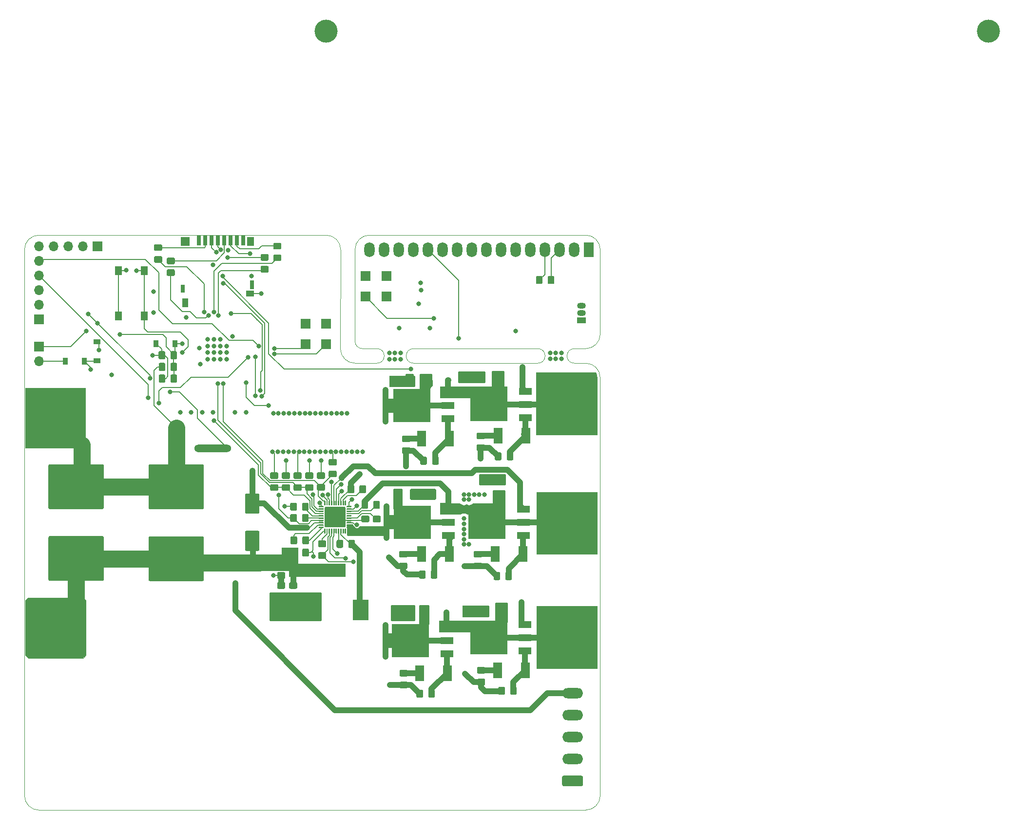
<source format=gbr>
G04 #@! TF.GenerationSoftware,KiCad,Pcbnew,(5.1.5)-3*
G04 #@! TF.CreationDate,2021-01-10T10:04:47+00:00*
G04 #@! TF.ProjectId,Ebike_Controller,4562696b-655f-4436-9f6e-74726f6c6c65,rev?*
G04 #@! TF.SameCoordinates,Original*
G04 #@! TF.FileFunction,Copper,L1,Top*
G04 #@! TF.FilePolarity,Positive*
%FSLAX46Y46*%
G04 Gerber Fmt 4.6, Leading zero omitted, Abs format (unit mm)*
G04 Created by KiCad (PCBNEW (5.1.5)-3) date 2021-01-10 10:04:47*
%MOMM*%
%LPD*%
G04 APERTURE LIST*
%ADD10C,0.050000*%
%ADD11C,0.100000*%
%ADD12C,0.150000*%
%ADD13O,1.700000X1.700000*%
%ADD14R,1.700000X1.700000*%
%ADD15R,1.200000X0.900000*%
%ADD16R,0.900000X1.200000*%
%ADD17C,4.000000*%
%ADD18O,1.800000X2.600000*%
%ADD19R,1.800000X2.600000*%
%ADD20R,1.000000X1.550000*%
%ADD21R,1.500000X1.500000*%
%ADD22R,0.700000X1.750000*%
%ADD23R,0.800000X1.400000*%
%ADD24R,1.450000X1.000000*%
%ADD25R,0.800000X1.500000*%
%ADD26R,1.300000X1.500000*%
%ADD27C,2.400000*%
%ADD28R,2.700000X3.600000*%
%ADD29C,1.300000*%
%ADD30R,6.400000X5.800000*%
%ADD31R,2.200000X1.200000*%
%ADD32R,1.300000X1.550000*%
%ADD33R,1.500000X1.050000*%
%ADD34O,1.500000X1.050000*%
%ADD35O,3.600000X1.800000*%
%ADD36R,1.500000X2.700000*%
%ADD37C,0.800000*%
%ADD38C,1.600000*%
%ADD39C,1.000000*%
%ADD40C,3.000000*%
%ADD41C,0.200000*%
%ADD42C,0.090000*%
G04 APERTURE END LIST*
D10*
X102910000Y-61500000D02*
X102870000Y-78740000D01*
X100410000Y-59000000D02*
G75*
G02X102910000Y-61500000I0J-2500000D01*
G01*
X105410000Y-61500000D02*
G75*
G02X107910000Y-59000000I2500000J0D01*
G01*
X145500000Y-59000000D02*
G75*
G02X148000000Y-61500000I0J-2500000D01*
G01*
X148000000Y-76240000D02*
G75*
G02X145500000Y-78740000I-2500000J0D01*
G01*
X145500000Y-81280000D02*
G75*
G02X148000000Y-83780000I0J-2500000D01*
G01*
X148000000Y-156500000D02*
G75*
G02X145500000Y-159000000I-2500000J0D01*
G01*
X50500000Y-159000000D02*
G75*
G02X48000000Y-156500000I0J2500000D01*
G01*
X48000000Y-61500000D02*
G75*
G02X50500000Y-59000000I2500000J0D01*
G01*
X143510000Y-81280000D02*
X145500000Y-81280000D01*
X143510000Y-78740000D02*
X145500000Y-78740000D01*
X143510000Y-81280000D02*
G75*
G02X143510000Y-78740000I0J1270000D01*
G01*
X137160000Y-78740000D02*
G75*
G02X137160000Y-81280000I0J-1270000D01*
G01*
X109220000Y-78740000D02*
G75*
G02X109220000Y-81280000I0J-1270000D01*
G01*
X105410000Y-81280000D02*
X109220000Y-81280000D01*
X106680000Y-78740000D02*
X109220000Y-78740000D01*
X106680000Y-78740000D02*
G75*
G02X105410000Y-77470000I0J1270000D01*
G01*
X105410000Y-81280000D02*
G75*
G02X102870000Y-78740000I0J2540000D01*
G01*
X105410000Y-61500000D02*
X105410000Y-77470000D01*
X107910000Y-59000000D02*
X145500000Y-59000000D01*
X115570000Y-81280000D02*
X137160000Y-81280000D01*
X115570000Y-81280000D02*
G75*
G02X115570000Y-78740000I0J1270000D01*
G01*
X137160000Y-78740000D02*
X115570000Y-78740000D01*
X148000000Y-83780000D02*
X148000000Y-156500000D01*
X148000000Y-61500000D02*
X148000000Y-76240000D01*
D11*
G36*
X58537000Y-96017000D02*
G01*
X48123000Y-96017000D01*
X48123000Y-85603000D01*
X58537000Y-85603000D01*
X58537000Y-96017000D01*
G37*
X58537000Y-96017000D02*
X48123000Y-96017000D01*
X48123000Y-85603000D01*
X58537000Y-85603000D01*
X58537000Y-96017000D01*
D10*
X48000000Y-156500000D02*
X48000000Y-61500000D01*
X145500000Y-159000000D02*
X50500000Y-159000000D01*
X50500000Y-59000000D02*
X100410000Y-59000000D01*
D12*
G36*
X78100000Y-95450000D02*
G01*
X83300000Y-95450000D01*
X83300000Y-96750000D01*
X78100000Y-96750000D01*
X78100000Y-95450000D01*
G37*
D13*
X50500000Y-80940000D03*
D14*
X50500000Y-78400000D03*
D15*
X60600000Y-77550000D03*
X60600000Y-80850000D03*
D16*
X55100000Y-80900000D03*
X58400000Y-80900000D03*
D17*
X215400420Y-23499060D03*
X100399380Y-23499060D03*
D18*
X107900000Y-61500000D03*
X110440000Y-61500000D03*
X112980000Y-61500000D03*
X115520000Y-61500000D03*
X118060000Y-61500000D03*
X120600000Y-61500000D03*
X123140000Y-61500000D03*
X125680000Y-61500000D03*
X128220000Y-61500000D03*
X130760000Y-61500000D03*
X133300000Y-61500000D03*
X135840000Y-61500000D03*
X138380000Y-61500000D03*
X140920000Y-61500000D03*
X143460000Y-61500000D03*
D19*
X146000000Y-61500000D03*
G04 #@! TA.AperFunction,SMDPad,CuDef*
D12*
G36*
X127699504Y-82826204D02*
G01*
X127723773Y-82829804D01*
X127747571Y-82835765D01*
X127770671Y-82844030D01*
X127792849Y-82854520D01*
X127813893Y-82867133D01*
X127833598Y-82881747D01*
X127851777Y-82898223D01*
X127868253Y-82916402D01*
X127882867Y-82936107D01*
X127895480Y-82957151D01*
X127905970Y-82979329D01*
X127914235Y-83002429D01*
X127920196Y-83026227D01*
X127923796Y-83050496D01*
X127925000Y-83075000D01*
X127925000Y-84325000D01*
X127923796Y-84349504D01*
X127920196Y-84373773D01*
X127914235Y-84397571D01*
X127905970Y-84420671D01*
X127895480Y-84442849D01*
X127882867Y-84463893D01*
X127868253Y-84483598D01*
X127851777Y-84501777D01*
X127833598Y-84518253D01*
X127813893Y-84532867D01*
X127792849Y-84545480D01*
X127770671Y-84555970D01*
X127747571Y-84564235D01*
X127723773Y-84570196D01*
X127699504Y-84573796D01*
X127675000Y-84575000D01*
X126750000Y-84575000D01*
X126725496Y-84573796D01*
X126701227Y-84570196D01*
X126677429Y-84564235D01*
X126654329Y-84555970D01*
X126632151Y-84545480D01*
X126611107Y-84532867D01*
X126591402Y-84518253D01*
X126573223Y-84501777D01*
X126556747Y-84483598D01*
X126542133Y-84463893D01*
X126529520Y-84442849D01*
X126519030Y-84420671D01*
X126510765Y-84397571D01*
X126504804Y-84373773D01*
X126501204Y-84349504D01*
X126500000Y-84325000D01*
X126500000Y-83075000D01*
X126501204Y-83050496D01*
X126504804Y-83026227D01*
X126510765Y-83002429D01*
X126519030Y-82979329D01*
X126529520Y-82957151D01*
X126542133Y-82936107D01*
X126556747Y-82916402D01*
X126573223Y-82898223D01*
X126591402Y-82881747D01*
X126611107Y-82867133D01*
X126632151Y-82854520D01*
X126654329Y-82844030D01*
X126677429Y-82835765D01*
X126701227Y-82829804D01*
X126725496Y-82826204D01*
X126750000Y-82825000D01*
X127675000Y-82825000D01*
X127699504Y-82826204D01*
G37*
G04 #@! TD.AperFunction*
G04 #@! TA.AperFunction,SMDPad,CuDef*
G36*
X130674504Y-82826204D02*
G01*
X130698773Y-82829804D01*
X130722571Y-82835765D01*
X130745671Y-82844030D01*
X130767849Y-82854520D01*
X130788893Y-82867133D01*
X130808598Y-82881747D01*
X130826777Y-82898223D01*
X130843253Y-82916402D01*
X130857867Y-82936107D01*
X130870480Y-82957151D01*
X130880970Y-82979329D01*
X130889235Y-83002429D01*
X130895196Y-83026227D01*
X130898796Y-83050496D01*
X130900000Y-83075000D01*
X130900000Y-84325000D01*
X130898796Y-84349504D01*
X130895196Y-84373773D01*
X130889235Y-84397571D01*
X130880970Y-84420671D01*
X130870480Y-84442849D01*
X130857867Y-84463893D01*
X130843253Y-84483598D01*
X130826777Y-84501777D01*
X130808598Y-84518253D01*
X130788893Y-84532867D01*
X130767849Y-84545480D01*
X130745671Y-84555970D01*
X130722571Y-84564235D01*
X130698773Y-84570196D01*
X130674504Y-84573796D01*
X130650000Y-84575000D01*
X129725000Y-84575000D01*
X129700496Y-84573796D01*
X129676227Y-84570196D01*
X129652429Y-84564235D01*
X129629329Y-84555970D01*
X129607151Y-84545480D01*
X129586107Y-84532867D01*
X129566402Y-84518253D01*
X129548223Y-84501777D01*
X129531747Y-84483598D01*
X129517133Y-84463893D01*
X129504520Y-84442849D01*
X129494030Y-84420671D01*
X129485765Y-84397571D01*
X129479804Y-84373773D01*
X129476204Y-84349504D01*
X129475000Y-84325000D01*
X129475000Y-83075000D01*
X129476204Y-83050496D01*
X129479804Y-83026227D01*
X129485765Y-83002429D01*
X129494030Y-82979329D01*
X129504520Y-82957151D01*
X129517133Y-82936107D01*
X129531747Y-82916402D01*
X129548223Y-82898223D01*
X129566402Y-82881747D01*
X129586107Y-82867133D01*
X129607151Y-82854520D01*
X129629329Y-82844030D01*
X129652429Y-82835765D01*
X129676227Y-82829804D01*
X129700496Y-82826204D01*
X129725000Y-82825000D01*
X130650000Y-82825000D01*
X130674504Y-82826204D01*
G37*
G04 #@! TD.AperFunction*
G04 #@! TA.AperFunction,SMDPad,CuDef*
G36*
X115387004Y-83126204D02*
G01*
X115411273Y-83129804D01*
X115435071Y-83135765D01*
X115458171Y-83144030D01*
X115480349Y-83154520D01*
X115501393Y-83167133D01*
X115521098Y-83181747D01*
X115539277Y-83198223D01*
X115555753Y-83216402D01*
X115570367Y-83236107D01*
X115582980Y-83257151D01*
X115593470Y-83279329D01*
X115601735Y-83302429D01*
X115607696Y-83326227D01*
X115611296Y-83350496D01*
X115612500Y-83375000D01*
X115612500Y-84625000D01*
X115611296Y-84649504D01*
X115607696Y-84673773D01*
X115601735Y-84697571D01*
X115593470Y-84720671D01*
X115582980Y-84742849D01*
X115570367Y-84763893D01*
X115555753Y-84783598D01*
X115539277Y-84801777D01*
X115521098Y-84818253D01*
X115501393Y-84832867D01*
X115480349Y-84845480D01*
X115458171Y-84855970D01*
X115435071Y-84864235D01*
X115411273Y-84870196D01*
X115387004Y-84873796D01*
X115362500Y-84875000D01*
X114437500Y-84875000D01*
X114412996Y-84873796D01*
X114388727Y-84870196D01*
X114364929Y-84864235D01*
X114341829Y-84855970D01*
X114319651Y-84845480D01*
X114298607Y-84832867D01*
X114278902Y-84818253D01*
X114260723Y-84801777D01*
X114244247Y-84783598D01*
X114229633Y-84763893D01*
X114217020Y-84742849D01*
X114206530Y-84720671D01*
X114198265Y-84697571D01*
X114192304Y-84673773D01*
X114188704Y-84649504D01*
X114187500Y-84625000D01*
X114187500Y-83375000D01*
X114188704Y-83350496D01*
X114192304Y-83326227D01*
X114198265Y-83302429D01*
X114206530Y-83279329D01*
X114217020Y-83257151D01*
X114229633Y-83236107D01*
X114244247Y-83216402D01*
X114260723Y-83198223D01*
X114278902Y-83181747D01*
X114298607Y-83167133D01*
X114319651Y-83154520D01*
X114341829Y-83144030D01*
X114364929Y-83135765D01*
X114388727Y-83129804D01*
X114412996Y-83126204D01*
X114437500Y-83125000D01*
X115362500Y-83125000D01*
X115387004Y-83126204D01*
G37*
G04 #@! TD.AperFunction*
G04 #@! TA.AperFunction,SMDPad,CuDef*
G36*
X118362004Y-83126204D02*
G01*
X118386273Y-83129804D01*
X118410071Y-83135765D01*
X118433171Y-83144030D01*
X118455349Y-83154520D01*
X118476393Y-83167133D01*
X118496098Y-83181747D01*
X118514277Y-83198223D01*
X118530753Y-83216402D01*
X118545367Y-83236107D01*
X118557980Y-83257151D01*
X118568470Y-83279329D01*
X118576735Y-83302429D01*
X118582696Y-83326227D01*
X118586296Y-83350496D01*
X118587500Y-83375000D01*
X118587500Y-84625000D01*
X118586296Y-84649504D01*
X118582696Y-84673773D01*
X118576735Y-84697571D01*
X118568470Y-84720671D01*
X118557980Y-84742849D01*
X118545367Y-84763893D01*
X118530753Y-84783598D01*
X118514277Y-84801777D01*
X118496098Y-84818253D01*
X118476393Y-84832867D01*
X118455349Y-84845480D01*
X118433171Y-84855970D01*
X118410071Y-84864235D01*
X118386273Y-84870196D01*
X118362004Y-84873796D01*
X118337500Y-84875000D01*
X117412500Y-84875000D01*
X117387996Y-84873796D01*
X117363727Y-84870196D01*
X117339929Y-84864235D01*
X117316829Y-84855970D01*
X117294651Y-84845480D01*
X117273607Y-84832867D01*
X117253902Y-84818253D01*
X117235723Y-84801777D01*
X117219247Y-84783598D01*
X117204633Y-84763893D01*
X117192020Y-84742849D01*
X117181530Y-84720671D01*
X117173265Y-84697571D01*
X117167304Y-84673773D01*
X117163704Y-84649504D01*
X117162500Y-84625000D01*
X117162500Y-83375000D01*
X117163704Y-83350496D01*
X117167304Y-83326227D01*
X117173265Y-83302429D01*
X117181530Y-83279329D01*
X117192020Y-83257151D01*
X117204633Y-83236107D01*
X117219247Y-83216402D01*
X117235723Y-83198223D01*
X117253902Y-83181747D01*
X117273607Y-83167133D01*
X117294651Y-83154520D01*
X117316829Y-83144030D01*
X117339929Y-83135765D01*
X117363727Y-83129804D01*
X117387996Y-83126204D01*
X117412500Y-83125000D01*
X118337500Y-83125000D01*
X118362004Y-83126204D01*
G37*
G04 #@! TD.AperFunction*
G04 #@! TA.AperFunction,SMDPad,CuDef*
G36*
X131149504Y-100713704D02*
G01*
X131173773Y-100717304D01*
X131197571Y-100723265D01*
X131220671Y-100731530D01*
X131242849Y-100742020D01*
X131263893Y-100754633D01*
X131283598Y-100769247D01*
X131301777Y-100785723D01*
X131318253Y-100803902D01*
X131332867Y-100823607D01*
X131345480Y-100844651D01*
X131355970Y-100866829D01*
X131364235Y-100889929D01*
X131370196Y-100913727D01*
X131373796Y-100937996D01*
X131375000Y-100962500D01*
X131375000Y-101887500D01*
X131373796Y-101912004D01*
X131370196Y-101936273D01*
X131364235Y-101960071D01*
X131355970Y-101983171D01*
X131345480Y-102005349D01*
X131332867Y-102026393D01*
X131318253Y-102046098D01*
X131301777Y-102064277D01*
X131283598Y-102080753D01*
X131263893Y-102095367D01*
X131242849Y-102107980D01*
X131220671Y-102118470D01*
X131197571Y-102126735D01*
X131173773Y-102132696D01*
X131149504Y-102136296D01*
X131125000Y-102137500D01*
X129875000Y-102137500D01*
X129850496Y-102136296D01*
X129826227Y-102132696D01*
X129802429Y-102126735D01*
X129779329Y-102118470D01*
X129757151Y-102107980D01*
X129736107Y-102095367D01*
X129716402Y-102080753D01*
X129698223Y-102064277D01*
X129681747Y-102046098D01*
X129667133Y-102026393D01*
X129654520Y-102005349D01*
X129644030Y-101983171D01*
X129635765Y-101960071D01*
X129629804Y-101936273D01*
X129626204Y-101912004D01*
X129625000Y-101887500D01*
X129625000Y-100962500D01*
X129626204Y-100937996D01*
X129629804Y-100913727D01*
X129635765Y-100889929D01*
X129644030Y-100866829D01*
X129654520Y-100844651D01*
X129667133Y-100823607D01*
X129681747Y-100803902D01*
X129698223Y-100785723D01*
X129716402Y-100769247D01*
X129736107Y-100754633D01*
X129757151Y-100742020D01*
X129779329Y-100731530D01*
X129802429Y-100723265D01*
X129826227Y-100717304D01*
X129850496Y-100713704D01*
X129875000Y-100712500D01*
X131125000Y-100712500D01*
X131149504Y-100713704D01*
G37*
G04 #@! TD.AperFunction*
G04 #@! TA.AperFunction,SMDPad,CuDef*
G36*
X131149504Y-103688704D02*
G01*
X131173773Y-103692304D01*
X131197571Y-103698265D01*
X131220671Y-103706530D01*
X131242849Y-103717020D01*
X131263893Y-103729633D01*
X131283598Y-103744247D01*
X131301777Y-103760723D01*
X131318253Y-103778902D01*
X131332867Y-103798607D01*
X131345480Y-103819651D01*
X131355970Y-103841829D01*
X131364235Y-103864929D01*
X131370196Y-103888727D01*
X131373796Y-103912996D01*
X131375000Y-103937500D01*
X131375000Y-104862500D01*
X131373796Y-104887004D01*
X131370196Y-104911273D01*
X131364235Y-104935071D01*
X131355970Y-104958171D01*
X131345480Y-104980349D01*
X131332867Y-105001393D01*
X131318253Y-105021098D01*
X131301777Y-105039277D01*
X131283598Y-105055753D01*
X131263893Y-105070367D01*
X131242849Y-105082980D01*
X131220671Y-105093470D01*
X131197571Y-105101735D01*
X131173773Y-105107696D01*
X131149504Y-105111296D01*
X131125000Y-105112500D01*
X129875000Y-105112500D01*
X129850496Y-105111296D01*
X129826227Y-105107696D01*
X129802429Y-105101735D01*
X129779329Y-105093470D01*
X129757151Y-105082980D01*
X129736107Y-105070367D01*
X129716402Y-105055753D01*
X129698223Y-105039277D01*
X129681747Y-105021098D01*
X129667133Y-105001393D01*
X129654520Y-104980349D01*
X129644030Y-104958171D01*
X129635765Y-104935071D01*
X129629804Y-104911273D01*
X129626204Y-104887004D01*
X129625000Y-104862500D01*
X129625000Y-103937500D01*
X129626204Y-103912996D01*
X129629804Y-103888727D01*
X129635765Y-103864929D01*
X129644030Y-103841829D01*
X129654520Y-103819651D01*
X129667133Y-103798607D01*
X129681747Y-103778902D01*
X129698223Y-103760723D01*
X129716402Y-103744247D01*
X129736107Y-103729633D01*
X129757151Y-103717020D01*
X129779329Y-103706530D01*
X129802429Y-103698265D01*
X129826227Y-103692304D01*
X129850496Y-103688704D01*
X129875000Y-103687500D01*
X131125000Y-103687500D01*
X131149504Y-103688704D01*
G37*
G04 #@! TD.AperFunction*
G04 #@! TA.AperFunction,SMDPad,CuDef*
G36*
X115099504Y-123826204D02*
G01*
X115123773Y-123829804D01*
X115147571Y-123835765D01*
X115170671Y-123844030D01*
X115192849Y-123854520D01*
X115213893Y-123867133D01*
X115233598Y-123881747D01*
X115251777Y-123898223D01*
X115268253Y-123916402D01*
X115282867Y-123936107D01*
X115295480Y-123957151D01*
X115305970Y-123979329D01*
X115314235Y-124002429D01*
X115320196Y-124026227D01*
X115323796Y-124050496D01*
X115325000Y-124075000D01*
X115325000Y-125325000D01*
X115323796Y-125349504D01*
X115320196Y-125373773D01*
X115314235Y-125397571D01*
X115305970Y-125420671D01*
X115295480Y-125442849D01*
X115282867Y-125463893D01*
X115268253Y-125483598D01*
X115251777Y-125501777D01*
X115233598Y-125518253D01*
X115213893Y-125532867D01*
X115192849Y-125545480D01*
X115170671Y-125555970D01*
X115147571Y-125564235D01*
X115123773Y-125570196D01*
X115099504Y-125573796D01*
X115075000Y-125575000D01*
X114150000Y-125575000D01*
X114125496Y-125573796D01*
X114101227Y-125570196D01*
X114077429Y-125564235D01*
X114054329Y-125555970D01*
X114032151Y-125545480D01*
X114011107Y-125532867D01*
X113991402Y-125518253D01*
X113973223Y-125501777D01*
X113956747Y-125483598D01*
X113942133Y-125463893D01*
X113929520Y-125442849D01*
X113919030Y-125420671D01*
X113910765Y-125397571D01*
X113904804Y-125373773D01*
X113901204Y-125349504D01*
X113900000Y-125325000D01*
X113900000Y-124075000D01*
X113901204Y-124050496D01*
X113904804Y-124026227D01*
X113910765Y-124002429D01*
X113919030Y-123979329D01*
X113929520Y-123957151D01*
X113942133Y-123936107D01*
X113956747Y-123916402D01*
X113973223Y-123898223D01*
X113991402Y-123881747D01*
X114011107Y-123867133D01*
X114032151Y-123854520D01*
X114054329Y-123844030D01*
X114077429Y-123835765D01*
X114101227Y-123829804D01*
X114125496Y-123826204D01*
X114150000Y-123825000D01*
X115075000Y-123825000D01*
X115099504Y-123826204D01*
G37*
G04 #@! TD.AperFunction*
G04 #@! TA.AperFunction,SMDPad,CuDef*
G36*
X118074504Y-123826204D02*
G01*
X118098773Y-123829804D01*
X118122571Y-123835765D01*
X118145671Y-123844030D01*
X118167849Y-123854520D01*
X118188893Y-123867133D01*
X118208598Y-123881747D01*
X118226777Y-123898223D01*
X118243253Y-123916402D01*
X118257867Y-123936107D01*
X118270480Y-123957151D01*
X118280970Y-123979329D01*
X118289235Y-124002429D01*
X118295196Y-124026227D01*
X118298796Y-124050496D01*
X118300000Y-124075000D01*
X118300000Y-125325000D01*
X118298796Y-125349504D01*
X118295196Y-125373773D01*
X118289235Y-125397571D01*
X118280970Y-125420671D01*
X118270480Y-125442849D01*
X118257867Y-125463893D01*
X118243253Y-125483598D01*
X118226777Y-125501777D01*
X118208598Y-125518253D01*
X118188893Y-125532867D01*
X118167849Y-125545480D01*
X118145671Y-125555970D01*
X118122571Y-125564235D01*
X118098773Y-125570196D01*
X118074504Y-125573796D01*
X118050000Y-125575000D01*
X117125000Y-125575000D01*
X117100496Y-125573796D01*
X117076227Y-125570196D01*
X117052429Y-125564235D01*
X117029329Y-125555970D01*
X117007151Y-125545480D01*
X116986107Y-125532867D01*
X116966402Y-125518253D01*
X116948223Y-125501777D01*
X116931747Y-125483598D01*
X116917133Y-125463893D01*
X116904520Y-125442849D01*
X116894030Y-125420671D01*
X116885765Y-125397571D01*
X116879804Y-125373773D01*
X116876204Y-125349504D01*
X116875000Y-125325000D01*
X116875000Y-124075000D01*
X116876204Y-124050496D01*
X116879804Y-124026227D01*
X116885765Y-124002429D01*
X116894030Y-123979329D01*
X116904520Y-123957151D01*
X116917133Y-123936107D01*
X116931747Y-123916402D01*
X116948223Y-123898223D01*
X116966402Y-123881747D01*
X116986107Y-123867133D01*
X117007151Y-123854520D01*
X117029329Y-123844030D01*
X117052429Y-123835765D01*
X117076227Y-123829804D01*
X117100496Y-123826204D01*
X117125000Y-123825000D01*
X118050000Y-123825000D01*
X118074504Y-123826204D01*
G37*
G04 #@! TD.AperFunction*
G04 #@! TA.AperFunction,SMDPad,CuDef*
G36*
X128312004Y-123526204D02*
G01*
X128336273Y-123529804D01*
X128360071Y-123535765D01*
X128383171Y-123544030D01*
X128405349Y-123554520D01*
X128426393Y-123567133D01*
X128446098Y-123581747D01*
X128464277Y-123598223D01*
X128480753Y-123616402D01*
X128495367Y-123636107D01*
X128507980Y-123657151D01*
X128518470Y-123679329D01*
X128526735Y-123702429D01*
X128532696Y-123726227D01*
X128536296Y-123750496D01*
X128537500Y-123775000D01*
X128537500Y-125025000D01*
X128536296Y-125049504D01*
X128532696Y-125073773D01*
X128526735Y-125097571D01*
X128518470Y-125120671D01*
X128507980Y-125142849D01*
X128495367Y-125163893D01*
X128480753Y-125183598D01*
X128464277Y-125201777D01*
X128446098Y-125218253D01*
X128426393Y-125232867D01*
X128405349Y-125245480D01*
X128383171Y-125255970D01*
X128360071Y-125264235D01*
X128336273Y-125270196D01*
X128312004Y-125273796D01*
X128287500Y-125275000D01*
X127362500Y-125275000D01*
X127337996Y-125273796D01*
X127313727Y-125270196D01*
X127289929Y-125264235D01*
X127266829Y-125255970D01*
X127244651Y-125245480D01*
X127223607Y-125232867D01*
X127203902Y-125218253D01*
X127185723Y-125201777D01*
X127169247Y-125183598D01*
X127154633Y-125163893D01*
X127142020Y-125142849D01*
X127131530Y-125120671D01*
X127123265Y-125097571D01*
X127117304Y-125073773D01*
X127113704Y-125049504D01*
X127112500Y-125025000D01*
X127112500Y-123775000D01*
X127113704Y-123750496D01*
X127117304Y-123726227D01*
X127123265Y-123702429D01*
X127131530Y-123679329D01*
X127142020Y-123657151D01*
X127154633Y-123636107D01*
X127169247Y-123616402D01*
X127185723Y-123598223D01*
X127203902Y-123581747D01*
X127223607Y-123567133D01*
X127244651Y-123554520D01*
X127266829Y-123544030D01*
X127289929Y-123535765D01*
X127313727Y-123529804D01*
X127337996Y-123526204D01*
X127362500Y-123525000D01*
X128287500Y-123525000D01*
X128312004Y-123526204D01*
G37*
G04 #@! TD.AperFunction*
G04 #@! TA.AperFunction,SMDPad,CuDef*
G36*
X131287004Y-123526204D02*
G01*
X131311273Y-123529804D01*
X131335071Y-123535765D01*
X131358171Y-123544030D01*
X131380349Y-123554520D01*
X131401393Y-123567133D01*
X131421098Y-123581747D01*
X131439277Y-123598223D01*
X131455753Y-123616402D01*
X131470367Y-123636107D01*
X131482980Y-123657151D01*
X131493470Y-123679329D01*
X131501735Y-123702429D01*
X131507696Y-123726227D01*
X131511296Y-123750496D01*
X131512500Y-123775000D01*
X131512500Y-125025000D01*
X131511296Y-125049504D01*
X131507696Y-125073773D01*
X131501735Y-125097571D01*
X131493470Y-125120671D01*
X131482980Y-125142849D01*
X131470367Y-125163893D01*
X131455753Y-125183598D01*
X131439277Y-125201777D01*
X131421098Y-125218253D01*
X131401393Y-125232867D01*
X131380349Y-125245480D01*
X131358171Y-125255970D01*
X131335071Y-125264235D01*
X131311273Y-125270196D01*
X131287004Y-125273796D01*
X131262500Y-125275000D01*
X130337500Y-125275000D01*
X130312996Y-125273796D01*
X130288727Y-125270196D01*
X130264929Y-125264235D01*
X130241829Y-125255970D01*
X130219651Y-125245480D01*
X130198607Y-125232867D01*
X130178902Y-125218253D01*
X130160723Y-125201777D01*
X130144247Y-125183598D01*
X130129633Y-125163893D01*
X130117020Y-125142849D01*
X130106530Y-125120671D01*
X130098265Y-125097571D01*
X130092304Y-125073773D01*
X130088704Y-125049504D01*
X130087500Y-125025000D01*
X130087500Y-123775000D01*
X130088704Y-123750496D01*
X130092304Y-123726227D01*
X130098265Y-123702429D01*
X130106530Y-123679329D01*
X130117020Y-123657151D01*
X130129633Y-123636107D01*
X130144247Y-123616402D01*
X130160723Y-123598223D01*
X130178902Y-123581747D01*
X130198607Y-123567133D01*
X130219651Y-123554520D01*
X130241829Y-123544030D01*
X130264929Y-123535765D01*
X130288727Y-123529804D01*
X130312996Y-123526204D01*
X130337500Y-123525000D01*
X131262500Y-123525000D01*
X131287004Y-123526204D01*
G37*
G04 #@! TD.AperFunction*
G04 #@! TA.AperFunction,SMDPad,CuDef*
G36*
X116274504Y-103226204D02*
G01*
X116298773Y-103229804D01*
X116322571Y-103235765D01*
X116345671Y-103244030D01*
X116367849Y-103254520D01*
X116388893Y-103267133D01*
X116408598Y-103281747D01*
X116426777Y-103298223D01*
X116443253Y-103316402D01*
X116457867Y-103336107D01*
X116470480Y-103357151D01*
X116480970Y-103379329D01*
X116489235Y-103402429D01*
X116495196Y-103426227D01*
X116498796Y-103450496D01*
X116500000Y-103475000D01*
X116500000Y-104725000D01*
X116498796Y-104749504D01*
X116495196Y-104773773D01*
X116489235Y-104797571D01*
X116480970Y-104820671D01*
X116470480Y-104842849D01*
X116457867Y-104863893D01*
X116443253Y-104883598D01*
X116426777Y-104901777D01*
X116408598Y-104918253D01*
X116388893Y-104932867D01*
X116367849Y-104945480D01*
X116345671Y-104955970D01*
X116322571Y-104964235D01*
X116298773Y-104970196D01*
X116274504Y-104973796D01*
X116250000Y-104975000D01*
X115325000Y-104975000D01*
X115300496Y-104973796D01*
X115276227Y-104970196D01*
X115252429Y-104964235D01*
X115229329Y-104955970D01*
X115207151Y-104945480D01*
X115186107Y-104932867D01*
X115166402Y-104918253D01*
X115148223Y-104901777D01*
X115131747Y-104883598D01*
X115117133Y-104863893D01*
X115104520Y-104842849D01*
X115094030Y-104820671D01*
X115085765Y-104797571D01*
X115079804Y-104773773D01*
X115076204Y-104749504D01*
X115075000Y-104725000D01*
X115075000Y-103475000D01*
X115076204Y-103450496D01*
X115079804Y-103426227D01*
X115085765Y-103402429D01*
X115094030Y-103379329D01*
X115104520Y-103357151D01*
X115117133Y-103336107D01*
X115131747Y-103316402D01*
X115148223Y-103298223D01*
X115166402Y-103281747D01*
X115186107Y-103267133D01*
X115207151Y-103254520D01*
X115229329Y-103244030D01*
X115252429Y-103235765D01*
X115276227Y-103229804D01*
X115300496Y-103226204D01*
X115325000Y-103225000D01*
X116250000Y-103225000D01*
X116274504Y-103226204D01*
G37*
G04 #@! TD.AperFunction*
G04 #@! TA.AperFunction,SMDPad,CuDef*
G36*
X113299504Y-103226204D02*
G01*
X113323773Y-103229804D01*
X113347571Y-103235765D01*
X113370671Y-103244030D01*
X113392849Y-103254520D01*
X113413893Y-103267133D01*
X113433598Y-103281747D01*
X113451777Y-103298223D01*
X113468253Y-103316402D01*
X113482867Y-103336107D01*
X113495480Y-103357151D01*
X113505970Y-103379329D01*
X113514235Y-103402429D01*
X113520196Y-103426227D01*
X113523796Y-103450496D01*
X113525000Y-103475000D01*
X113525000Y-104725000D01*
X113523796Y-104749504D01*
X113520196Y-104773773D01*
X113514235Y-104797571D01*
X113505970Y-104820671D01*
X113495480Y-104842849D01*
X113482867Y-104863893D01*
X113468253Y-104883598D01*
X113451777Y-104901777D01*
X113433598Y-104918253D01*
X113413893Y-104932867D01*
X113392849Y-104945480D01*
X113370671Y-104955970D01*
X113347571Y-104964235D01*
X113323773Y-104970196D01*
X113299504Y-104973796D01*
X113275000Y-104975000D01*
X112350000Y-104975000D01*
X112325496Y-104973796D01*
X112301227Y-104970196D01*
X112277429Y-104964235D01*
X112254329Y-104955970D01*
X112232151Y-104945480D01*
X112211107Y-104932867D01*
X112191402Y-104918253D01*
X112173223Y-104901777D01*
X112156747Y-104883598D01*
X112142133Y-104863893D01*
X112129520Y-104842849D01*
X112119030Y-104820671D01*
X112110765Y-104797571D01*
X112104804Y-104773773D01*
X112101204Y-104749504D01*
X112100000Y-104725000D01*
X112100000Y-103475000D01*
X112101204Y-103450496D01*
X112104804Y-103426227D01*
X112110765Y-103402429D01*
X112119030Y-103379329D01*
X112129520Y-103357151D01*
X112142133Y-103336107D01*
X112156747Y-103316402D01*
X112173223Y-103298223D01*
X112191402Y-103281747D01*
X112211107Y-103267133D01*
X112232151Y-103254520D01*
X112254329Y-103244030D01*
X112277429Y-103235765D01*
X112301227Y-103229804D01*
X112325496Y-103226204D01*
X112350000Y-103225000D01*
X113275000Y-103225000D01*
X113299504Y-103226204D01*
G37*
G04 #@! TD.AperFunction*
D14*
X110850000Y-69700000D03*
X107250000Y-69700000D03*
X110850000Y-66100000D03*
X107250000Y-66100000D03*
D20*
X75925000Y-70750000D03*
D21*
X75875000Y-60075000D03*
D22*
X78325000Y-59950000D03*
X79425000Y-59950000D03*
X80525000Y-59950000D03*
X81625000Y-59950000D03*
X82725000Y-59950000D03*
X83825000Y-59950000D03*
X84925000Y-59950000D03*
D23*
X75525000Y-68325000D03*
D24*
X87150000Y-69175000D03*
D25*
X87475000Y-67675000D03*
D26*
X87225000Y-60075000D03*
D22*
X86025000Y-59950000D03*
D14*
X100408000Y-74422000D03*
X96800000Y-74422000D03*
G04 #@! TA.AperFunction,SMDPad,CuDef*
D12*
G36*
X104742626Y-106104801D02*
G01*
X104748693Y-106105701D01*
X104754643Y-106107191D01*
X104760418Y-106109258D01*
X104765962Y-106111880D01*
X104771223Y-106115033D01*
X104776150Y-106118687D01*
X104780694Y-106122806D01*
X104784813Y-106127350D01*
X104788467Y-106132277D01*
X104791620Y-106137538D01*
X104794242Y-106143082D01*
X104796309Y-106148857D01*
X104797799Y-106154807D01*
X104798699Y-106160874D01*
X104799000Y-106167000D01*
X104799000Y-106292000D01*
X104798699Y-106298126D01*
X104797799Y-106304193D01*
X104796309Y-106310143D01*
X104794242Y-106315918D01*
X104791620Y-106321462D01*
X104788467Y-106326723D01*
X104784813Y-106331650D01*
X104780694Y-106336194D01*
X104776150Y-106340313D01*
X104771223Y-106343967D01*
X104765962Y-106347120D01*
X104760418Y-106349742D01*
X104754643Y-106351809D01*
X104748693Y-106353299D01*
X104742626Y-106354199D01*
X104736500Y-106354500D01*
X104036500Y-106354500D01*
X104030374Y-106354199D01*
X104024307Y-106353299D01*
X104018357Y-106351809D01*
X104012582Y-106349742D01*
X104007038Y-106347120D01*
X104001777Y-106343967D01*
X103996850Y-106340313D01*
X103992306Y-106336194D01*
X103988187Y-106331650D01*
X103984533Y-106326723D01*
X103981380Y-106321462D01*
X103978758Y-106315918D01*
X103976691Y-106310143D01*
X103975201Y-106304193D01*
X103974301Y-106298126D01*
X103974000Y-106292000D01*
X103974000Y-106167000D01*
X103974301Y-106160874D01*
X103975201Y-106154807D01*
X103976691Y-106148857D01*
X103978758Y-106143082D01*
X103981380Y-106137538D01*
X103984533Y-106132277D01*
X103988187Y-106127350D01*
X103992306Y-106122806D01*
X103996850Y-106118687D01*
X104001777Y-106115033D01*
X104007038Y-106111880D01*
X104012582Y-106109258D01*
X104018357Y-106107191D01*
X104024307Y-106105701D01*
X104030374Y-106104801D01*
X104036500Y-106104500D01*
X104736500Y-106104500D01*
X104742626Y-106104801D01*
G37*
G04 #@! TD.AperFunction*
G04 #@! TA.AperFunction,SMDPad,CuDef*
G36*
X104742626Y-106504801D02*
G01*
X104748693Y-106505701D01*
X104754643Y-106507191D01*
X104760418Y-106509258D01*
X104765962Y-106511880D01*
X104771223Y-106515033D01*
X104776150Y-106518687D01*
X104780694Y-106522806D01*
X104784813Y-106527350D01*
X104788467Y-106532277D01*
X104791620Y-106537538D01*
X104794242Y-106543082D01*
X104796309Y-106548857D01*
X104797799Y-106554807D01*
X104798699Y-106560874D01*
X104799000Y-106567000D01*
X104799000Y-106692000D01*
X104798699Y-106698126D01*
X104797799Y-106704193D01*
X104796309Y-106710143D01*
X104794242Y-106715918D01*
X104791620Y-106721462D01*
X104788467Y-106726723D01*
X104784813Y-106731650D01*
X104780694Y-106736194D01*
X104776150Y-106740313D01*
X104771223Y-106743967D01*
X104765962Y-106747120D01*
X104760418Y-106749742D01*
X104754643Y-106751809D01*
X104748693Y-106753299D01*
X104742626Y-106754199D01*
X104736500Y-106754500D01*
X104036500Y-106754500D01*
X104030374Y-106754199D01*
X104024307Y-106753299D01*
X104018357Y-106751809D01*
X104012582Y-106749742D01*
X104007038Y-106747120D01*
X104001777Y-106743967D01*
X103996850Y-106740313D01*
X103992306Y-106736194D01*
X103988187Y-106731650D01*
X103984533Y-106726723D01*
X103981380Y-106721462D01*
X103978758Y-106715918D01*
X103976691Y-106710143D01*
X103975201Y-106704193D01*
X103974301Y-106698126D01*
X103974000Y-106692000D01*
X103974000Y-106567000D01*
X103974301Y-106560874D01*
X103975201Y-106554807D01*
X103976691Y-106548857D01*
X103978758Y-106543082D01*
X103981380Y-106537538D01*
X103984533Y-106532277D01*
X103988187Y-106527350D01*
X103992306Y-106522806D01*
X103996850Y-106518687D01*
X104001777Y-106515033D01*
X104007038Y-106511880D01*
X104012582Y-106509258D01*
X104018357Y-106507191D01*
X104024307Y-106505701D01*
X104030374Y-106504801D01*
X104036500Y-106504500D01*
X104736500Y-106504500D01*
X104742626Y-106504801D01*
G37*
G04 #@! TD.AperFunction*
G04 #@! TA.AperFunction,SMDPad,CuDef*
G36*
X104742626Y-106904801D02*
G01*
X104748693Y-106905701D01*
X104754643Y-106907191D01*
X104760418Y-106909258D01*
X104765962Y-106911880D01*
X104771223Y-106915033D01*
X104776150Y-106918687D01*
X104780694Y-106922806D01*
X104784813Y-106927350D01*
X104788467Y-106932277D01*
X104791620Y-106937538D01*
X104794242Y-106943082D01*
X104796309Y-106948857D01*
X104797799Y-106954807D01*
X104798699Y-106960874D01*
X104799000Y-106967000D01*
X104799000Y-107092000D01*
X104798699Y-107098126D01*
X104797799Y-107104193D01*
X104796309Y-107110143D01*
X104794242Y-107115918D01*
X104791620Y-107121462D01*
X104788467Y-107126723D01*
X104784813Y-107131650D01*
X104780694Y-107136194D01*
X104776150Y-107140313D01*
X104771223Y-107143967D01*
X104765962Y-107147120D01*
X104760418Y-107149742D01*
X104754643Y-107151809D01*
X104748693Y-107153299D01*
X104742626Y-107154199D01*
X104736500Y-107154500D01*
X104036500Y-107154500D01*
X104030374Y-107154199D01*
X104024307Y-107153299D01*
X104018357Y-107151809D01*
X104012582Y-107149742D01*
X104007038Y-107147120D01*
X104001777Y-107143967D01*
X103996850Y-107140313D01*
X103992306Y-107136194D01*
X103988187Y-107131650D01*
X103984533Y-107126723D01*
X103981380Y-107121462D01*
X103978758Y-107115918D01*
X103976691Y-107110143D01*
X103975201Y-107104193D01*
X103974301Y-107098126D01*
X103974000Y-107092000D01*
X103974000Y-106967000D01*
X103974301Y-106960874D01*
X103975201Y-106954807D01*
X103976691Y-106948857D01*
X103978758Y-106943082D01*
X103981380Y-106937538D01*
X103984533Y-106932277D01*
X103988187Y-106927350D01*
X103992306Y-106922806D01*
X103996850Y-106918687D01*
X104001777Y-106915033D01*
X104007038Y-106911880D01*
X104012582Y-106909258D01*
X104018357Y-106907191D01*
X104024307Y-106905701D01*
X104030374Y-106904801D01*
X104036500Y-106904500D01*
X104736500Y-106904500D01*
X104742626Y-106904801D01*
G37*
G04 #@! TD.AperFunction*
G04 #@! TA.AperFunction,SMDPad,CuDef*
G36*
X104742626Y-107304801D02*
G01*
X104748693Y-107305701D01*
X104754643Y-107307191D01*
X104760418Y-107309258D01*
X104765962Y-107311880D01*
X104771223Y-107315033D01*
X104776150Y-107318687D01*
X104780694Y-107322806D01*
X104784813Y-107327350D01*
X104788467Y-107332277D01*
X104791620Y-107337538D01*
X104794242Y-107343082D01*
X104796309Y-107348857D01*
X104797799Y-107354807D01*
X104798699Y-107360874D01*
X104799000Y-107367000D01*
X104799000Y-107492000D01*
X104798699Y-107498126D01*
X104797799Y-107504193D01*
X104796309Y-107510143D01*
X104794242Y-107515918D01*
X104791620Y-107521462D01*
X104788467Y-107526723D01*
X104784813Y-107531650D01*
X104780694Y-107536194D01*
X104776150Y-107540313D01*
X104771223Y-107543967D01*
X104765962Y-107547120D01*
X104760418Y-107549742D01*
X104754643Y-107551809D01*
X104748693Y-107553299D01*
X104742626Y-107554199D01*
X104736500Y-107554500D01*
X104036500Y-107554500D01*
X104030374Y-107554199D01*
X104024307Y-107553299D01*
X104018357Y-107551809D01*
X104012582Y-107549742D01*
X104007038Y-107547120D01*
X104001777Y-107543967D01*
X103996850Y-107540313D01*
X103992306Y-107536194D01*
X103988187Y-107531650D01*
X103984533Y-107526723D01*
X103981380Y-107521462D01*
X103978758Y-107515918D01*
X103976691Y-107510143D01*
X103975201Y-107504193D01*
X103974301Y-107498126D01*
X103974000Y-107492000D01*
X103974000Y-107367000D01*
X103974301Y-107360874D01*
X103975201Y-107354807D01*
X103976691Y-107348857D01*
X103978758Y-107343082D01*
X103981380Y-107337538D01*
X103984533Y-107332277D01*
X103988187Y-107327350D01*
X103992306Y-107322806D01*
X103996850Y-107318687D01*
X104001777Y-107315033D01*
X104007038Y-107311880D01*
X104012582Y-107309258D01*
X104018357Y-107307191D01*
X104024307Y-107305701D01*
X104030374Y-107304801D01*
X104036500Y-107304500D01*
X104736500Y-107304500D01*
X104742626Y-107304801D01*
G37*
G04 #@! TD.AperFunction*
G04 #@! TA.AperFunction,SMDPad,CuDef*
G36*
X104742626Y-107704801D02*
G01*
X104748693Y-107705701D01*
X104754643Y-107707191D01*
X104760418Y-107709258D01*
X104765962Y-107711880D01*
X104771223Y-107715033D01*
X104776150Y-107718687D01*
X104780694Y-107722806D01*
X104784813Y-107727350D01*
X104788467Y-107732277D01*
X104791620Y-107737538D01*
X104794242Y-107743082D01*
X104796309Y-107748857D01*
X104797799Y-107754807D01*
X104798699Y-107760874D01*
X104799000Y-107767000D01*
X104799000Y-107892000D01*
X104798699Y-107898126D01*
X104797799Y-107904193D01*
X104796309Y-107910143D01*
X104794242Y-107915918D01*
X104791620Y-107921462D01*
X104788467Y-107926723D01*
X104784813Y-107931650D01*
X104780694Y-107936194D01*
X104776150Y-107940313D01*
X104771223Y-107943967D01*
X104765962Y-107947120D01*
X104760418Y-107949742D01*
X104754643Y-107951809D01*
X104748693Y-107953299D01*
X104742626Y-107954199D01*
X104736500Y-107954500D01*
X104036500Y-107954500D01*
X104030374Y-107954199D01*
X104024307Y-107953299D01*
X104018357Y-107951809D01*
X104012582Y-107949742D01*
X104007038Y-107947120D01*
X104001777Y-107943967D01*
X103996850Y-107940313D01*
X103992306Y-107936194D01*
X103988187Y-107931650D01*
X103984533Y-107926723D01*
X103981380Y-107921462D01*
X103978758Y-107915918D01*
X103976691Y-107910143D01*
X103975201Y-107904193D01*
X103974301Y-107898126D01*
X103974000Y-107892000D01*
X103974000Y-107767000D01*
X103974301Y-107760874D01*
X103975201Y-107754807D01*
X103976691Y-107748857D01*
X103978758Y-107743082D01*
X103981380Y-107737538D01*
X103984533Y-107732277D01*
X103988187Y-107727350D01*
X103992306Y-107722806D01*
X103996850Y-107718687D01*
X104001777Y-107715033D01*
X104007038Y-107711880D01*
X104012582Y-107709258D01*
X104018357Y-107707191D01*
X104024307Y-107705701D01*
X104030374Y-107704801D01*
X104036500Y-107704500D01*
X104736500Y-107704500D01*
X104742626Y-107704801D01*
G37*
G04 #@! TD.AperFunction*
G04 #@! TA.AperFunction,SMDPad,CuDef*
G36*
X104742626Y-108104801D02*
G01*
X104748693Y-108105701D01*
X104754643Y-108107191D01*
X104760418Y-108109258D01*
X104765962Y-108111880D01*
X104771223Y-108115033D01*
X104776150Y-108118687D01*
X104780694Y-108122806D01*
X104784813Y-108127350D01*
X104788467Y-108132277D01*
X104791620Y-108137538D01*
X104794242Y-108143082D01*
X104796309Y-108148857D01*
X104797799Y-108154807D01*
X104798699Y-108160874D01*
X104799000Y-108167000D01*
X104799000Y-108292000D01*
X104798699Y-108298126D01*
X104797799Y-108304193D01*
X104796309Y-108310143D01*
X104794242Y-108315918D01*
X104791620Y-108321462D01*
X104788467Y-108326723D01*
X104784813Y-108331650D01*
X104780694Y-108336194D01*
X104776150Y-108340313D01*
X104771223Y-108343967D01*
X104765962Y-108347120D01*
X104760418Y-108349742D01*
X104754643Y-108351809D01*
X104748693Y-108353299D01*
X104742626Y-108354199D01*
X104736500Y-108354500D01*
X104036500Y-108354500D01*
X104030374Y-108354199D01*
X104024307Y-108353299D01*
X104018357Y-108351809D01*
X104012582Y-108349742D01*
X104007038Y-108347120D01*
X104001777Y-108343967D01*
X103996850Y-108340313D01*
X103992306Y-108336194D01*
X103988187Y-108331650D01*
X103984533Y-108326723D01*
X103981380Y-108321462D01*
X103978758Y-108315918D01*
X103976691Y-108310143D01*
X103975201Y-108304193D01*
X103974301Y-108298126D01*
X103974000Y-108292000D01*
X103974000Y-108167000D01*
X103974301Y-108160874D01*
X103975201Y-108154807D01*
X103976691Y-108148857D01*
X103978758Y-108143082D01*
X103981380Y-108137538D01*
X103984533Y-108132277D01*
X103988187Y-108127350D01*
X103992306Y-108122806D01*
X103996850Y-108118687D01*
X104001777Y-108115033D01*
X104007038Y-108111880D01*
X104012582Y-108109258D01*
X104018357Y-108107191D01*
X104024307Y-108105701D01*
X104030374Y-108104801D01*
X104036500Y-108104500D01*
X104736500Y-108104500D01*
X104742626Y-108104801D01*
G37*
G04 #@! TD.AperFunction*
G04 #@! TA.AperFunction,SMDPad,CuDef*
G36*
X104742626Y-108504801D02*
G01*
X104748693Y-108505701D01*
X104754643Y-108507191D01*
X104760418Y-108509258D01*
X104765962Y-108511880D01*
X104771223Y-108515033D01*
X104776150Y-108518687D01*
X104780694Y-108522806D01*
X104784813Y-108527350D01*
X104788467Y-108532277D01*
X104791620Y-108537538D01*
X104794242Y-108543082D01*
X104796309Y-108548857D01*
X104797799Y-108554807D01*
X104798699Y-108560874D01*
X104799000Y-108567000D01*
X104799000Y-108692000D01*
X104798699Y-108698126D01*
X104797799Y-108704193D01*
X104796309Y-108710143D01*
X104794242Y-108715918D01*
X104791620Y-108721462D01*
X104788467Y-108726723D01*
X104784813Y-108731650D01*
X104780694Y-108736194D01*
X104776150Y-108740313D01*
X104771223Y-108743967D01*
X104765962Y-108747120D01*
X104760418Y-108749742D01*
X104754643Y-108751809D01*
X104748693Y-108753299D01*
X104742626Y-108754199D01*
X104736500Y-108754500D01*
X104036500Y-108754500D01*
X104030374Y-108754199D01*
X104024307Y-108753299D01*
X104018357Y-108751809D01*
X104012582Y-108749742D01*
X104007038Y-108747120D01*
X104001777Y-108743967D01*
X103996850Y-108740313D01*
X103992306Y-108736194D01*
X103988187Y-108731650D01*
X103984533Y-108726723D01*
X103981380Y-108721462D01*
X103978758Y-108715918D01*
X103976691Y-108710143D01*
X103975201Y-108704193D01*
X103974301Y-108698126D01*
X103974000Y-108692000D01*
X103974000Y-108567000D01*
X103974301Y-108560874D01*
X103975201Y-108554807D01*
X103976691Y-108548857D01*
X103978758Y-108543082D01*
X103981380Y-108537538D01*
X103984533Y-108532277D01*
X103988187Y-108527350D01*
X103992306Y-108522806D01*
X103996850Y-108518687D01*
X104001777Y-108515033D01*
X104007038Y-108511880D01*
X104012582Y-108509258D01*
X104018357Y-108507191D01*
X104024307Y-108505701D01*
X104030374Y-108504801D01*
X104036500Y-108504500D01*
X104736500Y-108504500D01*
X104742626Y-108504801D01*
G37*
G04 #@! TD.AperFunction*
G04 #@! TA.AperFunction,SMDPad,CuDef*
G36*
X104742626Y-108904801D02*
G01*
X104748693Y-108905701D01*
X104754643Y-108907191D01*
X104760418Y-108909258D01*
X104765962Y-108911880D01*
X104771223Y-108915033D01*
X104776150Y-108918687D01*
X104780694Y-108922806D01*
X104784813Y-108927350D01*
X104788467Y-108932277D01*
X104791620Y-108937538D01*
X104794242Y-108943082D01*
X104796309Y-108948857D01*
X104797799Y-108954807D01*
X104798699Y-108960874D01*
X104799000Y-108967000D01*
X104799000Y-109092000D01*
X104798699Y-109098126D01*
X104797799Y-109104193D01*
X104796309Y-109110143D01*
X104794242Y-109115918D01*
X104791620Y-109121462D01*
X104788467Y-109126723D01*
X104784813Y-109131650D01*
X104780694Y-109136194D01*
X104776150Y-109140313D01*
X104771223Y-109143967D01*
X104765962Y-109147120D01*
X104760418Y-109149742D01*
X104754643Y-109151809D01*
X104748693Y-109153299D01*
X104742626Y-109154199D01*
X104736500Y-109154500D01*
X104036500Y-109154500D01*
X104030374Y-109154199D01*
X104024307Y-109153299D01*
X104018357Y-109151809D01*
X104012582Y-109149742D01*
X104007038Y-109147120D01*
X104001777Y-109143967D01*
X103996850Y-109140313D01*
X103992306Y-109136194D01*
X103988187Y-109131650D01*
X103984533Y-109126723D01*
X103981380Y-109121462D01*
X103978758Y-109115918D01*
X103976691Y-109110143D01*
X103975201Y-109104193D01*
X103974301Y-109098126D01*
X103974000Y-109092000D01*
X103974000Y-108967000D01*
X103974301Y-108960874D01*
X103975201Y-108954807D01*
X103976691Y-108948857D01*
X103978758Y-108943082D01*
X103981380Y-108937538D01*
X103984533Y-108932277D01*
X103988187Y-108927350D01*
X103992306Y-108922806D01*
X103996850Y-108918687D01*
X104001777Y-108915033D01*
X104007038Y-108911880D01*
X104012582Y-108909258D01*
X104018357Y-108907191D01*
X104024307Y-108905701D01*
X104030374Y-108904801D01*
X104036500Y-108904500D01*
X104736500Y-108904500D01*
X104742626Y-108904801D01*
G37*
G04 #@! TD.AperFunction*
G04 #@! TA.AperFunction,SMDPad,CuDef*
G36*
X104742626Y-109304801D02*
G01*
X104748693Y-109305701D01*
X104754643Y-109307191D01*
X104760418Y-109309258D01*
X104765962Y-109311880D01*
X104771223Y-109315033D01*
X104776150Y-109318687D01*
X104780694Y-109322806D01*
X104784813Y-109327350D01*
X104788467Y-109332277D01*
X104791620Y-109337538D01*
X104794242Y-109343082D01*
X104796309Y-109348857D01*
X104797799Y-109354807D01*
X104798699Y-109360874D01*
X104799000Y-109367000D01*
X104799000Y-109492000D01*
X104798699Y-109498126D01*
X104797799Y-109504193D01*
X104796309Y-109510143D01*
X104794242Y-109515918D01*
X104791620Y-109521462D01*
X104788467Y-109526723D01*
X104784813Y-109531650D01*
X104780694Y-109536194D01*
X104776150Y-109540313D01*
X104771223Y-109543967D01*
X104765962Y-109547120D01*
X104760418Y-109549742D01*
X104754643Y-109551809D01*
X104748693Y-109553299D01*
X104742626Y-109554199D01*
X104736500Y-109554500D01*
X104036500Y-109554500D01*
X104030374Y-109554199D01*
X104024307Y-109553299D01*
X104018357Y-109551809D01*
X104012582Y-109549742D01*
X104007038Y-109547120D01*
X104001777Y-109543967D01*
X103996850Y-109540313D01*
X103992306Y-109536194D01*
X103988187Y-109531650D01*
X103984533Y-109526723D01*
X103981380Y-109521462D01*
X103978758Y-109515918D01*
X103976691Y-109510143D01*
X103975201Y-109504193D01*
X103974301Y-109498126D01*
X103974000Y-109492000D01*
X103974000Y-109367000D01*
X103974301Y-109360874D01*
X103975201Y-109354807D01*
X103976691Y-109348857D01*
X103978758Y-109343082D01*
X103981380Y-109337538D01*
X103984533Y-109332277D01*
X103988187Y-109327350D01*
X103992306Y-109322806D01*
X103996850Y-109318687D01*
X104001777Y-109315033D01*
X104007038Y-109311880D01*
X104012582Y-109309258D01*
X104018357Y-109307191D01*
X104024307Y-109305701D01*
X104030374Y-109304801D01*
X104036500Y-109304500D01*
X104736500Y-109304500D01*
X104742626Y-109304801D01*
G37*
G04 #@! TD.AperFunction*
G04 #@! TA.AperFunction,SMDPad,CuDef*
G36*
X104742626Y-109704801D02*
G01*
X104748693Y-109705701D01*
X104754643Y-109707191D01*
X104760418Y-109709258D01*
X104765962Y-109711880D01*
X104771223Y-109715033D01*
X104776150Y-109718687D01*
X104780694Y-109722806D01*
X104784813Y-109727350D01*
X104788467Y-109732277D01*
X104791620Y-109737538D01*
X104794242Y-109743082D01*
X104796309Y-109748857D01*
X104797799Y-109754807D01*
X104798699Y-109760874D01*
X104799000Y-109767000D01*
X104799000Y-109892000D01*
X104798699Y-109898126D01*
X104797799Y-109904193D01*
X104796309Y-109910143D01*
X104794242Y-109915918D01*
X104791620Y-109921462D01*
X104788467Y-109926723D01*
X104784813Y-109931650D01*
X104780694Y-109936194D01*
X104776150Y-109940313D01*
X104771223Y-109943967D01*
X104765962Y-109947120D01*
X104760418Y-109949742D01*
X104754643Y-109951809D01*
X104748693Y-109953299D01*
X104742626Y-109954199D01*
X104736500Y-109954500D01*
X104036500Y-109954500D01*
X104030374Y-109954199D01*
X104024307Y-109953299D01*
X104018357Y-109951809D01*
X104012582Y-109949742D01*
X104007038Y-109947120D01*
X104001777Y-109943967D01*
X103996850Y-109940313D01*
X103992306Y-109936194D01*
X103988187Y-109931650D01*
X103984533Y-109926723D01*
X103981380Y-109921462D01*
X103978758Y-109915918D01*
X103976691Y-109910143D01*
X103975201Y-109904193D01*
X103974301Y-109898126D01*
X103974000Y-109892000D01*
X103974000Y-109767000D01*
X103974301Y-109760874D01*
X103975201Y-109754807D01*
X103976691Y-109748857D01*
X103978758Y-109743082D01*
X103981380Y-109737538D01*
X103984533Y-109732277D01*
X103988187Y-109727350D01*
X103992306Y-109722806D01*
X103996850Y-109718687D01*
X104001777Y-109715033D01*
X104007038Y-109711880D01*
X104012582Y-109709258D01*
X104018357Y-109707191D01*
X104024307Y-109705701D01*
X104030374Y-109704801D01*
X104036500Y-109704500D01*
X104736500Y-109704500D01*
X104742626Y-109704801D01*
G37*
G04 #@! TD.AperFunction*
G04 #@! TA.AperFunction,SMDPad,CuDef*
G36*
X103817626Y-110054801D02*
G01*
X103823693Y-110055701D01*
X103829643Y-110057191D01*
X103835418Y-110059258D01*
X103840962Y-110061880D01*
X103846223Y-110065033D01*
X103851150Y-110068687D01*
X103855694Y-110072806D01*
X103859813Y-110077350D01*
X103863467Y-110082277D01*
X103866620Y-110087538D01*
X103869242Y-110093082D01*
X103871309Y-110098857D01*
X103872799Y-110104807D01*
X103873699Y-110110874D01*
X103874000Y-110117000D01*
X103874000Y-110817000D01*
X103873699Y-110823126D01*
X103872799Y-110829193D01*
X103871309Y-110835143D01*
X103869242Y-110840918D01*
X103866620Y-110846462D01*
X103863467Y-110851723D01*
X103859813Y-110856650D01*
X103855694Y-110861194D01*
X103851150Y-110865313D01*
X103846223Y-110868967D01*
X103840962Y-110872120D01*
X103835418Y-110874742D01*
X103829643Y-110876809D01*
X103823693Y-110878299D01*
X103817626Y-110879199D01*
X103811500Y-110879500D01*
X103686500Y-110879500D01*
X103680374Y-110879199D01*
X103674307Y-110878299D01*
X103668357Y-110876809D01*
X103662582Y-110874742D01*
X103657038Y-110872120D01*
X103651777Y-110868967D01*
X103646850Y-110865313D01*
X103642306Y-110861194D01*
X103638187Y-110856650D01*
X103634533Y-110851723D01*
X103631380Y-110846462D01*
X103628758Y-110840918D01*
X103626691Y-110835143D01*
X103625201Y-110829193D01*
X103624301Y-110823126D01*
X103624000Y-110817000D01*
X103624000Y-110117000D01*
X103624301Y-110110874D01*
X103625201Y-110104807D01*
X103626691Y-110098857D01*
X103628758Y-110093082D01*
X103631380Y-110087538D01*
X103634533Y-110082277D01*
X103638187Y-110077350D01*
X103642306Y-110072806D01*
X103646850Y-110068687D01*
X103651777Y-110065033D01*
X103657038Y-110061880D01*
X103662582Y-110059258D01*
X103668357Y-110057191D01*
X103674307Y-110055701D01*
X103680374Y-110054801D01*
X103686500Y-110054500D01*
X103811500Y-110054500D01*
X103817626Y-110054801D01*
G37*
G04 #@! TD.AperFunction*
G04 #@! TA.AperFunction,SMDPad,CuDef*
G36*
X103417626Y-110054801D02*
G01*
X103423693Y-110055701D01*
X103429643Y-110057191D01*
X103435418Y-110059258D01*
X103440962Y-110061880D01*
X103446223Y-110065033D01*
X103451150Y-110068687D01*
X103455694Y-110072806D01*
X103459813Y-110077350D01*
X103463467Y-110082277D01*
X103466620Y-110087538D01*
X103469242Y-110093082D01*
X103471309Y-110098857D01*
X103472799Y-110104807D01*
X103473699Y-110110874D01*
X103474000Y-110117000D01*
X103474000Y-110817000D01*
X103473699Y-110823126D01*
X103472799Y-110829193D01*
X103471309Y-110835143D01*
X103469242Y-110840918D01*
X103466620Y-110846462D01*
X103463467Y-110851723D01*
X103459813Y-110856650D01*
X103455694Y-110861194D01*
X103451150Y-110865313D01*
X103446223Y-110868967D01*
X103440962Y-110872120D01*
X103435418Y-110874742D01*
X103429643Y-110876809D01*
X103423693Y-110878299D01*
X103417626Y-110879199D01*
X103411500Y-110879500D01*
X103286500Y-110879500D01*
X103280374Y-110879199D01*
X103274307Y-110878299D01*
X103268357Y-110876809D01*
X103262582Y-110874742D01*
X103257038Y-110872120D01*
X103251777Y-110868967D01*
X103246850Y-110865313D01*
X103242306Y-110861194D01*
X103238187Y-110856650D01*
X103234533Y-110851723D01*
X103231380Y-110846462D01*
X103228758Y-110840918D01*
X103226691Y-110835143D01*
X103225201Y-110829193D01*
X103224301Y-110823126D01*
X103224000Y-110817000D01*
X103224000Y-110117000D01*
X103224301Y-110110874D01*
X103225201Y-110104807D01*
X103226691Y-110098857D01*
X103228758Y-110093082D01*
X103231380Y-110087538D01*
X103234533Y-110082277D01*
X103238187Y-110077350D01*
X103242306Y-110072806D01*
X103246850Y-110068687D01*
X103251777Y-110065033D01*
X103257038Y-110061880D01*
X103262582Y-110059258D01*
X103268357Y-110057191D01*
X103274307Y-110055701D01*
X103280374Y-110054801D01*
X103286500Y-110054500D01*
X103411500Y-110054500D01*
X103417626Y-110054801D01*
G37*
G04 #@! TD.AperFunction*
G04 #@! TA.AperFunction,SMDPad,CuDef*
G36*
X103017626Y-110054801D02*
G01*
X103023693Y-110055701D01*
X103029643Y-110057191D01*
X103035418Y-110059258D01*
X103040962Y-110061880D01*
X103046223Y-110065033D01*
X103051150Y-110068687D01*
X103055694Y-110072806D01*
X103059813Y-110077350D01*
X103063467Y-110082277D01*
X103066620Y-110087538D01*
X103069242Y-110093082D01*
X103071309Y-110098857D01*
X103072799Y-110104807D01*
X103073699Y-110110874D01*
X103074000Y-110117000D01*
X103074000Y-110817000D01*
X103073699Y-110823126D01*
X103072799Y-110829193D01*
X103071309Y-110835143D01*
X103069242Y-110840918D01*
X103066620Y-110846462D01*
X103063467Y-110851723D01*
X103059813Y-110856650D01*
X103055694Y-110861194D01*
X103051150Y-110865313D01*
X103046223Y-110868967D01*
X103040962Y-110872120D01*
X103035418Y-110874742D01*
X103029643Y-110876809D01*
X103023693Y-110878299D01*
X103017626Y-110879199D01*
X103011500Y-110879500D01*
X102886500Y-110879500D01*
X102880374Y-110879199D01*
X102874307Y-110878299D01*
X102868357Y-110876809D01*
X102862582Y-110874742D01*
X102857038Y-110872120D01*
X102851777Y-110868967D01*
X102846850Y-110865313D01*
X102842306Y-110861194D01*
X102838187Y-110856650D01*
X102834533Y-110851723D01*
X102831380Y-110846462D01*
X102828758Y-110840918D01*
X102826691Y-110835143D01*
X102825201Y-110829193D01*
X102824301Y-110823126D01*
X102824000Y-110817000D01*
X102824000Y-110117000D01*
X102824301Y-110110874D01*
X102825201Y-110104807D01*
X102826691Y-110098857D01*
X102828758Y-110093082D01*
X102831380Y-110087538D01*
X102834533Y-110082277D01*
X102838187Y-110077350D01*
X102842306Y-110072806D01*
X102846850Y-110068687D01*
X102851777Y-110065033D01*
X102857038Y-110061880D01*
X102862582Y-110059258D01*
X102868357Y-110057191D01*
X102874307Y-110055701D01*
X102880374Y-110054801D01*
X102886500Y-110054500D01*
X103011500Y-110054500D01*
X103017626Y-110054801D01*
G37*
G04 #@! TD.AperFunction*
G04 #@! TA.AperFunction,SMDPad,CuDef*
G36*
X102617626Y-110054801D02*
G01*
X102623693Y-110055701D01*
X102629643Y-110057191D01*
X102635418Y-110059258D01*
X102640962Y-110061880D01*
X102646223Y-110065033D01*
X102651150Y-110068687D01*
X102655694Y-110072806D01*
X102659813Y-110077350D01*
X102663467Y-110082277D01*
X102666620Y-110087538D01*
X102669242Y-110093082D01*
X102671309Y-110098857D01*
X102672799Y-110104807D01*
X102673699Y-110110874D01*
X102674000Y-110117000D01*
X102674000Y-110817000D01*
X102673699Y-110823126D01*
X102672799Y-110829193D01*
X102671309Y-110835143D01*
X102669242Y-110840918D01*
X102666620Y-110846462D01*
X102663467Y-110851723D01*
X102659813Y-110856650D01*
X102655694Y-110861194D01*
X102651150Y-110865313D01*
X102646223Y-110868967D01*
X102640962Y-110872120D01*
X102635418Y-110874742D01*
X102629643Y-110876809D01*
X102623693Y-110878299D01*
X102617626Y-110879199D01*
X102611500Y-110879500D01*
X102486500Y-110879500D01*
X102480374Y-110879199D01*
X102474307Y-110878299D01*
X102468357Y-110876809D01*
X102462582Y-110874742D01*
X102457038Y-110872120D01*
X102451777Y-110868967D01*
X102446850Y-110865313D01*
X102442306Y-110861194D01*
X102438187Y-110856650D01*
X102434533Y-110851723D01*
X102431380Y-110846462D01*
X102428758Y-110840918D01*
X102426691Y-110835143D01*
X102425201Y-110829193D01*
X102424301Y-110823126D01*
X102424000Y-110817000D01*
X102424000Y-110117000D01*
X102424301Y-110110874D01*
X102425201Y-110104807D01*
X102426691Y-110098857D01*
X102428758Y-110093082D01*
X102431380Y-110087538D01*
X102434533Y-110082277D01*
X102438187Y-110077350D01*
X102442306Y-110072806D01*
X102446850Y-110068687D01*
X102451777Y-110065033D01*
X102457038Y-110061880D01*
X102462582Y-110059258D01*
X102468357Y-110057191D01*
X102474307Y-110055701D01*
X102480374Y-110054801D01*
X102486500Y-110054500D01*
X102611500Y-110054500D01*
X102617626Y-110054801D01*
G37*
G04 #@! TD.AperFunction*
G04 #@! TA.AperFunction,SMDPad,CuDef*
G36*
X102217626Y-110054801D02*
G01*
X102223693Y-110055701D01*
X102229643Y-110057191D01*
X102235418Y-110059258D01*
X102240962Y-110061880D01*
X102246223Y-110065033D01*
X102251150Y-110068687D01*
X102255694Y-110072806D01*
X102259813Y-110077350D01*
X102263467Y-110082277D01*
X102266620Y-110087538D01*
X102269242Y-110093082D01*
X102271309Y-110098857D01*
X102272799Y-110104807D01*
X102273699Y-110110874D01*
X102274000Y-110117000D01*
X102274000Y-110817000D01*
X102273699Y-110823126D01*
X102272799Y-110829193D01*
X102271309Y-110835143D01*
X102269242Y-110840918D01*
X102266620Y-110846462D01*
X102263467Y-110851723D01*
X102259813Y-110856650D01*
X102255694Y-110861194D01*
X102251150Y-110865313D01*
X102246223Y-110868967D01*
X102240962Y-110872120D01*
X102235418Y-110874742D01*
X102229643Y-110876809D01*
X102223693Y-110878299D01*
X102217626Y-110879199D01*
X102211500Y-110879500D01*
X102086500Y-110879500D01*
X102080374Y-110879199D01*
X102074307Y-110878299D01*
X102068357Y-110876809D01*
X102062582Y-110874742D01*
X102057038Y-110872120D01*
X102051777Y-110868967D01*
X102046850Y-110865313D01*
X102042306Y-110861194D01*
X102038187Y-110856650D01*
X102034533Y-110851723D01*
X102031380Y-110846462D01*
X102028758Y-110840918D01*
X102026691Y-110835143D01*
X102025201Y-110829193D01*
X102024301Y-110823126D01*
X102024000Y-110817000D01*
X102024000Y-110117000D01*
X102024301Y-110110874D01*
X102025201Y-110104807D01*
X102026691Y-110098857D01*
X102028758Y-110093082D01*
X102031380Y-110087538D01*
X102034533Y-110082277D01*
X102038187Y-110077350D01*
X102042306Y-110072806D01*
X102046850Y-110068687D01*
X102051777Y-110065033D01*
X102057038Y-110061880D01*
X102062582Y-110059258D01*
X102068357Y-110057191D01*
X102074307Y-110055701D01*
X102080374Y-110054801D01*
X102086500Y-110054500D01*
X102211500Y-110054500D01*
X102217626Y-110054801D01*
G37*
G04 #@! TD.AperFunction*
G04 #@! TA.AperFunction,SMDPad,CuDef*
G36*
X101817626Y-110054801D02*
G01*
X101823693Y-110055701D01*
X101829643Y-110057191D01*
X101835418Y-110059258D01*
X101840962Y-110061880D01*
X101846223Y-110065033D01*
X101851150Y-110068687D01*
X101855694Y-110072806D01*
X101859813Y-110077350D01*
X101863467Y-110082277D01*
X101866620Y-110087538D01*
X101869242Y-110093082D01*
X101871309Y-110098857D01*
X101872799Y-110104807D01*
X101873699Y-110110874D01*
X101874000Y-110117000D01*
X101874000Y-110817000D01*
X101873699Y-110823126D01*
X101872799Y-110829193D01*
X101871309Y-110835143D01*
X101869242Y-110840918D01*
X101866620Y-110846462D01*
X101863467Y-110851723D01*
X101859813Y-110856650D01*
X101855694Y-110861194D01*
X101851150Y-110865313D01*
X101846223Y-110868967D01*
X101840962Y-110872120D01*
X101835418Y-110874742D01*
X101829643Y-110876809D01*
X101823693Y-110878299D01*
X101817626Y-110879199D01*
X101811500Y-110879500D01*
X101686500Y-110879500D01*
X101680374Y-110879199D01*
X101674307Y-110878299D01*
X101668357Y-110876809D01*
X101662582Y-110874742D01*
X101657038Y-110872120D01*
X101651777Y-110868967D01*
X101646850Y-110865313D01*
X101642306Y-110861194D01*
X101638187Y-110856650D01*
X101634533Y-110851723D01*
X101631380Y-110846462D01*
X101628758Y-110840918D01*
X101626691Y-110835143D01*
X101625201Y-110829193D01*
X101624301Y-110823126D01*
X101624000Y-110817000D01*
X101624000Y-110117000D01*
X101624301Y-110110874D01*
X101625201Y-110104807D01*
X101626691Y-110098857D01*
X101628758Y-110093082D01*
X101631380Y-110087538D01*
X101634533Y-110082277D01*
X101638187Y-110077350D01*
X101642306Y-110072806D01*
X101646850Y-110068687D01*
X101651777Y-110065033D01*
X101657038Y-110061880D01*
X101662582Y-110059258D01*
X101668357Y-110057191D01*
X101674307Y-110055701D01*
X101680374Y-110054801D01*
X101686500Y-110054500D01*
X101811500Y-110054500D01*
X101817626Y-110054801D01*
G37*
G04 #@! TD.AperFunction*
G04 #@! TA.AperFunction,SMDPad,CuDef*
G36*
X101417626Y-110054801D02*
G01*
X101423693Y-110055701D01*
X101429643Y-110057191D01*
X101435418Y-110059258D01*
X101440962Y-110061880D01*
X101446223Y-110065033D01*
X101451150Y-110068687D01*
X101455694Y-110072806D01*
X101459813Y-110077350D01*
X101463467Y-110082277D01*
X101466620Y-110087538D01*
X101469242Y-110093082D01*
X101471309Y-110098857D01*
X101472799Y-110104807D01*
X101473699Y-110110874D01*
X101474000Y-110117000D01*
X101474000Y-110817000D01*
X101473699Y-110823126D01*
X101472799Y-110829193D01*
X101471309Y-110835143D01*
X101469242Y-110840918D01*
X101466620Y-110846462D01*
X101463467Y-110851723D01*
X101459813Y-110856650D01*
X101455694Y-110861194D01*
X101451150Y-110865313D01*
X101446223Y-110868967D01*
X101440962Y-110872120D01*
X101435418Y-110874742D01*
X101429643Y-110876809D01*
X101423693Y-110878299D01*
X101417626Y-110879199D01*
X101411500Y-110879500D01*
X101286500Y-110879500D01*
X101280374Y-110879199D01*
X101274307Y-110878299D01*
X101268357Y-110876809D01*
X101262582Y-110874742D01*
X101257038Y-110872120D01*
X101251777Y-110868967D01*
X101246850Y-110865313D01*
X101242306Y-110861194D01*
X101238187Y-110856650D01*
X101234533Y-110851723D01*
X101231380Y-110846462D01*
X101228758Y-110840918D01*
X101226691Y-110835143D01*
X101225201Y-110829193D01*
X101224301Y-110823126D01*
X101224000Y-110817000D01*
X101224000Y-110117000D01*
X101224301Y-110110874D01*
X101225201Y-110104807D01*
X101226691Y-110098857D01*
X101228758Y-110093082D01*
X101231380Y-110087538D01*
X101234533Y-110082277D01*
X101238187Y-110077350D01*
X101242306Y-110072806D01*
X101246850Y-110068687D01*
X101251777Y-110065033D01*
X101257038Y-110061880D01*
X101262582Y-110059258D01*
X101268357Y-110057191D01*
X101274307Y-110055701D01*
X101280374Y-110054801D01*
X101286500Y-110054500D01*
X101411500Y-110054500D01*
X101417626Y-110054801D01*
G37*
G04 #@! TD.AperFunction*
G04 #@! TA.AperFunction,SMDPad,CuDef*
G36*
X101017626Y-110054801D02*
G01*
X101023693Y-110055701D01*
X101029643Y-110057191D01*
X101035418Y-110059258D01*
X101040962Y-110061880D01*
X101046223Y-110065033D01*
X101051150Y-110068687D01*
X101055694Y-110072806D01*
X101059813Y-110077350D01*
X101063467Y-110082277D01*
X101066620Y-110087538D01*
X101069242Y-110093082D01*
X101071309Y-110098857D01*
X101072799Y-110104807D01*
X101073699Y-110110874D01*
X101074000Y-110117000D01*
X101074000Y-110817000D01*
X101073699Y-110823126D01*
X101072799Y-110829193D01*
X101071309Y-110835143D01*
X101069242Y-110840918D01*
X101066620Y-110846462D01*
X101063467Y-110851723D01*
X101059813Y-110856650D01*
X101055694Y-110861194D01*
X101051150Y-110865313D01*
X101046223Y-110868967D01*
X101040962Y-110872120D01*
X101035418Y-110874742D01*
X101029643Y-110876809D01*
X101023693Y-110878299D01*
X101017626Y-110879199D01*
X101011500Y-110879500D01*
X100886500Y-110879500D01*
X100880374Y-110879199D01*
X100874307Y-110878299D01*
X100868357Y-110876809D01*
X100862582Y-110874742D01*
X100857038Y-110872120D01*
X100851777Y-110868967D01*
X100846850Y-110865313D01*
X100842306Y-110861194D01*
X100838187Y-110856650D01*
X100834533Y-110851723D01*
X100831380Y-110846462D01*
X100828758Y-110840918D01*
X100826691Y-110835143D01*
X100825201Y-110829193D01*
X100824301Y-110823126D01*
X100824000Y-110817000D01*
X100824000Y-110117000D01*
X100824301Y-110110874D01*
X100825201Y-110104807D01*
X100826691Y-110098857D01*
X100828758Y-110093082D01*
X100831380Y-110087538D01*
X100834533Y-110082277D01*
X100838187Y-110077350D01*
X100842306Y-110072806D01*
X100846850Y-110068687D01*
X100851777Y-110065033D01*
X100857038Y-110061880D01*
X100862582Y-110059258D01*
X100868357Y-110057191D01*
X100874307Y-110055701D01*
X100880374Y-110054801D01*
X100886500Y-110054500D01*
X101011500Y-110054500D01*
X101017626Y-110054801D01*
G37*
G04 #@! TD.AperFunction*
G04 #@! TA.AperFunction,SMDPad,CuDef*
G36*
X100617626Y-110054801D02*
G01*
X100623693Y-110055701D01*
X100629643Y-110057191D01*
X100635418Y-110059258D01*
X100640962Y-110061880D01*
X100646223Y-110065033D01*
X100651150Y-110068687D01*
X100655694Y-110072806D01*
X100659813Y-110077350D01*
X100663467Y-110082277D01*
X100666620Y-110087538D01*
X100669242Y-110093082D01*
X100671309Y-110098857D01*
X100672799Y-110104807D01*
X100673699Y-110110874D01*
X100674000Y-110117000D01*
X100674000Y-110817000D01*
X100673699Y-110823126D01*
X100672799Y-110829193D01*
X100671309Y-110835143D01*
X100669242Y-110840918D01*
X100666620Y-110846462D01*
X100663467Y-110851723D01*
X100659813Y-110856650D01*
X100655694Y-110861194D01*
X100651150Y-110865313D01*
X100646223Y-110868967D01*
X100640962Y-110872120D01*
X100635418Y-110874742D01*
X100629643Y-110876809D01*
X100623693Y-110878299D01*
X100617626Y-110879199D01*
X100611500Y-110879500D01*
X100486500Y-110879500D01*
X100480374Y-110879199D01*
X100474307Y-110878299D01*
X100468357Y-110876809D01*
X100462582Y-110874742D01*
X100457038Y-110872120D01*
X100451777Y-110868967D01*
X100446850Y-110865313D01*
X100442306Y-110861194D01*
X100438187Y-110856650D01*
X100434533Y-110851723D01*
X100431380Y-110846462D01*
X100428758Y-110840918D01*
X100426691Y-110835143D01*
X100425201Y-110829193D01*
X100424301Y-110823126D01*
X100424000Y-110817000D01*
X100424000Y-110117000D01*
X100424301Y-110110874D01*
X100425201Y-110104807D01*
X100426691Y-110098857D01*
X100428758Y-110093082D01*
X100431380Y-110087538D01*
X100434533Y-110082277D01*
X100438187Y-110077350D01*
X100442306Y-110072806D01*
X100446850Y-110068687D01*
X100451777Y-110065033D01*
X100457038Y-110061880D01*
X100462582Y-110059258D01*
X100468357Y-110057191D01*
X100474307Y-110055701D01*
X100480374Y-110054801D01*
X100486500Y-110054500D01*
X100611500Y-110054500D01*
X100617626Y-110054801D01*
G37*
G04 #@! TD.AperFunction*
G04 #@! TA.AperFunction,SMDPad,CuDef*
G36*
X100217626Y-110054801D02*
G01*
X100223693Y-110055701D01*
X100229643Y-110057191D01*
X100235418Y-110059258D01*
X100240962Y-110061880D01*
X100246223Y-110065033D01*
X100251150Y-110068687D01*
X100255694Y-110072806D01*
X100259813Y-110077350D01*
X100263467Y-110082277D01*
X100266620Y-110087538D01*
X100269242Y-110093082D01*
X100271309Y-110098857D01*
X100272799Y-110104807D01*
X100273699Y-110110874D01*
X100274000Y-110117000D01*
X100274000Y-110817000D01*
X100273699Y-110823126D01*
X100272799Y-110829193D01*
X100271309Y-110835143D01*
X100269242Y-110840918D01*
X100266620Y-110846462D01*
X100263467Y-110851723D01*
X100259813Y-110856650D01*
X100255694Y-110861194D01*
X100251150Y-110865313D01*
X100246223Y-110868967D01*
X100240962Y-110872120D01*
X100235418Y-110874742D01*
X100229643Y-110876809D01*
X100223693Y-110878299D01*
X100217626Y-110879199D01*
X100211500Y-110879500D01*
X100086500Y-110879500D01*
X100080374Y-110879199D01*
X100074307Y-110878299D01*
X100068357Y-110876809D01*
X100062582Y-110874742D01*
X100057038Y-110872120D01*
X100051777Y-110868967D01*
X100046850Y-110865313D01*
X100042306Y-110861194D01*
X100038187Y-110856650D01*
X100034533Y-110851723D01*
X100031380Y-110846462D01*
X100028758Y-110840918D01*
X100026691Y-110835143D01*
X100025201Y-110829193D01*
X100024301Y-110823126D01*
X100024000Y-110817000D01*
X100024000Y-110117000D01*
X100024301Y-110110874D01*
X100025201Y-110104807D01*
X100026691Y-110098857D01*
X100028758Y-110093082D01*
X100031380Y-110087538D01*
X100034533Y-110082277D01*
X100038187Y-110077350D01*
X100042306Y-110072806D01*
X100046850Y-110068687D01*
X100051777Y-110065033D01*
X100057038Y-110061880D01*
X100062582Y-110059258D01*
X100068357Y-110057191D01*
X100074307Y-110055701D01*
X100080374Y-110054801D01*
X100086500Y-110054500D01*
X100211500Y-110054500D01*
X100217626Y-110054801D01*
G37*
G04 #@! TD.AperFunction*
G04 #@! TA.AperFunction,SMDPad,CuDef*
G36*
X99867626Y-109704801D02*
G01*
X99873693Y-109705701D01*
X99879643Y-109707191D01*
X99885418Y-109709258D01*
X99890962Y-109711880D01*
X99896223Y-109715033D01*
X99901150Y-109718687D01*
X99905694Y-109722806D01*
X99909813Y-109727350D01*
X99913467Y-109732277D01*
X99916620Y-109737538D01*
X99919242Y-109743082D01*
X99921309Y-109748857D01*
X99922799Y-109754807D01*
X99923699Y-109760874D01*
X99924000Y-109767000D01*
X99924000Y-109892000D01*
X99923699Y-109898126D01*
X99922799Y-109904193D01*
X99921309Y-109910143D01*
X99919242Y-109915918D01*
X99916620Y-109921462D01*
X99913467Y-109926723D01*
X99909813Y-109931650D01*
X99905694Y-109936194D01*
X99901150Y-109940313D01*
X99896223Y-109943967D01*
X99890962Y-109947120D01*
X99885418Y-109949742D01*
X99879643Y-109951809D01*
X99873693Y-109953299D01*
X99867626Y-109954199D01*
X99861500Y-109954500D01*
X99161500Y-109954500D01*
X99155374Y-109954199D01*
X99149307Y-109953299D01*
X99143357Y-109951809D01*
X99137582Y-109949742D01*
X99132038Y-109947120D01*
X99126777Y-109943967D01*
X99121850Y-109940313D01*
X99117306Y-109936194D01*
X99113187Y-109931650D01*
X99109533Y-109926723D01*
X99106380Y-109921462D01*
X99103758Y-109915918D01*
X99101691Y-109910143D01*
X99100201Y-109904193D01*
X99099301Y-109898126D01*
X99099000Y-109892000D01*
X99099000Y-109767000D01*
X99099301Y-109760874D01*
X99100201Y-109754807D01*
X99101691Y-109748857D01*
X99103758Y-109743082D01*
X99106380Y-109737538D01*
X99109533Y-109732277D01*
X99113187Y-109727350D01*
X99117306Y-109722806D01*
X99121850Y-109718687D01*
X99126777Y-109715033D01*
X99132038Y-109711880D01*
X99137582Y-109709258D01*
X99143357Y-109707191D01*
X99149307Y-109705701D01*
X99155374Y-109704801D01*
X99161500Y-109704500D01*
X99861500Y-109704500D01*
X99867626Y-109704801D01*
G37*
G04 #@! TD.AperFunction*
G04 #@! TA.AperFunction,SMDPad,CuDef*
G36*
X99867626Y-109304801D02*
G01*
X99873693Y-109305701D01*
X99879643Y-109307191D01*
X99885418Y-109309258D01*
X99890962Y-109311880D01*
X99896223Y-109315033D01*
X99901150Y-109318687D01*
X99905694Y-109322806D01*
X99909813Y-109327350D01*
X99913467Y-109332277D01*
X99916620Y-109337538D01*
X99919242Y-109343082D01*
X99921309Y-109348857D01*
X99922799Y-109354807D01*
X99923699Y-109360874D01*
X99924000Y-109367000D01*
X99924000Y-109492000D01*
X99923699Y-109498126D01*
X99922799Y-109504193D01*
X99921309Y-109510143D01*
X99919242Y-109515918D01*
X99916620Y-109521462D01*
X99913467Y-109526723D01*
X99909813Y-109531650D01*
X99905694Y-109536194D01*
X99901150Y-109540313D01*
X99896223Y-109543967D01*
X99890962Y-109547120D01*
X99885418Y-109549742D01*
X99879643Y-109551809D01*
X99873693Y-109553299D01*
X99867626Y-109554199D01*
X99861500Y-109554500D01*
X99161500Y-109554500D01*
X99155374Y-109554199D01*
X99149307Y-109553299D01*
X99143357Y-109551809D01*
X99137582Y-109549742D01*
X99132038Y-109547120D01*
X99126777Y-109543967D01*
X99121850Y-109540313D01*
X99117306Y-109536194D01*
X99113187Y-109531650D01*
X99109533Y-109526723D01*
X99106380Y-109521462D01*
X99103758Y-109515918D01*
X99101691Y-109510143D01*
X99100201Y-109504193D01*
X99099301Y-109498126D01*
X99099000Y-109492000D01*
X99099000Y-109367000D01*
X99099301Y-109360874D01*
X99100201Y-109354807D01*
X99101691Y-109348857D01*
X99103758Y-109343082D01*
X99106380Y-109337538D01*
X99109533Y-109332277D01*
X99113187Y-109327350D01*
X99117306Y-109322806D01*
X99121850Y-109318687D01*
X99126777Y-109315033D01*
X99132038Y-109311880D01*
X99137582Y-109309258D01*
X99143357Y-109307191D01*
X99149307Y-109305701D01*
X99155374Y-109304801D01*
X99161500Y-109304500D01*
X99861500Y-109304500D01*
X99867626Y-109304801D01*
G37*
G04 #@! TD.AperFunction*
G04 #@! TA.AperFunction,SMDPad,CuDef*
G36*
X99867626Y-108904801D02*
G01*
X99873693Y-108905701D01*
X99879643Y-108907191D01*
X99885418Y-108909258D01*
X99890962Y-108911880D01*
X99896223Y-108915033D01*
X99901150Y-108918687D01*
X99905694Y-108922806D01*
X99909813Y-108927350D01*
X99913467Y-108932277D01*
X99916620Y-108937538D01*
X99919242Y-108943082D01*
X99921309Y-108948857D01*
X99922799Y-108954807D01*
X99923699Y-108960874D01*
X99924000Y-108967000D01*
X99924000Y-109092000D01*
X99923699Y-109098126D01*
X99922799Y-109104193D01*
X99921309Y-109110143D01*
X99919242Y-109115918D01*
X99916620Y-109121462D01*
X99913467Y-109126723D01*
X99909813Y-109131650D01*
X99905694Y-109136194D01*
X99901150Y-109140313D01*
X99896223Y-109143967D01*
X99890962Y-109147120D01*
X99885418Y-109149742D01*
X99879643Y-109151809D01*
X99873693Y-109153299D01*
X99867626Y-109154199D01*
X99861500Y-109154500D01*
X99161500Y-109154500D01*
X99155374Y-109154199D01*
X99149307Y-109153299D01*
X99143357Y-109151809D01*
X99137582Y-109149742D01*
X99132038Y-109147120D01*
X99126777Y-109143967D01*
X99121850Y-109140313D01*
X99117306Y-109136194D01*
X99113187Y-109131650D01*
X99109533Y-109126723D01*
X99106380Y-109121462D01*
X99103758Y-109115918D01*
X99101691Y-109110143D01*
X99100201Y-109104193D01*
X99099301Y-109098126D01*
X99099000Y-109092000D01*
X99099000Y-108967000D01*
X99099301Y-108960874D01*
X99100201Y-108954807D01*
X99101691Y-108948857D01*
X99103758Y-108943082D01*
X99106380Y-108937538D01*
X99109533Y-108932277D01*
X99113187Y-108927350D01*
X99117306Y-108922806D01*
X99121850Y-108918687D01*
X99126777Y-108915033D01*
X99132038Y-108911880D01*
X99137582Y-108909258D01*
X99143357Y-108907191D01*
X99149307Y-108905701D01*
X99155374Y-108904801D01*
X99161500Y-108904500D01*
X99861500Y-108904500D01*
X99867626Y-108904801D01*
G37*
G04 #@! TD.AperFunction*
G04 #@! TA.AperFunction,SMDPad,CuDef*
G36*
X99867626Y-108504801D02*
G01*
X99873693Y-108505701D01*
X99879643Y-108507191D01*
X99885418Y-108509258D01*
X99890962Y-108511880D01*
X99896223Y-108515033D01*
X99901150Y-108518687D01*
X99905694Y-108522806D01*
X99909813Y-108527350D01*
X99913467Y-108532277D01*
X99916620Y-108537538D01*
X99919242Y-108543082D01*
X99921309Y-108548857D01*
X99922799Y-108554807D01*
X99923699Y-108560874D01*
X99924000Y-108567000D01*
X99924000Y-108692000D01*
X99923699Y-108698126D01*
X99922799Y-108704193D01*
X99921309Y-108710143D01*
X99919242Y-108715918D01*
X99916620Y-108721462D01*
X99913467Y-108726723D01*
X99909813Y-108731650D01*
X99905694Y-108736194D01*
X99901150Y-108740313D01*
X99896223Y-108743967D01*
X99890962Y-108747120D01*
X99885418Y-108749742D01*
X99879643Y-108751809D01*
X99873693Y-108753299D01*
X99867626Y-108754199D01*
X99861500Y-108754500D01*
X99161500Y-108754500D01*
X99155374Y-108754199D01*
X99149307Y-108753299D01*
X99143357Y-108751809D01*
X99137582Y-108749742D01*
X99132038Y-108747120D01*
X99126777Y-108743967D01*
X99121850Y-108740313D01*
X99117306Y-108736194D01*
X99113187Y-108731650D01*
X99109533Y-108726723D01*
X99106380Y-108721462D01*
X99103758Y-108715918D01*
X99101691Y-108710143D01*
X99100201Y-108704193D01*
X99099301Y-108698126D01*
X99099000Y-108692000D01*
X99099000Y-108567000D01*
X99099301Y-108560874D01*
X99100201Y-108554807D01*
X99101691Y-108548857D01*
X99103758Y-108543082D01*
X99106380Y-108537538D01*
X99109533Y-108532277D01*
X99113187Y-108527350D01*
X99117306Y-108522806D01*
X99121850Y-108518687D01*
X99126777Y-108515033D01*
X99132038Y-108511880D01*
X99137582Y-108509258D01*
X99143357Y-108507191D01*
X99149307Y-108505701D01*
X99155374Y-108504801D01*
X99161500Y-108504500D01*
X99861500Y-108504500D01*
X99867626Y-108504801D01*
G37*
G04 #@! TD.AperFunction*
G04 #@! TA.AperFunction,SMDPad,CuDef*
G36*
X99867626Y-108104801D02*
G01*
X99873693Y-108105701D01*
X99879643Y-108107191D01*
X99885418Y-108109258D01*
X99890962Y-108111880D01*
X99896223Y-108115033D01*
X99901150Y-108118687D01*
X99905694Y-108122806D01*
X99909813Y-108127350D01*
X99913467Y-108132277D01*
X99916620Y-108137538D01*
X99919242Y-108143082D01*
X99921309Y-108148857D01*
X99922799Y-108154807D01*
X99923699Y-108160874D01*
X99924000Y-108167000D01*
X99924000Y-108292000D01*
X99923699Y-108298126D01*
X99922799Y-108304193D01*
X99921309Y-108310143D01*
X99919242Y-108315918D01*
X99916620Y-108321462D01*
X99913467Y-108326723D01*
X99909813Y-108331650D01*
X99905694Y-108336194D01*
X99901150Y-108340313D01*
X99896223Y-108343967D01*
X99890962Y-108347120D01*
X99885418Y-108349742D01*
X99879643Y-108351809D01*
X99873693Y-108353299D01*
X99867626Y-108354199D01*
X99861500Y-108354500D01*
X99161500Y-108354500D01*
X99155374Y-108354199D01*
X99149307Y-108353299D01*
X99143357Y-108351809D01*
X99137582Y-108349742D01*
X99132038Y-108347120D01*
X99126777Y-108343967D01*
X99121850Y-108340313D01*
X99117306Y-108336194D01*
X99113187Y-108331650D01*
X99109533Y-108326723D01*
X99106380Y-108321462D01*
X99103758Y-108315918D01*
X99101691Y-108310143D01*
X99100201Y-108304193D01*
X99099301Y-108298126D01*
X99099000Y-108292000D01*
X99099000Y-108167000D01*
X99099301Y-108160874D01*
X99100201Y-108154807D01*
X99101691Y-108148857D01*
X99103758Y-108143082D01*
X99106380Y-108137538D01*
X99109533Y-108132277D01*
X99113187Y-108127350D01*
X99117306Y-108122806D01*
X99121850Y-108118687D01*
X99126777Y-108115033D01*
X99132038Y-108111880D01*
X99137582Y-108109258D01*
X99143357Y-108107191D01*
X99149307Y-108105701D01*
X99155374Y-108104801D01*
X99161500Y-108104500D01*
X99861500Y-108104500D01*
X99867626Y-108104801D01*
G37*
G04 #@! TD.AperFunction*
G04 #@! TA.AperFunction,SMDPad,CuDef*
G36*
X99867626Y-107704801D02*
G01*
X99873693Y-107705701D01*
X99879643Y-107707191D01*
X99885418Y-107709258D01*
X99890962Y-107711880D01*
X99896223Y-107715033D01*
X99901150Y-107718687D01*
X99905694Y-107722806D01*
X99909813Y-107727350D01*
X99913467Y-107732277D01*
X99916620Y-107737538D01*
X99919242Y-107743082D01*
X99921309Y-107748857D01*
X99922799Y-107754807D01*
X99923699Y-107760874D01*
X99924000Y-107767000D01*
X99924000Y-107892000D01*
X99923699Y-107898126D01*
X99922799Y-107904193D01*
X99921309Y-107910143D01*
X99919242Y-107915918D01*
X99916620Y-107921462D01*
X99913467Y-107926723D01*
X99909813Y-107931650D01*
X99905694Y-107936194D01*
X99901150Y-107940313D01*
X99896223Y-107943967D01*
X99890962Y-107947120D01*
X99885418Y-107949742D01*
X99879643Y-107951809D01*
X99873693Y-107953299D01*
X99867626Y-107954199D01*
X99861500Y-107954500D01*
X99161500Y-107954500D01*
X99155374Y-107954199D01*
X99149307Y-107953299D01*
X99143357Y-107951809D01*
X99137582Y-107949742D01*
X99132038Y-107947120D01*
X99126777Y-107943967D01*
X99121850Y-107940313D01*
X99117306Y-107936194D01*
X99113187Y-107931650D01*
X99109533Y-107926723D01*
X99106380Y-107921462D01*
X99103758Y-107915918D01*
X99101691Y-107910143D01*
X99100201Y-107904193D01*
X99099301Y-107898126D01*
X99099000Y-107892000D01*
X99099000Y-107767000D01*
X99099301Y-107760874D01*
X99100201Y-107754807D01*
X99101691Y-107748857D01*
X99103758Y-107743082D01*
X99106380Y-107737538D01*
X99109533Y-107732277D01*
X99113187Y-107727350D01*
X99117306Y-107722806D01*
X99121850Y-107718687D01*
X99126777Y-107715033D01*
X99132038Y-107711880D01*
X99137582Y-107709258D01*
X99143357Y-107707191D01*
X99149307Y-107705701D01*
X99155374Y-107704801D01*
X99161500Y-107704500D01*
X99861500Y-107704500D01*
X99867626Y-107704801D01*
G37*
G04 #@! TD.AperFunction*
G04 #@! TA.AperFunction,SMDPad,CuDef*
G36*
X99867626Y-107304801D02*
G01*
X99873693Y-107305701D01*
X99879643Y-107307191D01*
X99885418Y-107309258D01*
X99890962Y-107311880D01*
X99896223Y-107315033D01*
X99901150Y-107318687D01*
X99905694Y-107322806D01*
X99909813Y-107327350D01*
X99913467Y-107332277D01*
X99916620Y-107337538D01*
X99919242Y-107343082D01*
X99921309Y-107348857D01*
X99922799Y-107354807D01*
X99923699Y-107360874D01*
X99924000Y-107367000D01*
X99924000Y-107492000D01*
X99923699Y-107498126D01*
X99922799Y-107504193D01*
X99921309Y-107510143D01*
X99919242Y-107515918D01*
X99916620Y-107521462D01*
X99913467Y-107526723D01*
X99909813Y-107531650D01*
X99905694Y-107536194D01*
X99901150Y-107540313D01*
X99896223Y-107543967D01*
X99890962Y-107547120D01*
X99885418Y-107549742D01*
X99879643Y-107551809D01*
X99873693Y-107553299D01*
X99867626Y-107554199D01*
X99861500Y-107554500D01*
X99161500Y-107554500D01*
X99155374Y-107554199D01*
X99149307Y-107553299D01*
X99143357Y-107551809D01*
X99137582Y-107549742D01*
X99132038Y-107547120D01*
X99126777Y-107543967D01*
X99121850Y-107540313D01*
X99117306Y-107536194D01*
X99113187Y-107531650D01*
X99109533Y-107526723D01*
X99106380Y-107521462D01*
X99103758Y-107515918D01*
X99101691Y-107510143D01*
X99100201Y-107504193D01*
X99099301Y-107498126D01*
X99099000Y-107492000D01*
X99099000Y-107367000D01*
X99099301Y-107360874D01*
X99100201Y-107354807D01*
X99101691Y-107348857D01*
X99103758Y-107343082D01*
X99106380Y-107337538D01*
X99109533Y-107332277D01*
X99113187Y-107327350D01*
X99117306Y-107322806D01*
X99121850Y-107318687D01*
X99126777Y-107315033D01*
X99132038Y-107311880D01*
X99137582Y-107309258D01*
X99143357Y-107307191D01*
X99149307Y-107305701D01*
X99155374Y-107304801D01*
X99161500Y-107304500D01*
X99861500Y-107304500D01*
X99867626Y-107304801D01*
G37*
G04 #@! TD.AperFunction*
G04 #@! TA.AperFunction,SMDPad,CuDef*
G36*
X99867626Y-106904801D02*
G01*
X99873693Y-106905701D01*
X99879643Y-106907191D01*
X99885418Y-106909258D01*
X99890962Y-106911880D01*
X99896223Y-106915033D01*
X99901150Y-106918687D01*
X99905694Y-106922806D01*
X99909813Y-106927350D01*
X99913467Y-106932277D01*
X99916620Y-106937538D01*
X99919242Y-106943082D01*
X99921309Y-106948857D01*
X99922799Y-106954807D01*
X99923699Y-106960874D01*
X99924000Y-106967000D01*
X99924000Y-107092000D01*
X99923699Y-107098126D01*
X99922799Y-107104193D01*
X99921309Y-107110143D01*
X99919242Y-107115918D01*
X99916620Y-107121462D01*
X99913467Y-107126723D01*
X99909813Y-107131650D01*
X99905694Y-107136194D01*
X99901150Y-107140313D01*
X99896223Y-107143967D01*
X99890962Y-107147120D01*
X99885418Y-107149742D01*
X99879643Y-107151809D01*
X99873693Y-107153299D01*
X99867626Y-107154199D01*
X99861500Y-107154500D01*
X99161500Y-107154500D01*
X99155374Y-107154199D01*
X99149307Y-107153299D01*
X99143357Y-107151809D01*
X99137582Y-107149742D01*
X99132038Y-107147120D01*
X99126777Y-107143967D01*
X99121850Y-107140313D01*
X99117306Y-107136194D01*
X99113187Y-107131650D01*
X99109533Y-107126723D01*
X99106380Y-107121462D01*
X99103758Y-107115918D01*
X99101691Y-107110143D01*
X99100201Y-107104193D01*
X99099301Y-107098126D01*
X99099000Y-107092000D01*
X99099000Y-106967000D01*
X99099301Y-106960874D01*
X99100201Y-106954807D01*
X99101691Y-106948857D01*
X99103758Y-106943082D01*
X99106380Y-106937538D01*
X99109533Y-106932277D01*
X99113187Y-106927350D01*
X99117306Y-106922806D01*
X99121850Y-106918687D01*
X99126777Y-106915033D01*
X99132038Y-106911880D01*
X99137582Y-106909258D01*
X99143357Y-106907191D01*
X99149307Y-106905701D01*
X99155374Y-106904801D01*
X99161500Y-106904500D01*
X99861500Y-106904500D01*
X99867626Y-106904801D01*
G37*
G04 #@! TD.AperFunction*
G04 #@! TA.AperFunction,SMDPad,CuDef*
G36*
X99867626Y-106504801D02*
G01*
X99873693Y-106505701D01*
X99879643Y-106507191D01*
X99885418Y-106509258D01*
X99890962Y-106511880D01*
X99896223Y-106515033D01*
X99901150Y-106518687D01*
X99905694Y-106522806D01*
X99909813Y-106527350D01*
X99913467Y-106532277D01*
X99916620Y-106537538D01*
X99919242Y-106543082D01*
X99921309Y-106548857D01*
X99922799Y-106554807D01*
X99923699Y-106560874D01*
X99924000Y-106567000D01*
X99924000Y-106692000D01*
X99923699Y-106698126D01*
X99922799Y-106704193D01*
X99921309Y-106710143D01*
X99919242Y-106715918D01*
X99916620Y-106721462D01*
X99913467Y-106726723D01*
X99909813Y-106731650D01*
X99905694Y-106736194D01*
X99901150Y-106740313D01*
X99896223Y-106743967D01*
X99890962Y-106747120D01*
X99885418Y-106749742D01*
X99879643Y-106751809D01*
X99873693Y-106753299D01*
X99867626Y-106754199D01*
X99861500Y-106754500D01*
X99161500Y-106754500D01*
X99155374Y-106754199D01*
X99149307Y-106753299D01*
X99143357Y-106751809D01*
X99137582Y-106749742D01*
X99132038Y-106747120D01*
X99126777Y-106743967D01*
X99121850Y-106740313D01*
X99117306Y-106736194D01*
X99113187Y-106731650D01*
X99109533Y-106726723D01*
X99106380Y-106721462D01*
X99103758Y-106715918D01*
X99101691Y-106710143D01*
X99100201Y-106704193D01*
X99099301Y-106698126D01*
X99099000Y-106692000D01*
X99099000Y-106567000D01*
X99099301Y-106560874D01*
X99100201Y-106554807D01*
X99101691Y-106548857D01*
X99103758Y-106543082D01*
X99106380Y-106537538D01*
X99109533Y-106532277D01*
X99113187Y-106527350D01*
X99117306Y-106522806D01*
X99121850Y-106518687D01*
X99126777Y-106515033D01*
X99132038Y-106511880D01*
X99137582Y-106509258D01*
X99143357Y-106507191D01*
X99149307Y-106505701D01*
X99155374Y-106504801D01*
X99161500Y-106504500D01*
X99861500Y-106504500D01*
X99867626Y-106504801D01*
G37*
G04 #@! TD.AperFunction*
G04 #@! TA.AperFunction,SMDPad,CuDef*
G36*
X99867626Y-106104801D02*
G01*
X99873693Y-106105701D01*
X99879643Y-106107191D01*
X99885418Y-106109258D01*
X99890962Y-106111880D01*
X99896223Y-106115033D01*
X99901150Y-106118687D01*
X99905694Y-106122806D01*
X99909813Y-106127350D01*
X99913467Y-106132277D01*
X99916620Y-106137538D01*
X99919242Y-106143082D01*
X99921309Y-106148857D01*
X99922799Y-106154807D01*
X99923699Y-106160874D01*
X99924000Y-106167000D01*
X99924000Y-106292000D01*
X99923699Y-106298126D01*
X99922799Y-106304193D01*
X99921309Y-106310143D01*
X99919242Y-106315918D01*
X99916620Y-106321462D01*
X99913467Y-106326723D01*
X99909813Y-106331650D01*
X99905694Y-106336194D01*
X99901150Y-106340313D01*
X99896223Y-106343967D01*
X99890962Y-106347120D01*
X99885418Y-106349742D01*
X99879643Y-106351809D01*
X99873693Y-106353299D01*
X99867626Y-106354199D01*
X99861500Y-106354500D01*
X99161500Y-106354500D01*
X99155374Y-106354199D01*
X99149307Y-106353299D01*
X99143357Y-106351809D01*
X99137582Y-106349742D01*
X99132038Y-106347120D01*
X99126777Y-106343967D01*
X99121850Y-106340313D01*
X99117306Y-106336194D01*
X99113187Y-106331650D01*
X99109533Y-106326723D01*
X99106380Y-106321462D01*
X99103758Y-106315918D01*
X99101691Y-106310143D01*
X99100201Y-106304193D01*
X99099301Y-106298126D01*
X99099000Y-106292000D01*
X99099000Y-106167000D01*
X99099301Y-106160874D01*
X99100201Y-106154807D01*
X99101691Y-106148857D01*
X99103758Y-106143082D01*
X99106380Y-106137538D01*
X99109533Y-106132277D01*
X99113187Y-106127350D01*
X99117306Y-106122806D01*
X99121850Y-106118687D01*
X99126777Y-106115033D01*
X99132038Y-106111880D01*
X99137582Y-106109258D01*
X99143357Y-106107191D01*
X99149307Y-106105701D01*
X99155374Y-106104801D01*
X99161500Y-106104500D01*
X99861500Y-106104500D01*
X99867626Y-106104801D01*
G37*
G04 #@! TD.AperFunction*
G04 #@! TA.AperFunction,SMDPad,CuDef*
G36*
X100217626Y-105179801D02*
G01*
X100223693Y-105180701D01*
X100229643Y-105182191D01*
X100235418Y-105184258D01*
X100240962Y-105186880D01*
X100246223Y-105190033D01*
X100251150Y-105193687D01*
X100255694Y-105197806D01*
X100259813Y-105202350D01*
X100263467Y-105207277D01*
X100266620Y-105212538D01*
X100269242Y-105218082D01*
X100271309Y-105223857D01*
X100272799Y-105229807D01*
X100273699Y-105235874D01*
X100274000Y-105242000D01*
X100274000Y-105942000D01*
X100273699Y-105948126D01*
X100272799Y-105954193D01*
X100271309Y-105960143D01*
X100269242Y-105965918D01*
X100266620Y-105971462D01*
X100263467Y-105976723D01*
X100259813Y-105981650D01*
X100255694Y-105986194D01*
X100251150Y-105990313D01*
X100246223Y-105993967D01*
X100240962Y-105997120D01*
X100235418Y-105999742D01*
X100229643Y-106001809D01*
X100223693Y-106003299D01*
X100217626Y-106004199D01*
X100211500Y-106004500D01*
X100086500Y-106004500D01*
X100080374Y-106004199D01*
X100074307Y-106003299D01*
X100068357Y-106001809D01*
X100062582Y-105999742D01*
X100057038Y-105997120D01*
X100051777Y-105993967D01*
X100046850Y-105990313D01*
X100042306Y-105986194D01*
X100038187Y-105981650D01*
X100034533Y-105976723D01*
X100031380Y-105971462D01*
X100028758Y-105965918D01*
X100026691Y-105960143D01*
X100025201Y-105954193D01*
X100024301Y-105948126D01*
X100024000Y-105942000D01*
X100024000Y-105242000D01*
X100024301Y-105235874D01*
X100025201Y-105229807D01*
X100026691Y-105223857D01*
X100028758Y-105218082D01*
X100031380Y-105212538D01*
X100034533Y-105207277D01*
X100038187Y-105202350D01*
X100042306Y-105197806D01*
X100046850Y-105193687D01*
X100051777Y-105190033D01*
X100057038Y-105186880D01*
X100062582Y-105184258D01*
X100068357Y-105182191D01*
X100074307Y-105180701D01*
X100080374Y-105179801D01*
X100086500Y-105179500D01*
X100211500Y-105179500D01*
X100217626Y-105179801D01*
G37*
G04 #@! TD.AperFunction*
G04 #@! TA.AperFunction,SMDPad,CuDef*
G36*
X100617626Y-105179801D02*
G01*
X100623693Y-105180701D01*
X100629643Y-105182191D01*
X100635418Y-105184258D01*
X100640962Y-105186880D01*
X100646223Y-105190033D01*
X100651150Y-105193687D01*
X100655694Y-105197806D01*
X100659813Y-105202350D01*
X100663467Y-105207277D01*
X100666620Y-105212538D01*
X100669242Y-105218082D01*
X100671309Y-105223857D01*
X100672799Y-105229807D01*
X100673699Y-105235874D01*
X100674000Y-105242000D01*
X100674000Y-105942000D01*
X100673699Y-105948126D01*
X100672799Y-105954193D01*
X100671309Y-105960143D01*
X100669242Y-105965918D01*
X100666620Y-105971462D01*
X100663467Y-105976723D01*
X100659813Y-105981650D01*
X100655694Y-105986194D01*
X100651150Y-105990313D01*
X100646223Y-105993967D01*
X100640962Y-105997120D01*
X100635418Y-105999742D01*
X100629643Y-106001809D01*
X100623693Y-106003299D01*
X100617626Y-106004199D01*
X100611500Y-106004500D01*
X100486500Y-106004500D01*
X100480374Y-106004199D01*
X100474307Y-106003299D01*
X100468357Y-106001809D01*
X100462582Y-105999742D01*
X100457038Y-105997120D01*
X100451777Y-105993967D01*
X100446850Y-105990313D01*
X100442306Y-105986194D01*
X100438187Y-105981650D01*
X100434533Y-105976723D01*
X100431380Y-105971462D01*
X100428758Y-105965918D01*
X100426691Y-105960143D01*
X100425201Y-105954193D01*
X100424301Y-105948126D01*
X100424000Y-105942000D01*
X100424000Y-105242000D01*
X100424301Y-105235874D01*
X100425201Y-105229807D01*
X100426691Y-105223857D01*
X100428758Y-105218082D01*
X100431380Y-105212538D01*
X100434533Y-105207277D01*
X100438187Y-105202350D01*
X100442306Y-105197806D01*
X100446850Y-105193687D01*
X100451777Y-105190033D01*
X100457038Y-105186880D01*
X100462582Y-105184258D01*
X100468357Y-105182191D01*
X100474307Y-105180701D01*
X100480374Y-105179801D01*
X100486500Y-105179500D01*
X100611500Y-105179500D01*
X100617626Y-105179801D01*
G37*
G04 #@! TD.AperFunction*
G04 #@! TA.AperFunction,SMDPad,CuDef*
G36*
X101017626Y-105179801D02*
G01*
X101023693Y-105180701D01*
X101029643Y-105182191D01*
X101035418Y-105184258D01*
X101040962Y-105186880D01*
X101046223Y-105190033D01*
X101051150Y-105193687D01*
X101055694Y-105197806D01*
X101059813Y-105202350D01*
X101063467Y-105207277D01*
X101066620Y-105212538D01*
X101069242Y-105218082D01*
X101071309Y-105223857D01*
X101072799Y-105229807D01*
X101073699Y-105235874D01*
X101074000Y-105242000D01*
X101074000Y-105942000D01*
X101073699Y-105948126D01*
X101072799Y-105954193D01*
X101071309Y-105960143D01*
X101069242Y-105965918D01*
X101066620Y-105971462D01*
X101063467Y-105976723D01*
X101059813Y-105981650D01*
X101055694Y-105986194D01*
X101051150Y-105990313D01*
X101046223Y-105993967D01*
X101040962Y-105997120D01*
X101035418Y-105999742D01*
X101029643Y-106001809D01*
X101023693Y-106003299D01*
X101017626Y-106004199D01*
X101011500Y-106004500D01*
X100886500Y-106004500D01*
X100880374Y-106004199D01*
X100874307Y-106003299D01*
X100868357Y-106001809D01*
X100862582Y-105999742D01*
X100857038Y-105997120D01*
X100851777Y-105993967D01*
X100846850Y-105990313D01*
X100842306Y-105986194D01*
X100838187Y-105981650D01*
X100834533Y-105976723D01*
X100831380Y-105971462D01*
X100828758Y-105965918D01*
X100826691Y-105960143D01*
X100825201Y-105954193D01*
X100824301Y-105948126D01*
X100824000Y-105942000D01*
X100824000Y-105242000D01*
X100824301Y-105235874D01*
X100825201Y-105229807D01*
X100826691Y-105223857D01*
X100828758Y-105218082D01*
X100831380Y-105212538D01*
X100834533Y-105207277D01*
X100838187Y-105202350D01*
X100842306Y-105197806D01*
X100846850Y-105193687D01*
X100851777Y-105190033D01*
X100857038Y-105186880D01*
X100862582Y-105184258D01*
X100868357Y-105182191D01*
X100874307Y-105180701D01*
X100880374Y-105179801D01*
X100886500Y-105179500D01*
X101011500Y-105179500D01*
X101017626Y-105179801D01*
G37*
G04 #@! TD.AperFunction*
G04 #@! TA.AperFunction,SMDPad,CuDef*
G36*
X101417626Y-105179801D02*
G01*
X101423693Y-105180701D01*
X101429643Y-105182191D01*
X101435418Y-105184258D01*
X101440962Y-105186880D01*
X101446223Y-105190033D01*
X101451150Y-105193687D01*
X101455694Y-105197806D01*
X101459813Y-105202350D01*
X101463467Y-105207277D01*
X101466620Y-105212538D01*
X101469242Y-105218082D01*
X101471309Y-105223857D01*
X101472799Y-105229807D01*
X101473699Y-105235874D01*
X101474000Y-105242000D01*
X101474000Y-105942000D01*
X101473699Y-105948126D01*
X101472799Y-105954193D01*
X101471309Y-105960143D01*
X101469242Y-105965918D01*
X101466620Y-105971462D01*
X101463467Y-105976723D01*
X101459813Y-105981650D01*
X101455694Y-105986194D01*
X101451150Y-105990313D01*
X101446223Y-105993967D01*
X101440962Y-105997120D01*
X101435418Y-105999742D01*
X101429643Y-106001809D01*
X101423693Y-106003299D01*
X101417626Y-106004199D01*
X101411500Y-106004500D01*
X101286500Y-106004500D01*
X101280374Y-106004199D01*
X101274307Y-106003299D01*
X101268357Y-106001809D01*
X101262582Y-105999742D01*
X101257038Y-105997120D01*
X101251777Y-105993967D01*
X101246850Y-105990313D01*
X101242306Y-105986194D01*
X101238187Y-105981650D01*
X101234533Y-105976723D01*
X101231380Y-105971462D01*
X101228758Y-105965918D01*
X101226691Y-105960143D01*
X101225201Y-105954193D01*
X101224301Y-105948126D01*
X101224000Y-105942000D01*
X101224000Y-105242000D01*
X101224301Y-105235874D01*
X101225201Y-105229807D01*
X101226691Y-105223857D01*
X101228758Y-105218082D01*
X101231380Y-105212538D01*
X101234533Y-105207277D01*
X101238187Y-105202350D01*
X101242306Y-105197806D01*
X101246850Y-105193687D01*
X101251777Y-105190033D01*
X101257038Y-105186880D01*
X101262582Y-105184258D01*
X101268357Y-105182191D01*
X101274307Y-105180701D01*
X101280374Y-105179801D01*
X101286500Y-105179500D01*
X101411500Y-105179500D01*
X101417626Y-105179801D01*
G37*
G04 #@! TD.AperFunction*
G04 #@! TA.AperFunction,SMDPad,CuDef*
G36*
X101817626Y-105179801D02*
G01*
X101823693Y-105180701D01*
X101829643Y-105182191D01*
X101835418Y-105184258D01*
X101840962Y-105186880D01*
X101846223Y-105190033D01*
X101851150Y-105193687D01*
X101855694Y-105197806D01*
X101859813Y-105202350D01*
X101863467Y-105207277D01*
X101866620Y-105212538D01*
X101869242Y-105218082D01*
X101871309Y-105223857D01*
X101872799Y-105229807D01*
X101873699Y-105235874D01*
X101874000Y-105242000D01*
X101874000Y-105942000D01*
X101873699Y-105948126D01*
X101872799Y-105954193D01*
X101871309Y-105960143D01*
X101869242Y-105965918D01*
X101866620Y-105971462D01*
X101863467Y-105976723D01*
X101859813Y-105981650D01*
X101855694Y-105986194D01*
X101851150Y-105990313D01*
X101846223Y-105993967D01*
X101840962Y-105997120D01*
X101835418Y-105999742D01*
X101829643Y-106001809D01*
X101823693Y-106003299D01*
X101817626Y-106004199D01*
X101811500Y-106004500D01*
X101686500Y-106004500D01*
X101680374Y-106004199D01*
X101674307Y-106003299D01*
X101668357Y-106001809D01*
X101662582Y-105999742D01*
X101657038Y-105997120D01*
X101651777Y-105993967D01*
X101646850Y-105990313D01*
X101642306Y-105986194D01*
X101638187Y-105981650D01*
X101634533Y-105976723D01*
X101631380Y-105971462D01*
X101628758Y-105965918D01*
X101626691Y-105960143D01*
X101625201Y-105954193D01*
X101624301Y-105948126D01*
X101624000Y-105942000D01*
X101624000Y-105242000D01*
X101624301Y-105235874D01*
X101625201Y-105229807D01*
X101626691Y-105223857D01*
X101628758Y-105218082D01*
X101631380Y-105212538D01*
X101634533Y-105207277D01*
X101638187Y-105202350D01*
X101642306Y-105197806D01*
X101646850Y-105193687D01*
X101651777Y-105190033D01*
X101657038Y-105186880D01*
X101662582Y-105184258D01*
X101668357Y-105182191D01*
X101674307Y-105180701D01*
X101680374Y-105179801D01*
X101686500Y-105179500D01*
X101811500Y-105179500D01*
X101817626Y-105179801D01*
G37*
G04 #@! TD.AperFunction*
G04 #@! TA.AperFunction,SMDPad,CuDef*
G36*
X102217626Y-105179801D02*
G01*
X102223693Y-105180701D01*
X102229643Y-105182191D01*
X102235418Y-105184258D01*
X102240962Y-105186880D01*
X102246223Y-105190033D01*
X102251150Y-105193687D01*
X102255694Y-105197806D01*
X102259813Y-105202350D01*
X102263467Y-105207277D01*
X102266620Y-105212538D01*
X102269242Y-105218082D01*
X102271309Y-105223857D01*
X102272799Y-105229807D01*
X102273699Y-105235874D01*
X102274000Y-105242000D01*
X102274000Y-105942000D01*
X102273699Y-105948126D01*
X102272799Y-105954193D01*
X102271309Y-105960143D01*
X102269242Y-105965918D01*
X102266620Y-105971462D01*
X102263467Y-105976723D01*
X102259813Y-105981650D01*
X102255694Y-105986194D01*
X102251150Y-105990313D01*
X102246223Y-105993967D01*
X102240962Y-105997120D01*
X102235418Y-105999742D01*
X102229643Y-106001809D01*
X102223693Y-106003299D01*
X102217626Y-106004199D01*
X102211500Y-106004500D01*
X102086500Y-106004500D01*
X102080374Y-106004199D01*
X102074307Y-106003299D01*
X102068357Y-106001809D01*
X102062582Y-105999742D01*
X102057038Y-105997120D01*
X102051777Y-105993967D01*
X102046850Y-105990313D01*
X102042306Y-105986194D01*
X102038187Y-105981650D01*
X102034533Y-105976723D01*
X102031380Y-105971462D01*
X102028758Y-105965918D01*
X102026691Y-105960143D01*
X102025201Y-105954193D01*
X102024301Y-105948126D01*
X102024000Y-105942000D01*
X102024000Y-105242000D01*
X102024301Y-105235874D01*
X102025201Y-105229807D01*
X102026691Y-105223857D01*
X102028758Y-105218082D01*
X102031380Y-105212538D01*
X102034533Y-105207277D01*
X102038187Y-105202350D01*
X102042306Y-105197806D01*
X102046850Y-105193687D01*
X102051777Y-105190033D01*
X102057038Y-105186880D01*
X102062582Y-105184258D01*
X102068357Y-105182191D01*
X102074307Y-105180701D01*
X102080374Y-105179801D01*
X102086500Y-105179500D01*
X102211500Y-105179500D01*
X102217626Y-105179801D01*
G37*
G04 #@! TD.AperFunction*
G04 #@! TA.AperFunction,SMDPad,CuDef*
G36*
X102617626Y-105179801D02*
G01*
X102623693Y-105180701D01*
X102629643Y-105182191D01*
X102635418Y-105184258D01*
X102640962Y-105186880D01*
X102646223Y-105190033D01*
X102651150Y-105193687D01*
X102655694Y-105197806D01*
X102659813Y-105202350D01*
X102663467Y-105207277D01*
X102666620Y-105212538D01*
X102669242Y-105218082D01*
X102671309Y-105223857D01*
X102672799Y-105229807D01*
X102673699Y-105235874D01*
X102674000Y-105242000D01*
X102674000Y-105942000D01*
X102673699Y-105948126D01*
X102672799Y-105954193D01*
X102671309Y-105960143D01*
X102669242Y-105965918D01*
X102666620Y-105971462D01*
X102663467Y-105976723D01*
X102659813Y-105981650D01*
X102655694Y-105986194D01*
X102651150Y-105990313D01*
X102646223Y-105993967D01*
X102640962Y-105997120D01*
X102635418Y-105999742D01*
X102629643Y-106001809D01*
X102623693Y-106003299D01*
X102617626Y-106004199D01*
X102611500Y-106004500D01*
X102486500Y-106004500D01*
X102480374Y-106004199D01*
X102474307Y-106003299D01*
X102468357Y-106001809D01*
X102462582Y-105999742D01*
X102457038Y-105997120D01*
X102451777Y-105993967D01*
X102446850Y-105990313D01*
X102442306Y-105986194D01*
X102438187Y-105981650D01*
X102434533Y-105976723D01*
X102431380Y-105971462D01*
X102428758Y-105965918D01*
X102426691Y-105960143D01*
X102425201Y-105954193D01*
X102424301Y-105948126D01*
X102424000Y-105942000D01*
X102424000Y-105242000D01*
X102424301Y-105235874D01*
X102425201Y-105229807D01*
X102426691Y-105223857D01*
X102428758Y-105218082D01*
X102431380Y-105212538D01*
X102434533Y-105207277D01*
X102438187Y-105202350D01*
X102442306Y-105197806D01*
X102446850Y-105193687D01*
X102451777Y-105190033D01*
X102457038Y-105186880D01*
X102462582Y-105184258D01*
X102468357Y-105182191D01*
X102474307Y-105180701D01*
X102480374Y-105179801D01*
X102486500Y-105179500D01*
X102611500Y-105179500D01*
X102617626Y-105179801D01*
G37*
G04 #@! TD.AperFunction*
G04 #@! TA.AperFunction,SMDPad,CuDef*
G36*
X103017626Y-105179801D02*
G01*
X103023693Y-105180701D01*
X103029643Y-105182191D01*
X103035418Y-105184258D01*
X103040962Y-105186880D01*
X103046223Y-105190033D01*
X103051150Y-105193687D01*
X103055694Y-105197806D01*
X103059813Y-105202350D01*
X103063467Y-105207277D01*
X103066620Y-105212538D01*
X103069242Y-105218082D01*
X103071309Y-105223857D01*
X103072799Y-105229807D01*
X103073699Y-105235874D01*
X103074000Y-105242000D01*
X103074000Y-105942000D01*
X103073699Y-105948126D01*
X103072799Y-105954193D01*
X103071309Y-105960143D01*
X103069242Y-105965918D01*
X103066620Y-105971462D01*
X103063467Y-105976723D01*
X103059813Y-105981650D01*
X103055694Y-105986194D01*
X103051150Y-105990313D01*
X103046223Y-105993967D01*
X103040962Y-105997120D01*
X103035418Y-105999742D01*
X103029643Y-106001809D01*
X103023693Y-106003299D01*
X103017626Y-106004199D01*
X103011500Y-106004500D01*
X102886500Y-106004500D01*
X102880374Y-106004199D01*
X102874307Y-106003299D01*
X102868357Y-106001809D01*
X102862582Y-105999742D01*
X102857038Y-105997120D01*
X102851777Y-105993967D01*
X102846850Y-105990313D01*
X102842306Y-105986194D01*
X102838187Y-105981650D01*
X102834533Y-105976723D01*
X102831380Y-105971462D01*
X102828758Y-105965918D01*
X102826691Y-105960143D01*
X102825201Y-105954193D01*
X102824301Y-105948126D01*
X102824000Y-105942000D01*
X102824000Y-105242000D01*
X102824301Y-105235874D01*
X102825201Y-105229807D01*
X102826691Y-105223857D01*
X102828758Y-105218082D01*
X102831380Y-105212538D01*
X102834533Y-105207277D01*
X102838187Y-105202350D01*
X102842306Y-105197806D01*
X102846850Y-105193687D01*
X102851777Y-105190033D01*
X102857038Y-105186880D01*
X102862582Y-105184258D01*
X102868357Y-105182191D01*
X102874307Y-105180701D01*
X102880374Y-105179801D01*
X102886500Y-105179500D01*
X103011500Y-105179500D01*
X103017626Y-105179801D01*
G37*
G04 #@! TD.AperFunction*
G04 #@! TA.AperFunction,SMDPad,CuDef*
G36*
X103417626Y-105179801D02*
G01*
X103423693Y-105180701D01*
X103429643Y-105182191D01*
X103435418Y-105184258D01*
X103440962Y-105186880D01*
X103446223Y-105190033D01*
X103451150Y-105193687D01*
X103455694Y-105197806D01*
X103459813Y-105202350D01*
X103463467Y-105207277D01*
X103466620Y-105212538D01*
X103469242Y-105218082D01*
X103471309Y-105223857D01*
X103472799Y-105229807D01*
X103473699Y-105235874D01*
X103474000Y-105242000D01*
X103474000Y-105942000D01*
X103473699Y-105948126D01*
X103472799Y-105954193D01*
X103471309Y-105960143D01*
X103469242Y-105965918D01*
X103466620Y-105971462D01*
X103463467Y-105976723D01*
X103459813Y-105981650D01*
X103455694Y-105986194D01*
X103451150Y-105990313D01*
X103446223Y-105993967D01*
X103440962Y-105997120D01*
X103435418Y-105999742D01*
X103429643Y-106001809D01*
X103423693Y-106003299D01*
X103417626Y-106004199D01*
X103411500Y-106004500D01*
X103286500Y-106004500D01*
X103280374Y-106004199D01*
X103274307Y-106003299D01*
X103268357Y-106001809D01*
X103262582Y-105999742D01*
X103257038Y-105997120D01*
X103251777Y-105993967D01*
X103246850Y-105990313D01*
X103242306Y-105986194D01*
X103238187Y-105981650D01*
X103234533Y-105976723D01*
X103231380Y-105971462D01*
X103228758Y-105965918D01*
X103226691Y-105960143D01*
X103225201Y-105954193D01*
X103224301Y-105948126D01*
X103224000Y-105942000D01*
X103224000Y-105242000D01*
X103224301Y-105235874D01*
X103225201Y-105229807D01*
X103226691Y-105223857D01*
X103228758Y-105218082D01*
X103231380Y-105212538D01*
X103234533Y-105207277D01*
X103238187Y-105202350D01*
X103242306Y-105197806D01*
X103246850Y-105193687D01*
X103251777Y-105190033D01*
X103257038Y-105186880D01*
X103262582Y-105184258D01*
X103268357Y-105182191D01*
X103274307Y-105180701D01*
X103280374Y-105179801D01*
X103286500Y-105179500D01*
X103411500Y-105179500D01*
X103417626Y-105179801D01*
G37*
G04 #@! TD.AperFunction*
G04 #@! TA.AperFunction,SMDPad,CuDef*
G36*
X103817626Y-105179801D02*
G01*
X103823693Y-105180701D01*
X103829643Y-105182191D01*
X103835418Y-105184258D01*
X103840962Y-105186880D01*
X103846223Y-105190033D01*
X103851150Y-105193687D01*
X103855694Y-105197806D01*
X103859813Y-105202350D01*
X103863467Y-105207277D01*
X103866620Y-105212538D01*
X103869242Y-105218082D01*
X103871309Y-105223857D01*
X103872799Y-105229807D01*
X103873699Y-105235874D01*
X103874000Y-105242000D01*
X103874000Y-105942000D01*
X103873699Y-105948126D01*
X103872799Y-105954193D01*
X103871309Y-105960143D01*
X103869242Y-105965918D01*
X103866620Y-105971462D01*
X103863467Y-105976723D01*
X103859813Y-105981650D01*
X103855694Y-105986194D01*
X103851150Y-105990313D01*
X103846223Y-105993967D01*
X103840962Y-105997120D01*
X103835418Y-105999742D01*
X103829643Y-106001809D01*
X103823693Y-106003299D01*
X103817626Y-106004199D01*
X103811500Y-106004500D01*
X103686500Y-106004500D01*
X103680374Y-106004199D01*
X103674307Y-106003299D01*
X103668357Y-106001809D01*
X103662582Y-105999742D01*
X103657038Y-105997120D01*
X103651777Y-105993967D01*
X103646850Y-105990313D01*
X103642306Y-105986194D01*
X103638187Y-105981650D01*
X103634533Y-105976723D01*
X103631380Y-105971462D01*
X103628758Y-105965918D01*
X103626691Y-105960143D01*
X103625201Y-105954193D01*
X103624301Y-105948126D01*
X103624000Y-105942000D01*
X103624000Y-105242000D01*
X103624301Y-105235874D01*
X103625201Y-105229807D01*
X103626691Y-105223857D01*
X103628758Y-105218082D01*
X103631380Y-105212538D01*
X103634533Y-105207277D01*
X103638187Y-105202350D01*
X103642306Y-105197806D01*
X103646850Y-105193687D01*
X103651777Y-105190033D01*
X103657038Y-105186880D01*
X103662582Y-105184258D01*
X103668357Y-105182191D01*
X103674307Y-105180701D01*
X103680374Y-105179801D01*
X103686500Y-105179500D01*
X103811500Y-105179500D01*
X103817626Y-105179801D01*
G37*
G04 #@! TD.AperFunction*
G04 #@! TA.AperFunction,SMDPad,CuDef*
G36*
X103523506Y-106230704D02*
G01*
X103547774Y-106234304D01*
X103571573Y-106240265D01*
X103594672Y-106248530D01*
X103616850Y-106259019D01*
X103637893Y-106271632D01*
X103657599Y-106286247D01*
X103675777Y-106302723D01*
X103692253Y-106320901D01*
X103706868Y-106340607D01*
X103719481Y-106361650D01*
X103729970Y-106383828D01*
X103738235Y-106406927D01*
X103744196Y-106430726D01*
X103747796Y-106454994D01*
X103749000Y-106479498D01*
X103749000Y-109579502D01*
X103747796Y-109604006D01*
X103744196Y-109628274D01*
X103738235Y-109652073D01*
X103729970Y-109675172D01*
X103719481Y-109697350D01*
X103706868Y-109718393D01*
X103692253Y-109738099D01*
X103675777Y-109756277D01*
X103657599Y-109772753D01*
X103637893Y-109787368D01*
X103616850Y-109799981D01*
X103594672Y-109810470D01*
X103571573Y-109818735D01*
X103547774Y-109824696D01*
X103523506Y-109828296D01*
X103499002Y-109829500D01*
X100398998Y-109829500D01*
X100374494Y-109828296D01*
X100350226Y-109824696D01*
X100326427Y-109818735D01*
X100303328Y-109810470D01*
X100281150Y-109799981D01*
X100260107Y-109787368D01*
X100240401Y-109772753D01*
X100222223Y-109756277D01*
X100205747Y-109738099D01*
X100191132Y-109718393D01*
X100178519Y-109697350D01*
X100168030Y-109675172D01*
X100159765Y-109652073D01*
X100153804Y-109628274D01*
X100150204Y-109604006D01*
X100149000Y-109579502D01*
X100149000Y-106479498D01*
X100150204Y-106454994D01*
X100153804Y-106430726D01*
X100159765Y-106406927D01*
X100168030Y-106383828D01*
X100178519Y-106361650D01*
X100191132Y-106340607D01*
X100205747Y-106320901D01*
X100222223Y-106302723D01*
X100240401Y-106286247D01*
X100260107Y-106271632D01*
X100281150Y-106259019D01*
X100303328Y-106248530D01*
X100326427Y-106240265D01*
X100350226Y-106234304D01*
X100374494Y-106230704D01*
X100398998Y-106229500D01*
X103499002Y-106229500D01*
X103523506Y-106230704D01*
G37*
G04 #@! TD.AperFunction*
D27*
X49500000Y-126020000D03*
X49500000Y-123480000D03*
X49500000Y-128560000D03*
X49500000Y-131100000D03*
X52040000Y-126020000D03*
X52040000Y-123480000D03*
X52040000Y-128560000D03*
X52040000Y-131100000D03*
X54580000Y-126020000D03*
X54580000Y-123480000D03*
X54580000Y-128560000D03*
X54580000Y-131100000D03*
X57120000Y-131100000D03*
X57120000Y-128560000D03*
X57120000Y-126020000D03*
X57120000Y-123480000D03*
X57120000Y-123480000D03*
G04 #@! TA.AperFunction,SMDPad,CuDef*
D12*
G36*
X102005005Y-99960704D02*
G01*
X102029273Y-99964304D01*
X102053072Y-99970265D01*
X102076171Y-99978530D01*
X102098350Y-99989020D01*
X102119393Y-100001632D01*
X102139099Y-100016247D01*
X102157277Y-100032723D01*
X102173753Y-100050901D01*
X102188368Y-100070607D01*
X102200980Y-100091650D01*
X102211470Y-100113829D01*
X102219735Y-100136928D01*
X102225696Y-100160727D01*
X102229296Y-100184995D01*
X102230500Y-100209499D01*
X102230500Y-100859501D01*
X102229296Y-100884005D01*
X102225696Y-100908273D01*
X102219735Y-100932072D01*
X102211470Y-100955171D01*
X102200980Y-100977350D01*
X102188368Y-100998393D01*
X102173753Y-101018099D01*
X102157277Y-101036277D01*
X102139099Y-101052753D01*
X102119393Y-101067368D01*
X102098350Y-101079980D01*
X102076171Y-101090470D01*
X102053072Y-101098735D01*
X102029273Y-101104696D01*
X102005005Y-101108296D01*
X101980501Y-101109500D01*
X101080499Y-101109500D01*
X101055995Y-101108296D01*
X101031727Y-101104696D01*
X101007928Y-101098735D01*
X100984829Y-101090470D01*
X100962650Y-101079980D01*
X100941607Y-101067368D01*
X100921901Y-101052753D01*
X100903723Y-101036277D01*
X100887247Y-101018099D01*
X100872632Y-100998393D01*
X100860020Y-100977350D01*
X100849530Y-100955171D01*
X100841265Y-100932072D01*
X100835304Y-100908273D01*
X100831704Y-100884005D01*
X100830500Y-100859501D01*
X100830500Y-100209499D01*
X100831704Y-100184995D01*
X100835304Y-100160727D01*
X100841265Y-100136928D01*
X100849530Y-100113829D01*
X100860020Y-100091650D01*
X100872632Y-100070607D01*
X100887247Y-100050901D01*
X100903723Y-100032723D01*
X100921901Y-100016247D01*
X100941607Y-100001632D01*
X100962650Y-99989020D01*
X100984829Y-99978530D01*
X101007928Y-99970265D01*
X101031727Y-99964304D01*
X101055995Y-99960704D01*
X101080499Y-99959500D01*
X101980501Y-99959500D01*
X102005005Y-99960704D01*
G37*
G04 #@! TD.AperFunction*
G04 #@! TA.AperFunction,SMDPad,CuDef*
G36*
X102005005Y-97910704D02*
G01*
X102029273Y-97914304D01*
X102053072Y-97920265D01*
X102076171Y-97928530D01*
X102098350Y-97939020D01*
X102119393Y-97951632D01*
X102139099Y-97966247D01*
X102157277Y-97982723D01*
X102173753Y-98000901D01*
X102188368Y-98020607D01*
X102200980Y-98041650D01*
X102211470Y-98063829D01*
X102219735Y-98086928D01*
X102225696Y-98110727D01*
X102229296Y-98134995D01*
X102230500Y-98159499D01*
X102230500Y-98809501D01*
X102229296Y-98834005D01*
X102225696Y-98858273D01*
X102219735Y-98882072D01*
X102211470Y-98905171D01*
X102200980Y-98927350D01*
X102188368Y-98948393D01*
X102173753Y-98968099D01*
X102157277Y-98986277D01*
X102139099Y-99002753D01*
X102119393Y-99017368D01*
X102098350Y-99029980D01*
X102076171Y-99040470D01*
X102053072Y-99048735D01*
X102029273Y-99054696D01*
X102005005Y-99058296D01*
X101980501Y-99059500D01*
X101080499Y-99059500D01*
X101055995Y-99058296D01*
X101031727Y-99054696D01*
X101007928Y-99048735D01*
X100984829Y-99040470D01*
X100962650Y-99029980D01*
X100941607Y-99017368D01*
X100921901Y-99002753D01*
X100903723Y-98986277D01*
X100887247Y-98968099D01*
X100872632Y-98948393D01*
X100860020Y-98927350D01*
X100849530Y-98905171D01*
X100841265Y-98882072D01*
X100835304Y-98858273D01*
X100831704Y-98834005D01*
X100830500Y-98809501D01*
X100830500Y-98159499D01*
X100831704Y-98134995D01*
X100835304Y-98110727D01*
X100841265Y-98086928D01*
X100849530Y-98063829D01*
X100860020Y-98041650D01*
X100872632Y-98020607D01*
X100887247Y-98000901D01*
X100903723Y-97982723D01*
X100921901Y-97966247D01*
X100941607Y-97951632D01*
X100962650Y-97939020D01*
X100984829Y-97928530D01*
X101007928Y-97920265D01*
X101031727Y-97914304D01*
X101055995Y-97910704D01*
X101080499Y-97909500D01*
X101980501Y-97909500D01*
X102005005Y-97910704D01*
G37*
G04 #@! TD.AperFunction*
G04 #@! TA.AperFunction,SMDPad,CuDef*
G36*
X97181005Y-111374704D02*
G01*
X97205273Y-111378304D01*
X97229072Y-111384265D01*
X97252171Y-111392530D01*
X97274350Y-111403020D01*
X97295393Y-111415632D01*
X97315099Y-111430247D01*
X97333277Y-111446723D01*
X97349753Y-111464901D01*
X97364368Y-111484607D01*
X97376980Y-111505650D01*
X97387470Y-111527829D01*
X97395735Y-111550928D01*
X97401696Y-111574727D01*
X97405296Y-111598995D01*
X97406500Y-111623499D01*
X97406500Y-112523501D01*
X97405296Y-112548005D01*
X97401696Y-112572273D01*
X97395735Y-112596072D01*
X97387470Y-112619171D01*
X97376980Y-112641350D01*
X97364368Y-112662393D01*
X97349753Y-112682099D01*
X97333277Y-112700277D01*
X97315099Y-112716753D01*
X97295393Y-112731368D01*
X97274350Y-112743980D01*
X97252171Y-112754470D01*
X97229072Y-112762735D01*
X97205273Y-112768696D01*
X97181005Y-112772296D01*
X97156501Y-112773500D01*
X96506499Y-112773500D01*
X96481995Y-112772296D01*
X96457727Y-112768696D01*
X96433928Y-112762735D01*
X96410829Y-112754470D01*
X96388650Y-112743980D01*
X96367607Y-112731368D01*
X96347901Y-112716753D01*
X96329723Y-112700277D01*
X96313247Y-112682099D01*
X96298632Y-112662393D01*
X96286020Y-112641350D01*
X96275530Y-112619171D01*
X96267265Y-112596072D01*
X96261304Y-112572273D01*
X96257704Y-112548005D01*
X96256500Y-112523501D01*
X96256500Y-111623499D01*
X96257704Y-111598995D01*
X96261304Y-111574727D01*
X96267265Y-111550928D01*
X96275530Y-111527829D01*
X96286020Y-111505650D01*
X96298632Y-111484607D01*
X96313247Y-111464901D01*
X96329723Y-111446723D01*
X96347901Y-111430247D01*
X96367607Y-111415632D01*
X96388650Y-111403020D01*
X96410829Y-111392530D01*
X96433928Y-111384265D01*
X96457727Y-111378304D01*
X96481995Y-111374704D01*
X96506499Y-111373500D01*
X97156501Y-111373500D01*
X97181005Y-111374704D01*
G37*
G04 #@! TD.AperFunction*
G04 #@! TA.AperFunction,SMDPad,CuDef*
G36*
X95131005Y-111374704D02*
G01*
X95155273Y-111378304D01*
X95179072Y-111384265D01*
X95202171Y-111392530D01*
X95224350Y-111403020D01*
X95245393Y-111415632D01*
X95265099Y-111430247D01*
X95283277Y-111446723D01*
X95299753Y-111464901D01*
X95314368Y-111484607D01*
X95326980Y-111505650D01*
X95337470Y-111527829D01*
X95345735Y-111550928D01*
X95351696Y-111574727D01*
X95355296Y-111598995D01*
X95356500Y-111623499D01*
X95356500Y-112523501D01*
X95355296Y-112548005D01*
X95351696Y-112572273D01*
X95345735Y-112596072D01*
X95337470Y-112619171D01*
X95326980Y-112641350D01*
X95314368Y-112662393D01*
X95299753Y-112682099D01*
X95283277Y-112700277D01*
X95265099Y-112716753D01*
X95245393Y-112731368D01*
X95224350Y-112743980D01*
X95202171Y-112754470D01*
X95179072Y-112762735D01*
X95155273Y-112768696D01*
X95131005Y-112772296D01*
X95106501Y-112773500D01*
X94456499Y-112773500D01*
X94431995Y-112772296D01*
X94407727Y-112768696D01*
X94383928Y-112762735D01*
X94360829Y-112754470D01*
X94338650Y-112743980D01*
X94317607Y-112731368D01*
X94297901Y-112716753D01*
X94279723Y-112700277D01*
X94263247Y-112682099D01*
X94248632Y-112662393D01*
X94236020Y-112641350D01*
X94225530Y-112619171D01*
X94217265Y-112596072D01*
X94211304Y-112572273D01*
X94207704Y-112548005D01*
X94206500Y-112523501D01*
X94206500Y-111623499D01*
X94207704Y-111598995D01*
X94211304Y-111574727D01*
X94217265Y-111550928D01*
X94225530Y-111527829D01*
X94236020Y-111505650D01*
X94248632Y-111484607D01*
X94263247Y-111464901D01*
X94279723Y-111446723D01*
X94297901Y-111430247D01*
X94317607Y-111415632D01*
X94338650Y-111403020D01*
X94360829Y-111392530D01*
X94383928Y-111384265D01*
X94407727Y-111378304D01*
X94431995Y-111374704D01*
X94456499Y-111373500D01*
X95106501Y-111373500D01*
X95131005Y-111374704D01*
G37*
G04 #@! TD.AperFunction*
G04 #@! TA.AperFunction,SMDPad,CuDef*
G36*
X91845005Y-102310204D02*
G01*
X91869273Y-102313804D01*
X91893072Y-102319765D01*
X91916171Y-102328030D01*
X91938350Y-102338520D01*
X91959393Y-102351132D01*
X91979099Y-102365747D01*
X91997277Y-102382223D01*
X92013753Y-102400401D01*
X92028368Y-102420107D01*
X92040980Y-102441150D01*
X92051470Y-102463329D01*
X92059735Y-102486428D01*
X92065696Y-102510227D01*
X92069296Y-102534495D01*
X92070500Y-102558999D01*
X92070500Y-103209001D01*
X92069296Y-103233505D01*
X92065696Y-103257773D01*
X92059735Y-103281572D01*
X92051470Y-103304671D01*
X92040980Y-103326850D01*
X92028368Y-103347893D01*
X92013753Y-103367599D01*
X91997277Y-103385777D01*
X91979099Y-103402253D01*
X91959393Y-103416868D01*
X91938350Y-103429480D01*
X91916171Y-103439970D01*
X91893072Y-103448235D01*
X91869273Y-103454196D01*
X91845005Y-103457796D01*
X91820501Y-103459000D01*
X90920499Y-103459000D01*
X90895995Y-103457796D01*
X90871727Y-103454196D01*
X90847928Y-103448235D01*
X90824829Y-103439970D01*
X90802650Y-103429480D01*
X90781607Y-103416868D01*
X90761901Y-103402253D01*
X90743723Y-103385777D01*
X90727247Y-103367599D01*
X90712632Y-103347893D01*
X90700020Y-103326850D01*
X90689530Y-103304671D01*
X90681265Y-103281572D01*
X90675304Y-103257773D01*
X90671704Y-103233505D01*
X90670500Y-103209001D01*
X90670500Y-102558999D01*
X90671704Y-102534495D01*
X90675304Y-102510227D01*
X90681265Y-102486428D01*
X90689530Y-102463329D01*
X90700020Y-102441150D01*
X90712632Y-102420107D01*
X90727247Y-102400401D01*
X90743723Y-102382223D01*
X90761901Y-102365747D01*
X90781607Y-102351132D01*
X90802650Y-102338520D01*
X90824829Y-102328030D01*
X90847928Y-102319765D01*
X90871727Y-102313804D01*
X90895995Y-102310204D01*
X90920499Y-102309000D01*
X91820501Y-102309000D01*
X91845005Y-102310204D01*
G37*
G04 #@! TD.AperFunction*
G04 #@! TA.AperFunction,SMDPad,CuDef*
G36*
X91845005Y-100260204D02*
G01*
X91869273Y-100263804D01*
X91893072Y-100269765D01*
X91916171Y-100278030D01*
X91938350Y-100288520D01*
X91959393Y-100301132D01*
X91979099Y-100315747D01*
X91997277Y-100332223D01*
X92013753Y-100350401D01*
X92028368Y-100370107D01*
X92040980Y-100391150D01*
X92051470Y-100413329D01*
X92059735Y-100436428D01*
X92065696Y-100460227D01*
X92069296Y-100484495D01*
X92070500Y-100508999D01*
X92070500Y-101159001D01*
X92069296Y-101183505D01*
X92065696Y-101207773D01*
X92059735Y-101231572D01*
X92051470Y-101254671D01*
X92040980Y-101276850D01*
X92028368Y-101297893D01*
X92013753Y-101317599D01*
X91997277Y-101335777D01*
X91979099Y-101352253D01*
X91959393Y-101366868D01*
X91938350Y-101379480D01*
X91916171Y-101389970D01*
X91893072Y-101398235D01*
X91869273Y-101404196D01*
X91845005Y-101407796D01*
X91820501Y-101409000D01*
X90920499Y-101409000D01*
X90895995Y-101407796D01*
X90871727Y-101404196D01*
X90847928Y-101398235D01*
X90824829Y-101389970D01*
X90802650Y-101379480D01*
X90781607Y-101366868D01*
X90761901Y-101352253D01*
X90743723Y-101335777D01*
X90727247Y-101317599D01*
X90712632Y-101297893D01*
X90700020Y-101276850D01*
X90689530Y-101254671D01*
X90681265Y-101231572D01*
X90675304Y-101207773D01*
X90671704Y-101183505D01*
X90670500Y-101159001D01*
X90670500Y-100508999D01*
X90671704Y-100484495D01*
X90675304Y-100460227D01*
X90681265Y-100436428D01*
X90689530Y-100413329D01*
X90700020Y-100391150D01*
X90712632Y-100370107D01*
X90727247Y-100350401D01*
X90743723Y-100332223D01*
X90761901Y-100315747D01*
X90781607Y-100301132D01*
X90802650Y-100288520D01*
X90824829Y-100278030D01*
X90847928Y-100269765D01*
X90871727Y-100263804D01*
X90895995Y-100260204D01*
X90920499Y-100259000D01*
X91820501Y-100259000D01*
X91845005Y-100260204D01*
G37*
G04 #@! TD.AperFunction*
G04 #@! TA.AperFunction,SMDPad,CuDef*
G36*
X93877005Y-100260204D02*
G01*
X93901273Y-100263804D01*
X93925072Y-100269765D01*
X93948171Y-100278030D01*
X93970350Y-100288520D01*
X93991393Y-100301132D01*
X94011099Y-100315747D01*
X94029277Y-100332223D01*
X94045753Y-100350401D01*
X94060368Y-100370107D01*
X94072980Y-100391150D01*
X94083470Y-100413329D01*
X94091735Y-100436428D01*
X94097696Y-100460227D01*
X94101296Y-100484495D01*
X94102500Y-100508999D01*
X94102500Y-101159001D01*
X94101296Y-101183505D01*
X94097696Y-101207773D01*
X94091735Y-101231572D01*
X94083470Y-101254671D01*
X94072980Y-101276850D01*
X94060368Y-101297893D01*
X94045753Y-101317599D01*
X94029277Y-101335777D01*
X94011099Y-101352253D01*
X93991393Y-101366868D01*
X93970350Y-101379480D01*
X93948171Y-101389970D01*
X93925072Y-101398235D01*
X93901273Y-101404196D01*
X93877005Y-101407796D01*
X93852501Y-101409000D01*
X92952499Y-101409000D01*
X92927995Y-101407796D01*
X92903727Y-101404196D01*
X92879928Y-101398235D01*
X92856829Y-101389970D01*
X92834650Y-101379480D01*
X92813607Y-101366868D01*
X92793901Y-101352253D01*
X92775723Y-101335777D01*
X92759247Y-101317599D01*
X92744632Y-101297893D01*
X92732020Y-101276850D01*
X92721530Y-101254671D01*
X92713265Y-101231572D01*
X92707304Y-101207773D01*
X92703704Y-101183505D01*
X92702500Y-101159001D01*
X92702500Y-100508999D01*
X92703704Y-100484495D01*
X92707304Y-100460227D01*
X92713265Y-100436428D01*
X92721530Y-100413329D01*
X92732020Y-100391150D01*
X92744632Y-100370107D01*
X92759247Y-100350401D01*
X92775723Y-100332223D01*
X92793901Y-100315747D01*
X92813607Y-100301132D01*
X92834650Y-100288520D01*
X92856829Y-100278030D01*
X92879928Y-100269765D01*
X92903727Y-100263804D01*
X92927995Y-100260204D01*
X92952499Y-100259000D01*
X93852501Y-100259000D01*
X93877005Y-100260204D01*
G37*
G04 #@! TD.AperFunction*
G04 #@! TA.AperFunction,SMDPad,CuDef*
G36*
X93877005Y-102310204D02*
G01*
X93901273Y-102313804D01*
X93925072Y-102319765D01*
X93948171Y-102328030D01*
X93970350Y-102338520D01*
X93991393Y-102351132D01*
X94011099Y-102365747D01*
X94029277Y-102382223D01*
X94045753Y-102400401D01*
X94060368Y-102420107D01*
X94072980Y-102441150D01*
X94083470Y-102463329D01*
X94091735Y-102486428D01*
X94097696Y-102510227D01*
X94101296Y-102534495D01*
X94102500Y-102558999D01*
X94102500Y-103209001D01*
X94101296Y-103233505D01*
X94097696Y-103257773D01*
X94091735Y-103281572D01*
X94083470Y-103304671D01*
X94072980Y-103326850D01*
X94060368Y-103347893D01*
X94045753Y-103367599D01*
X94029277Y-103385777D01*
X94011099Y-103402253D01*
X93991393Y-103416868D01*
X93970350Y-103429480D01*
X93948171Y-103439970D01*
X93925072Y-103448235D01*
X93901273Y-103454196D01*
X93877005Y-103457796D01*
X93852501Y-103459000D01*
X92952499Y-103459000D01*
X92927995Y-103457796D01*
X92903727Y-103454196D01*
X92879928Y-103448235D01*
X92856829Y-103439970D01*
X92834650Y-103429480D01*
X92813607Y-103416868D01*
X92793901Y-103402253D01*
X92775723Y-103385777D01*
X92759247Y-103367599D01*
X92744632Y-103347893D01*
X92732020Y-103326850D01*
X92721530Y-103304671D01*
X92713265Y-103281572D01*
X92707304Y-103257773D01*
X92703704Y-103233505D01*
X92702500Y-103209001D01*
X92702500Y-102558999D01*
X92703704Y-102534495D01*
X92707304Y-102510227D01*
X92713265Y-102486428D01*
X92721530Y-102463329D01*
X92732020Y-102441150D01*
X92744632Y-102420107D01*
X92759247Y-102400401D01*
X92775723Y-102382223D01*
X92793901Y-102365747D01*
X92813607Y-102351132D01*
X92834650Y-102338520D01*
X92856829Y-102328030D01*
X92879928Y-102319765D01*
X92903727Y-102313804D01*
X92927995Y-102310204D01*
X92952499Y-102309000D01*
X93852501Y-102309000D01*
X93877005Y-102310204D01*
G37*
G04 #@! TD.AperFunction*
G04 #@! TA.AperFunction,SMDPad,CuDef*
G36*
X99973005Y-100242204D02*
G01*
X99997273Y-100245804D01*
X100021072Y-100251765D01*
X100044171Y-100260030D01*
X100066350Y-100270520D01*
X100087393Y-100283132D01*
X100107099Y-100297747D01*
X100125277Y-100314223D01*
X100141753Y-100332401D01*
X100156368Y-100352107D01*
X100168980Y-100373150D01*
X100179470Y-100395329D01*
X100187735Y-100418428D01*
X100193696Y-100442227D01*
X100197296Y-100466495D01*
X100198500Y-100490999D01*
X100198500Y-101141001D01*
X100197296Y-101165505D01*
X100193696Y-101189773D01*
X100187735Y-101213572D01*
X100179470Y-101236671D01*
X100168980Y-101258850D01*
X100156368Y-101279893D01*
X100141753Y-101299599D01*
X100125277Y-101317777D01*
X100107099Y-101334253D01*
X100087393Y-101348868D01*
X100066350Y-101361480D01*
X100044171Y-101371970D01*
X100021072Y-101380235D01*
X99997273Y-101386196D01*
X99973005Y-101389796D01*
X99948501Y-101391000D01*
X99048499Y-101391000D01*
X99023995Y-101389796D01*
X98999727Y-101386196D01*
X98975928Y-101380235D01*
X98952829Y-101371970D01*
X98930650Y-101361480D01*
X98909607Y-101348868D01*
X98889901Y-101334253D01*
X98871723Y-101317777D01*
X98855247Y-101299599D01*
X98840632Y-101279893D01*
X98828020Y-101258850D01*
X98817530Y-101236671D01*
X98809265Y-101213572D01*
X98803304Y-101189773D01*
X98799704Y-101165505D01*
X98798500Y-101141001D01*
X98798500Y-100490999D01*
X98799704Y-100466495D01*
X98803304Y-100442227D01*
X98809265Y-100418428D01*
X98817530Y-100395329D01*
X98828020Y-100373150D01*
X98840632Y-100352107D01*
X98855247Y-100332401D01*
X98871723Y-100314223D01*
X98889901Y-100297747D01*
X98909607Y-100283132D01*
X98930650Y-100270520D01*
X98952829Y-100260030D01*
X98975928Y-100251765D01*
X98999727Y-100245804D01*
X99023995Y-100242204D01*
X99048499Y-100241000D01*
X99948501Y-100241000D01*
X99973005Y-100242204D01*
G37*
G04 #@! TD.AperFunction*
G04 #@! TA.AperFunction,SMDPad,CuDef*
G36*
X99973005Y-102292204D02*
G01*
X99997273Y-102295804D01*
X100021072Y-102301765D01*
X100044171Y-102310030D01*
X100066350Y-102320520D01*
X100087393Y-102333132D01*
X100107099Y-102347747D01*
X100125277Y-102364223D01*
X100141753Y-102382401D01*
X100156368Y-102402107D01*
X100168980Y-102423150D01*
X100179470Y-102445329D01*
X100187735Y-102468428D01*
X100193696Y-102492227D01*
X100197296Y-102516495D01*
X100198500Y-102540999D01*
X100198500Y-103191001D01*
X100197296Y-103215505D01*
X100193696Y-103239773D01*
X100187735Y-103263572D01*
X100179470Y-103286671D01*
X100168980Y-103308850D01*
X100156368Y-103329893D01*
X100141753Y-103349599D01*
X100125277Y-103367777D01*
X100107099Y-103384253D01*
X100087393Y-103398868D01*
X100066350Y-103411480D01*
X100044171Y-103421970D01*
X100021072Y-103430235D01*
X99997273Y-103436196D01*
X99973005Y-103439796D01*
X99948501Y-103441000D01*
X99048499Y-103441000D01*
X99023995Y-103439796D01*
X98999727Y-103436196D01*
X98975928Y-103430235D01*
X98952829Y-103421970D01*
X98930650Y-103411480D01*
X98909607Y-103398868D01*
X98889901Y-103384253D01*
X98871723Y-103367777D01*
X98855247Y-103349599D01*
X98840632Y-103329893D01*
X98828020Y-103308850D01*
X98817530Y-103286671D01*
X98809265Y-103263572D01*
X98803304Y-103239773D01*
X98799704Y-103215505D01*
X98798500Y-103191001D01*
X98798500Y-102540999D01*
X98799704Y-102516495D01*
X98803304Y-102492227D01*
X98809265Y-102468428D01*
X98817530Y-102445329D01*
X98828020Y-102423150D01*
X98840632Y-102402107D01*
X98855247Y-102382401D01*
X98871723Y-102364223D01*
X98889901Y-102347747D01*
X98909607Y-102333132D01*
X98930650Y-102320520D01*
X98952829Y-102310030D01*
X98975928Y-102301765D01*
X98999727Y-102295804D01*
X99023995Y-102292204D01*
X99048499Y-102291000D01*
X99948501Y-102291000D01*
X99973005Y-102292204D01*
G37*
G04 #@! TD.AperFunction*
G04 #@! TA.AperFunction,SMDPad,CuDef*
G36*
X97941005Y-100260204D02*
G01*
X97965273Y-100263804D01*
X97989072Y-100269765D01*
X98012171Y-100278030D01*
X98034350Y-100288520D01*
X98055393Y-100301132D01*
X98075099Y-100315747D01*
X98093277Y-100332223D01*
X98109753Y-100350401D01*
X98124368Y-100370107D01*
X98136980Y-100391150D01*
X98147470Y-100413329D01*
X98155735Y-100436428D01*
X98161696Y-100460227D01*
X98165296Y-100484495D01*
X98166500Y-100508999D01*
X98166500Y-101159001D01*
X98165296Y-101183505D01*
X98161696Y-101207773D01*
X98155735Y-101231572D01*
X98147470Y-101254671D01*
X98136980Y-101276850D01*
X98124368Y-101297893D01*
X98109753Y-101317599D01*
X98093277Y-101335777D01*
X98075099Y-101352253D01*
X98055393Y-101366868D01*
X98034350Y-101379480D01*
X98012171Y-101389970D01*
X97989072Y-101398235D01*
X97965273Y-101404196D01*
X97941005Y-101407796D01*
X97916501Y-101409000D01*
X97016499Y-101409000D01*
X96991995Y-101407796D01*
X96967727Y-101404196D01*
X96943928Y-101398235D01*
X96920829Y-101389970D01*
X96898650Y-101379480D01*
X96877607Y-101366868D01*
X96857901Y-101352253D01*
X96839723Y-101335777D01*
X96823247Y-101317599D01*
X96808632Y-101297893D01*
X96796020Y-101276850D01*
X96785530Y-101254671D01*
X96777265Y-101231572D01*
X96771304Y-101207773D01*
X96767704Y-101183505D01*
X96766500Y-101159001D01*
X96766500Y-100508999D01*
X96767704Y-100484495D01*
X96771304Y-100460227D01*
X96777265Y-100436428D01*
X96785530Y-100413329D01*
X96796020Y-100391150D01*
X96808632Y-100370107D01*
X96823247Y-100350401D01*
X96839723Y-100332223D01*
X96857901Y-100315747D01*
X96877607Y-100301132D01*
X96898650Y-100288520D01*
X96920829Y-100278030D01*
X96943928Y-100269765D01*
X96967727Y-100263804D01*
X96991995Y-100260204D01*
X97016499Y-100259000D01*
X97916501Y-100259000D01*
X97941005Y-100260204D01*
G37*
G04 #@! TD.AperFunction*
G04 #@! TA.AperFunction,SMDPad,CuDef*
G36*
X97941005Y-102310204D02*
G01*
X97965273Y-102313804D01*
X97989072Y-102319765D01*
X98012171Y-102328030D01*
X98034350Y-102338520D01*
X98055393Y-102351132D01*
X98075099Y-102365747D01*
X98093277Y-102382223D01*
X98109753Y-102400401D01*
X98124368Y-102420107D01*
X98136980Y-102441150D01*
X98147470Y-102463329D01*
X98155735Y-102486428D01*
X98161696Y-102510227D01*
X98165296Y-102534495D01*
X98166500Y-102558999D01*
X98166500Y-103209001D01*
X98165296Y-103233505D01*
X98161696Y-103257773D01*
X98155735Y-103281572D01*
X98147470Y-103304671D01*
X98136980Y-103326850D01*
X98124368Y-103347893D01*
X98109753Y-103367599D01*
X98093277Y-103385777D01*
X98075099Y-103402253D01*
X98055393Y-103416868D01*
X98034350Y-103429480D01*
X98012171Y-103439970D01*
X97989072Y-103448235D01*
X97965273Y-103454196D01*
X97941005Y-103457796D01*
X97916501Y-103459000D01*
X97016499Y-103459000D01*
X96991995Y-103457796D01*
X96967727Y-103454196D01*
X96943928Y-103448235D01*
X96920829Y-103439970D01*
X96898650Y-103429480D01*
X96877607Y-103416868D01*
X96857901Y-103402253D01*
X96839723Y-103385777D01*
X96823247Y-103367599D01*
X96808632Y-103347893D01*
X96796020Y-103326850D01*
X96785530Y-103304671D01*
X96777265Y-103281572D01*
X96771304Y-103257773D01*
X96767704Y-103233505D01*
X96766500Y-103209001D01*
X96766500Y-102558999D01*
X96767704Y-102534495D01*
X96771304Y-102510227D01*
X96777265Y-102486428D01*
X96785530Y-102463329D01*
X96796020Y-102441150D01*
X96808632Y-102420107D01*
X96823247Y-102400401D01*
X96839723Y-102382223D01*
X96857901Y-102365747D01*
X96877607Y-102351132D01*
X96898650Y-102338520D01*
X96920829Y-102328030D01*
X96943928Y-102319765D01*
X96967727Y-102313804D01*
X96991995Y-102310204D01*
X97016499Y-102309000D01*
X97916501Y-102309000D01*
X97941005Y-102310204D01*
G37*
G04 #@! TD.AperFunction*
D28*
X98050000Y-124200000D03*
X106350000Y-124200000D03*
D29*
X83300000Y-96100000D03*
X80700000Y-96100000D03*
X78100000Y-96100000D03*
D30*
X115056500Y-129518500D03*
D31*
X121356500Y-127238500D03*
X121356500Y-129518500D03*
X121356500Y-131798500D03*
D27*
X146040000Y-110318000D03*
X146040000Y-112858000D03*
X146040000Y-107778000D03*
X146040000Y-105238000D03*
X143500000Y-110318000D03*
X143500000Y-112858000D03*
X143500000Y-107778000D03*
X143500000Y-105238000D03*
X140960000Y-110318000D03*
X140960000Y-112858000D03*
X140960000Y-107778000D03*
X140960000Y-105238000D03*
X138420000Y-105238000D03*
X138420000Y-107778000D03*
X138420000Y-110318000D03*
X138420000Y-112858000D03*
X138420000Y-112858000D03*
X146125500Y-130196500D03*
X146125500Y-132736500D03*
X146125500Y-127656500D03*
X146125500Y-125116500D03*
X143585500Y-130196500D03*
X143585500Y-132736500D03*
X143585500Y-127656500D03*
X143585500Y-125116500D03*
X141045500Y-130196500D03*
X141045500Y-132736500D03*
X141045500Y-127656500D03*
X141045500Y-125116500D03*
X138505500Y-125116500D03*
X138505500Y-127656500D03*
X138505500Y-130196500D03*
X138505500Y-132736500D03*
X138505500Y-132736500D03*
D14*
X100400000Y-78000000D03*
X96800000Y-78000000D03*
D27*
X49520000Y-89540000D03*
X49520000Y-87000000D03*
X49520000Y-92080000D03*
X49520000Y-94620000D03*
X52060000Y-89540000D03*
X52060000Y-87000000D03*
X52060000Y-92080000D03*
X52060000Y-94620000D03*
X54600000Y-89540000D03*
X54600000Y-87000000D03*
X54600000Y-92080000D03*
X54600000Y-94620000D03*
X57140000Y-94620000D03*
X57140000Y-92080000D03*
X57140000Y-89540000D03*
X57140000Y-87000000D03*
X57140000Y-87000000D03*
D32*
X64328000Y-73097000D03*
X68828000Y-73097000D03*
X68828000Y-65147000D03*
X64328000Y-65147000D03*
G04 #@! TA.AperFunction,SMDPad,CuDef*
D12*
G36*
X92374505Y-60326204D02*
G01*
X92398773Y-60329804D01*
X92422572Y-60335765D01*
X92445671Y-60344030D01*
X92467850Y-60354520D01*
X92488893Y-60367132D01*
X92508599Y-60381747D01*
X92526777Y-60398223D01*
X92543253Y-60416401D01*
X92557868Y-60436107D01*
X92570480Y-60457150D01*
X92580970Y-60479329D01*
X92589235Y-60502428D01*
X92595196Y-60526227D01*
X92598796Y-60550495D01*
X92600000Y-60574999D01*
X92600000Y-61225001D01*
X92598796Y-61249505D01*
X92595196Y-61273773D01*
X92589235Y-61297572D01*
X92580970Y-61320671D01*
X92570480Y-61342850D01*
X92557868Y-61363893D01*
X92543253Y-61383599D01*
X92526777Y-61401777D01*
X92508599Y-61418253D01*
X92488893Y-61432868D01*
X92467850Y-61445480D01*
X92445671Y-61455970D01*
X92422572Y-61464235D01*
X92398773Y-61470196D01*
X92374505Y-61473796D01*
X92350001Y-61475000D01*
X91449999Y-61475000D01*
X91425495Y-61473796D01*
X91401227Y-61470196D01*
X91377428Y-61464235D01*
X91354329Y-61455970D01*
X91332150Y-61445480D01*
X91311107Y-61432868D01*
X91291401Y-61418253D01*
X91273223Y-61401777D01*
X91256747Y-61383599D01*
X91242132Y-61363893D01*
X91229520Y-61342850D01*
X91219030Y-61320671D01*
X91210765Y-61297572D01*
X91204804Y-61273773D01*
X91201204Y-61249505D01*
X91200000Y-61225001D01*
X91200000Y-60574999D01*
X91201204Y-60550495D01*
X91204804Y-60526227D01*
X91210765Y-60502428D01*
X91219030Y-60479329D01*
X91229520Y-60457150D01*
X91242132Y-60436107D01*
X91256747Y-60416401D01*
X91273223Y-60398223D01*
X91291401Y-60381747D01*
X91311107Y-60367132D01*
X91332150Y-60354520D01*
X91354329Y-60344030D01*
X91377428Y-60335765D01*
X91401227Y-60329804D01*
X91425495Y-60326204D01*
X91449999Y-60325000D01*
X92350001Y-60325000D01*
X92374505Y-60326204D01*
G37*
G04 #@! TD.AperFunction*
G04 #@! TA.AperFunction,SMDPad,CuDef*
G36*
X92374505Y-62376204D02*
G01*
X92398773Y-62379804D01*
X92422572Y-62385765D01*
X92445671Y-62394030D01*
X92467850Y-62404520D01*
X92488893Y-62417132D01*
X92508599Y-62431747D01*
X92526777Y-62448223D01*
X92543253Y-62466401D01*
X92557868Y-62486107D01*
X92570480Y-62507150D01*
X92580970Y-62529329D01*
X92589235Y-62552428D01*
X92595196Y-62576227D01*
X92598796Y-62600495D01*
X92600000Y-62624999D01*
X92600000Y-63275001D01*
X92598796Y-63299505D01*
X92595196Y-63323773D01*
X92589235Y-63347572D01*
X92580970Y-63370671D01*
X92570480Y-63392850D01*
X92557868Y-63413893D01*
X92543253Y-63433599D01*
X92526777Y-63451777D01*
X92508599Y-63468253D01*
X92488893Y-63482868D01*
X92467850Y-63495480D01*
X92445671Y-63505970D01*
X92422572Y-63514235D01*
X92398773Y-63520196D01*
X92374505Y-63523796D01*
X92350001Y-63525000D01*
X91449999Y-63525000D01*
X91425495Y-63523796D01*
X91401227Y-63520196D01*
X91377428Y-63514235D01*
X91354329Y-63505970D01*
X91332150Y-63495480D01*
X91311107Y-63482868D01*
X91291401Y-63468253D01*
X91273223Y-63451777D01*
X91256747Y-63433599D01*
X91242132Y-63413893D01*
X91229520Y-63392850D01*
X91219030Y-63370671D01*
X91210765Y-63347572D01*
X91204804Y-63323773D01*
X91201204Y-63299505D01*
X91200000Y-63275001D01*
X91200000Y-62624999D01*
X91201204Y-62600495D01*
X91204804Y-62576227D01*
X91210765Y-62552428D01*
X91219030Y-62529329D01*
X91229520Y-62507150D01*
X91242132Y-62486107D01*
X91256747Y-62466401D01*
X91273223Y-62448223D01*
X91291401Y-62431747D01*
X91311107Y-62417132D01*
X91332150Y-62404520D01*
X91354329Y-62394030D01*
X91377428Y-62385765D01*
X91401227Y-62379804D01*
X91425495Y-62376204D01*
X91449999Y-62375000D01*
X92350001Y-62375000D01*
X92374505Y-62376204D01*
G37*
G04 #@! TD.AperFunction*
G04 #@! TA.AperFunction,SMDPad,CuDef*
G36*
X90174505Y-64351204D02*
G01*
X90198773Y-64354804D01*
X90222572Y-64360765D01*
X90245671Y-64369030D01*
X90267850Y-64379520D01*
X90288893Y-64392132D01*
X90308599Y-64406747D01*
X90326777Y-64423223D01*
X90343253Y-64441401D01*
X90357868Y-64461107D01*
X90370480Y-64482150D01*
X90380970Y-64504329D01*
X90389235Y-64527428D01*
X90395196Y-64551227D01*
X90398796Y-64575495D01*
X90400000Y-64599999D01*
X90400000Y-65250001D01*
X90398796Y-65274505D01*
X90395196Y-65298773D01*
X90389235Y-65322572D01*
X90380970Y-65345671D01*
X90370480Y-65367850D01*
X90357868Y-65388893D01*
X90343253Y-65408599D01*
X90326777Y-65426777D01*
X90308599Y-65443253D01*
X90288893Y-65457868D01*
X90267850Y-65470480D01*
X90245671Y-65480970D01*
X90222572Y-65489235D01*
X90198773Y-65495196D01*
X90174505Y-65498796D01*
X90150001Y-65500000D01*
X89249999Y-65500000D01*
X89225495Y-65498796D01*
X89201227Y-65495196D01*
X89177428Y-65489235D01*
X89154329Y-65480970D01*
X89132150Y-65470480D01*
X89111107Y-65457868D01*
X89091401Y-65443253D01*
X89073223Y-65426777D01*
X89056747Y-65408599D01*
X89042132Y-65388893D01*
X89029520Y-65367850D01*
X89019030Y-65345671D01*
X89010765Y-65322572D01*
X89004804Y-65298773D01*
X89001204Y-65274505D01*
X89000000Y-65250001D01*
X89000000Y-64599999D01*
X89001204Y-64575495D01*
X89004804Y-64551227D01*
X89010765Y-64527428D01*
X89019030Y-64504329D01*
X89029520Y-64482150D01*
X89042132Y-64461107D01*
X89056747Y-64441401D01*
X89073223Y-64423223D01*
X89091401Y-64406747D01*
X89111107Y-64392132D01*
X89132150Y-64379520D01*
X89154329Y-64369030D01*
X89177428Y-64360765D01*
X89201227Y-64354804D01*
X89225495Y-64351204D01*
X89249999Y-64350000D01*
X90150001Y-64350000D01*
X90174505Y-64351204D01*
G37*
G04 #@! TD.AperFunction*
G04 #@! TA.AperFunction,SMDPad,CuDef*
G36*
X90174505Y-62301204D02*
G01*
X90198773Y-62304804D01*
X90222572Y-62310765D01*
X90245671Y-62319030D01*
X90267850Y-62329520D01*
X90288893Y-62342132D01*
X90308599Y-62356747D01*
X90326777Y-62373223D01*
X90343253Y-62391401D01*
X90357868Y-62411107D01*
X90370480Y-62432150D01*
X90380970Y-62454329D01*
X90389235Y-62477428D01*
X90395196Y-62501227D01*
X90398796Y-62525495D01*
X90400000Y-62549999D01*
X90400000Y-63200001D01*
X90398796Y-63224505D01*
X90395196Y-63248773D01*
X90389235Y-63272572D01*
X90380970Y-63295671D01*
X90370480Y-63317850D01*
X90357868Y-63338893D01*
X90343253Y-63358599D01*
X90326777Y-63376777D01*
X90308599Y-63393253D01*
X90288893Y-63407868D01*
X90267850Y-63420480D01*
X90245671Y-63430970D01*
X90222572Y-63439235D01*
X90198773Y-63445196D01*
X90174505Y-63448796D01*
X90150001Y-63450000D01*
X89249999Y-63450000D01*
X89225495Y-63448796D01*
X89201227Y-63445196D01*
X89177428Y-63439235D01*
X89154329Y-63430970D01*
X89132150Y-63420480D01*
X89111107Y-63407868D01*
X89091401Y-63393253D01*
X89073223Y-63376777D01*
X89056747Y-63358599D01*
X89042132Y-63338893D01*
X89029520Y-63317850D01*
X89019030Y-63295671D01*
X89010765Y-63272572D01*
X89004804Y-63248773D01*
X89001204Y-63224505D01*
X89000000Y-63200001D01*
X89000000Y-62549999D01*
X89001204Y-62525495D01*
X89004804Y-62501227D01*
X89010765Y-62477428D01*
X89019030Y-62454329D01*
X89029520Y-62432150D01*
X89042132Y-62411107D01*
X89056747Y-62391401D01*
X89073223Y-62373223D01*
X89091401Y-62356747D01*
X89111107Y-62342132D01*
X89132150Y-62329520D01*
X89154329Y-62319030D01*
X89177428Y-62310765D01*
X89201227Y-62304804D01*
X89225495Y-62301204D01*
X89249999Y-62300000D01*
X90150001Y-62300000D01*
X90174505Y-62301204D01*
G37*
G04 #@! TD.AperFunction*
G04 #@! TA.AperFunction,SMDPad,CuDef*
G36*
X73874505Y-64951204D02*
G01*
X73898773Y-64954804D01*
X73922572Y-64960765D01*
X73945671Y-64969030D01*
X73967850Y-64979520D01*
X73988893Y-64992132D01*
X74008599Y-65006747D01*
X74026777Y-65023223D01*
X74043253Y-65041401D01*
X74057868Y-65061107D01*
X74070480Y-65082150D01*
X74080970Y-65104329D01*
X74089235Y-65127428D01*
X74095196Y-65151227D01*
X74098796Y-65175495D01*
X74100000Y-65199999D01*
X74100000Y-65850001D01*
X74098796Y-65874505D01*
X74095196Y-65898773D01*
X74089235Y-65922572D01*
X74080970Y-65945671D01*
X74070480Y-65967850D01*
X74057868Y-65988893D01*
X74043253Y-66008599D01*
X74026777Y-66026777D01*
X74008599Y-66043253D01*
X73988893Y-66057868D01*
X73967850Y-66070480D01*
X73945671Y-66080970D01*
X73922572Y-66089235D01*
X73898773Y-66095196D01*
X73874505Y-66098796D01*
X73850001Y-66100000D01*
X72949999Y-66100000D01*
X72925495Y-66098796D01*
X72901227Y-66095196D01*
X72877428Y-66089235D01*
X72854329Y-66080970D01*
X72832150Y-66070480D01*
X72811107Y-66057868D01*
X72791401Y-66043253D01*
X72773223Y-66026777D01*
X72756747Y-66008599D01*
X72742132Y-65988893D01*
X72729520Y-65967850D01*
X72719030Y-65945671D01*
X72710765Y-65922572D01*
X72704804Y-65898773D01*
X72701204Y-65874505D01*
X72700000Y-65850001D01*
X72700000Y-65199999D01*
X72701204Y-65175495D01*
X72704804Y-65151227D01*
X72710765Y-65127428D01*
X72719030Y-65104329D01*
X72729520Y-65082150D01*
X72742132Y-65061107D01*
X72756747Y-65041401D01*
X72773223Y-65023223D01*
X72791401Y-65006747D01*
X72811107Y-64992132D01*
X72832150Y-64979520D01*
X72854329Y-64969030D01*
X72877428Y-64960765D01*
X72901227Y-64954804D01*
X72925495Y-64951204D01*
X72949999Y-64950000D01*
X73850001Y-64950000D01*
X73874505Y-64951204D01*
G37*
G04 #@! TD.AperFunction*
G04 #@! TA.AperFunction,SMDPad,CuDef*
G36*
X73874505Y-62901204D02*
G01*
X73898773Y-62904804D01*
X73922572Y-62910765D01*
X73945671Y-62919030D01*
X73967850Y-62929520D01*
X73988893Y-62942132D01*
X74008599Y-62956747D01*
X74026777Y-62973223D01*
X74043253Y-62991401D01*
X74057868Y-63011107D01*
X74070480Y-63032150D01*
X74080970Y-63054329D01*
X74089235Y-63077428D01*
X74095196Y-63101227D01*
X74098796Y-63125495D01*
X74100000Y-63149999D01*
X74100000Y-63800001D01*
X74098796Y-63824505D01*
X74095196Y-63848773D01*
X74089235Y-63872572D01*
X74080970Y-63895671D01*
X74070480Y-63917850D01*
X74057868Y-63938893D01*
X74043253Y-63958599D01*
X74026777Y-63976777D01*
X74008599Y-63993253D01*
X73988893Y-64007868D01*
X73967850Y-64020480D01*
X73945671Y-64030970D01*
X73922572Y-64039235D01*
X73898773Y-64045196D01*
X73874505Y-64048796D01*
X73850001Y-64050000D01*
X72949999Y-64050000D01*
X72925495Y-64048796D01*
X72901227Y-64045196D01*
X72877428Y-64039235D01*
X72854329Y-64030970D01*
X72832150Y-64020480D01*
X72811107Y-64007868D01*
X72791401Y-63993253D01*
X72773223Y-63976777D01*
X72756747Y-63958599D01*
X72742132Y-63938893D01*
X72729520Y-63917850D01*
X72719030Y-63895671D01*
X72710765Y-63872572D01*
X72704804Y-63848773D01*
X72701204Y-63824505D01*
X72700000Y-63800001D01*
X72700000Y-63149999D01*
X72701204Y-63125495D01*
X72704804Y-63101227D01*
X72710765Y-63077428D01*
X72719030Y-63054329D01*
X72729520Y-63032150D01*
X72742132Y-63011107D01*
X72756747Y-62991401D01*
X72773223Y-62973223D01*
X72791401Y-62956747D01*
X72811107Y-62942132D01*
X72832150Y-62929520D01*
X72854329Y-62919030D01*
X72877428Y-62910765D01*
X72901227Y-62904804D01*
X72925495Y-62901204D01*
X72949999Y-62900000D01*
X73850001Y-62900000D01*
X73874505Y-62901204D01*
G37*
G04 #@! TD.AperFunction*
G04 #@! TA.AperFunction,SMDPad,CuDef*
G36*
X71674505Y-62651204D02*
G01*
X71698773Y-62654804D01*
X71722572Y-62660765D01*
X71745671Y-62669030D01*
X71767850Y-62679520D01*
X71788893Y-62692132D01*
X71808599Y-62706747D01*
X71826777Y-62723223D01*
X71843253Y-62741401D01*
X71857868Y-62761107D01*
X71870480Y-62782150D01*
X71880970Y-62804329D01*
X71889235Y-62827428D01*
X71895196Y-62851227D01*
X71898796Y-62875495D01*
X71900000Y-62899999D01*
X71900000Y-63550001D01*
X71898796Y-63574505D01*
X71895196Y-63598773D01*
X71889235Y-63622572D01*
X71880970Y-63645671D01*
X71870480Y-63667850D01*
X71857868Y-63688893D01*
X71843253Y-63708599D01*
X71826777Y-63726777D01*
X71808599Y-63743253D01*
X71788893Y-63757868D01*
X71767850Y-63770480D01*
X71745671Y-63780970D01*
X71722572Y-63789235D01*
X71698773Y-63795196D01*
X71674505Y-63798796D01*
X71650001Y-63800000D01*
X70749999Y-63800000D01*
X70725495Y-63798796D01*
X70701227Y-63795196D01*
X70677428Y-63789235D01*
X70654329Y-63780970D01*
X70632150Y-63770480D01*
X70611107Y-63757868D01*
X70591401Y-63743253D01*
X70573223Y-63726777D01*
X70556747Y-63708599D01*
X70542132Y-63688893D01*
X70529520Y-63667850D01*
X70519030Y-63645671D01*
X70510765Y-63622572D01*
X70504804Y-63598773D01*
X70501204Y-63574505D01*
X70500000Y-63550001D01*
X70500000Y-62899999D01*
X70501204Y-62875495D01*
X70504804Y-62851227D01*
X70510765Y-62827428D01*
X70519030Y-62804329D01*
X70529520Y-62782150D01*
X70542132Y-62761107D01*
X70556747Y-62741401D01*
X70573223Y-62723223D01*
X70591401Y-62706747D01*
X70611107Y-62692132D01*
X70632150Y-62679520D01*
X70654329Y-62669030D01*
X70677428Y-62660765D01*
X70701227Y-62654804D01*
X70725495Y-62651204D01*
X70749999Y-62650000D01*
X71650001Y-62650000D01*
X71674505Y-62651204D01*
G37*
G04 #@! TD.AperFunction*
G04 #@! TA.AperFunction,SMDPad,CuDef*
G36*
X71674505Y-60601204D02*
G01*
X71698773Y-60604804D01*
X71722572Y-60610765D01*
X71745671Y-60619030D01*
X71767850Y-60629520D01*
X71788893Y-60642132D01*
X71808599Y-60656747D01*
X71826777Y-60673223D01*
X71843253Y-60691401D01*
X71857868Y-60711107D01*
X71870480Y-60732150D01*
X71880970Y-60754329D01*
X71889235Y-60777428D01*
X71895196Y-60801227D01*
X71898796Y-60825495D01*
X71900000Y-60849999D01*
X71900000Y-61500001D01*
X71898796Y-61524505D01*
X71895196Y-61548773D01*
X71889235Y-61572572D01*
X71880970Y-61595671D01*
X71870480Y-61617850D01*
X71857868Y-61638893D01*
X71843253Y-61658599D01*
X71826777Y-61676777D01*
X71808599Y-61693253D01*
X71788893Y-61707868D01*
X71767850Y-61720480D01*
X71745671Y-61730970D01*
X71722572Y-61739235D01*
X71698773Y-61745196D01*
X71674505Y-61748796D01*
X71650001Y-61750000D01*
X70749999Y-61750000D01*
X70725495Y-61748796D01*
X70701227Y-61745196D01*
X70677428Y-61739235D01*
X70654329Y-61730970D01*
X70632150Y-61720480D01*
X70611107Y-61707868D01*
X70591401Y-61693253D01*
X70573223Y-61676777D01*
X70556747Y-61658599D01*
X70542132Y-61638893D01*
X70529520Y-61617850D01*
X70519030Y-61595671D01*
X70510765Y-61572572D01*
X70504804Y-61548773D01*
X70501204Y-61524505D01*
X70500000Y-61500001D01*
X70500000Y-60849999D01*
X70501204Y-60825495D01*
X70504804Y-60801227D01*
X70510765Y-60777428D01*
X70519030Y-60754329D01*
X70529520Y-60732150D01*
X70542132Y-60711107D01*
X70556747Y-60691401D01*
X70573223Y-60673223D01*
X70591401Y-60656747D01*
X70611107Y-60642132D01*
X70632150Y-60629520D01*
X70654329Y-60619030D01*
X70677428Y-60610765D01*
X70701227Y-60604804D01*
X70725495Y-60601204D01*
X70749999Y-60600000D01*
X71650001Y-60600000D01*
X71674505Y-60601204D01*
G37*
G04 #@! TD.AperFunction*
G04 #@! TA.AperFunction,SMDPad,CuDef*
G36*
X72225505Y-83244204D02*
G01*
X72249773Y-83247804D01*
X72273572Y-83253765D01*
X72296671Y-83262030D01*
X72318850Y-83272520D01*
X72339893Y-83285132D01*
X72359599Y-83299747D01*
X72377777Y-83316223D01*
X72394253Y-83334401D01*
X72408868Y-83354107D01*
X72421480Y-83375150D01*
X72431970Y-83397329D01*
X72440235Y-83420428D01*
X72446196Y-83444227D01*
X72449796Y-83468495D01*
X72451000Y-83492999D01*
X72451000Y-84393001D01*
X72449796Y-84417505D01*
X72446196Y-84441773D01*
X72440235Y-84465572D01*
X72431970Y-84488671D01*
X72421480Y-84510850D01*
X72408868Y-84531893D01*
X72394253Y-84551599D01*
X72377777Y-84569777D01*
X72359599Y-84586253D01*
X72339893Y-84600868D01*
X72318850Y-84613480D01*
X72296671Y-84623970D01*
X72273572Y-84632235D01*
X72249773Y-84638196D01*
X72225505Y-84641796D01*
X72201001Y-84643000D01*
X71550999Y-84643000D01*
X71526495Y-84641796D01*
X71502227Y-84638196D01*
X71478428Y-84632235D01*
X71455329Y-84623970D01*
X71433150Y-84613480D01*
X71412107Y-84600868D01*
X71392401Y-84586253D01*
X71374223Y-84569777D01*
X71357747Y-84551599D01*
X71343132Y-84531893D01*
X71330520Y-84510850D01*
X71320030Y-84488671D01*
X71311765Y-84465572D01*
X71305804Y-84441773D01*
X71302204Y-84417505D01*
X71301000Y-84393001D01*
X71301000Y-83492999D01*
X71302204Y-83468495D01*
X71305804Y-83444227D01*
X71311765Y-83420428D01*
X71320030Y-83397329D01*
X71330520Y-83375150D01*
X71343132Y-83354107D01*
X71357747Y-83334401D01*
X71374223Y-83316223D01*
X71392401Y-83299747D01*
X71412107Y-83285132D01*
X71433150Y-83272520D01*
X71455329Y-83262030D01*
X71478428Y-83253765D01*
X71502227Y-83247804D01*
X71526495Y-83244204D01*
X71550999Y-83243000D01*
X72201001Y-83243000D01*
X72225505Y-83244204D01*
G37*
G04 #@! TD.AperFunction*
G04 #@! TA.AperFunction,SMDPad,CuDef*
G36*
X74275505Y-83244204D02*
G01*
X74299773Y-83247804D01*
X74323572Y-83253765D01*
X74346671Y-83262030D01*
X74368850Y-83272520D01*
X74389893Y-83285132D01*
X74409599Y-83299747D01*
X74427777Y-83316223D01*
X74444253Y-83334401D01*
X74458868Y-83354107D01*
X74471480Y-83375150D01*
X74481970Y-83397329D01*
X74490235Y-83420428D01*
X74496196Y-83444227D01*
X74499796Y-83468495D01*
X74501000Y-83492999D01*
X74501000Y-84393001D01*
X74499796Y-84417505D01*
X74496196Y-84441773D01*
X74490235Y-84465572D01*
X74481970Y-84488671D01*
X74471480Y-84510850D01*
X74458868Y-84531893D01*
X74444253Y-84551599D01*
X74427777Y-84569777D01*
X74409599Y-84586253D01*
X74389893Y-84600868D01*
X74368850Y-84613480D01*
X74346671Y-84623970D01*
X74323572Y-84632235D01*
X74299773Y-84638196D01*
X74275505Y-84641796D01*
X74251001Y-84643000D01*
X73600999Y-84643000D01*
X73576495Y-84641796D01*
X73552227Y-84638196D01*
X73528428Y-84632235D01*
X73505329Y-84623970D01*
X73483150Y-84613480D01*
X73462107Y-84600868D01*
X73442401Y-84586253D01*
X73424223Y-84569777D01*
X73407747Y-84551599D01*
X73393132Y-84531893D01*
X73380520Y-84510850D01*
X73370030Y-84488671D01*
X73361765Y-84465572D01*
X73355804Y-84441773D01*
X73352204Y-84417505D01*
X73351000Y-84393001D01*
X73351000Y-83492999D01*
X73352204Y-83468495D01*
X73355804Y-83444227D01*
X73361765Y-83420428D01*
X73370030Y-83397329D01*
X73380520Y-83375150D01*
X73393132Y-83354107D01*
X73407747Y-83334401D01*
X73424223Y-83316223D01*
X73442401Y-83299747D01*
X73462107Y-83285132D01*
X73483150Y-83272520D01*
X73505329Y-83262030D01*
X73528428Y-83253765D01*
X73552227Y-83247804D01*
X73576495Y-83244204D01*
X73600999Y-83243000D01*
X74251001Y-83243000D01*
X74275505Y-83244204D01*
G37*
G04 #@! TD.AperFunction*
G04 #@! TA.AperFunction,SMDPad,CuDef*
G36*
X74275505Y-81212204D02*
G01*
X74299773Y-81215804D01*
X74323572Y-81221765D01*
X74346671Y-81230030D01*
X74368850Y-81240520D01*
X74389893Y-81253132D01*
X74409599Y-81267747D01*
X74427777Y-81284223D01*
X74444253Y-81302401D01*
X74458868Y-81322107D01*
X74471480Y-81343150D01*
X74481970Y-81365329D01*
X74490235Y-81388428D01*
X74496196Y-81412227D01*
X74499796Y-81436495D01*
X74501000Y-81460999D01*
X74501000Y-82361001D01*
X74499796Y-82385505D01*
X74496196Y-82409773D01*
X74490235Y-82433572D01*
X74481970Y-82456671D01*
X74471480Y-82478850D01*
X74458868Y-82499893D01*
X74444253Y-82519599D01*
X74427777Y-82537777D01*
X74409599Y-82554253D01*
X74389893Y-82568868D01*
X74368850Y-82581480D01*
X74346671Y-82591970D01*
X74323572Y-82600235D01*
X74299773Y-82606196D01*
X74275505Y-82609796D01*
X74251001Y-82611000D01*
X73600999Y-82611000D01*
X73576495Y-82609796D01*
X73552227Y-82606196D01*
X73528428Y-82600235D01*
X73505329Y-82591970D01*
X73483150Y-82581480D01*
X73462107Y-82568868D01*
X73442401Y-82554253D01*
X73424223Y-82537777D01*
X73407747Y-82519599D01*
X73393132Y-82499893D01*
X73380520Y-82478850D01*
X73370030Y-82456671D01*
X73361765Y-82433572D01*
X73355804Y-82409773D01*
X73352204Y-82385505D01*
X73351000Y-82361001D01*
X73351000Y-81460999D01*
X73352204Y-81436495D01*
X73355804Y-81412227D01*
X73361765Y-81388428D01*
X73370030Y-81365329D01*
X73380520Y-81343150D01*
X73393132Y-81322107D01*
X73407747Y-81302401D01*
X73424223Y-81284223D01*
X73442401Y-81267747D01*
X73462107Y-81253132D01*
X73483150Y-81240520D01*
X73505329Y-81230030D01*
X73528428Y-81221765D01*
X73552227Y-81215804D01*
X73576495Y-81212204D01*
X73600999Y-81211000D01*
X74251001Y-81211000D01*
X74275505Y-81212204D01*
G37*
G04 #@! TD.AperFunction*
G04 #@! TA.AperFunction,SMDPad,CuDef*
G36*
X72225505Y-81212204D02*
G01*
X72249773Y-81215804D01*
X72273572Y-81221765D01*
X72296671Y-81230030D01*
X72318850Y-81240520D01*
X72339893Y-81253132D01*
X72359599Y-81267747D01*
X72377777Y-81284223D01*
X72394253Y-81302401D01*
X72408868Y-81322107D01*
X72421480Y-81343150D01*
X72431970Y-81365329D01*
X72440235Y-81388428D01*
X72446196Y-81412227D01*
X72449796Y-81436495D01*
X72451000Y-81460999D01*
X72451000Y-82361001D01*
X72449796Y-82385505D01*
X72446196Y-82409773D01*
X72440235Y-82433572D01*
X72431970Y-82456671D01*
X72421480Y-82478850D01*
X72408868Y-82499893D01*
X72394253Y-82519599D01*
X72377777Y-82537777D01*
X72359599Y-82554253D01*
X72339893Y-82568868D01*
X72318850Y-82581480D01*
X72296671Y-82591970D01*
X72273572Y-82600235D01*
X72249773Y-82606196D01*
X72225505Y-82609796D01*
X72201001Y-82611000D01*
X71550999Y-82611000D01*
X71526495Y-82609796D01*
X71502227Y-82606196D01*
X71478428Y-82600235D01*
X71455329Y-82591970D01*
X71433150Y-82581480D01*
X71412107Y-82568868D01*
X71392401Y-82554253D01*
X71374223Y-82537777D01*
X71357747Y-82519599D01*
X71343132Y-82499893D01*
X71330520Y-82478850D01*
X71320030Y-82456671D01*
X71311765Y-82433572D01*
X71305804Y-82409773D01*
X71302204Y-82385505D01*
X71301000Y-82361001D01*
X71301000Y-81460999D01*
X71302204Y-81436495D01*
X71305804Y-81412227D01*
X71311765Y-81388428D01*
X71320030Y-81365329D01*
X71330520Y-81343150D01*
X71343132Y-81322107D01*
X71357747Y-81302401D01*
X71374223Y-81284223D01*
X71392401Y-81267747D01*
X71412107Y-81253132D01*
X71433150Y-81240520D01*
X71455329Y-81230030D01*
X71478428Y-81221765D01*
X71502227Y-81215804D01*
X71526495Y-81212204D01*
X71550999Y-81211000D01*
X72201001Y-81211000D01*
X72225505Y-81212204D01*
G37*
G04 #@! TD.AperFunction*
G04 #@! TA.AperFunction,SMDPad,CuDef*
G36*
X93051505Y-115554704D02*
G01*
X93075773Y-115558304D01*
X93099572Y-115564265D01*
X93122671Y-115572530D01*
X93144850Y-115583020D01*
X93165893Y-115595632D01*
X93185599Y-115610247D01*
X93203777Y-115626723D01*
X93220253Y-115644901D01*
X93234868Y-115664607D01*
X93247480Y-115685650D01*
X93257970Y-115707829D01*
X93266235Y-115730928D01*
X93272196Y-115754727D01*
X93275796Y-115778995D01*
X93277000Y-115803499D01*
X93277000Y-116453501D01*
X93275796Y-116478005D01*
X93272196Y-116502273D01*
X93266235Y-116526072D01*
X93257970Y-116549171D01*
X93247480Y-116571350D01*
X93234868Y-116592393D01*
X93220253Y-116612099D01*
X93203777Y-116630277D01*
X93185599Y-116646753D01*
X93165893Y-116661368D01*
X93144850Y-116673980D01*
X93122671Y-116684470D01*
X93099572Y-116692735D01*
X93075773Y-116698696D01*
X93051505Y-116702296D01*
X93027001Y-116703500D01*
X92126999Y-116703500D01*
X92102495Y-116702296D01*
X92078227Y-116698696D01*
X92054428Y-116692735D01*
X92031329Y-116684470D01*
X92009150Y-116673980D01*
X91988107Y-116661368D01*
X91968401Y-116646753D01*
X91950223Y-116630277D01*
X91933747Y-116612099D01*
X91919132Y-116592393D01*
X91906520Y-116571350D01*
X91896030Y-116549171D01*
X91887765Y-116526072D01*
X91881804Y-116502273D01*
X91878204Y-116478005D01*
X91877000Y-116453501D01*
X91877000Y-115803499D01*
X91878204Y-115778995D01*
X91881804Y-115754727D01*
X91887765Y-115730928D01*
X91896030Y-115707829D01*
X91906520Y-115685650D01*
X91919132Y-115664607D01*
X91933747Y-115644901D01*
X91950223Y-115626723D01*
X91968401Y-115610247D01*
X91988107Y-115595632D01*
X92009150Y-115583020D01*
X92031329Y-115572530D01*
X92054428Y-115564265D01*
X92078227Y-115558304D01*
X92102495Y-115554704D01*
X92126999Y-115553500D01*
X93027001Y-115553500D01*
X93051505Y-115554704D01*
G37*
G04 #@! TD.AperFunction*
G04 #@! TA.AperFunction,SMDPad,CuDef*
G36*
X93051505Y-117604704D02*
G01*
X93075773Y-117608304D01*
X93099572Y-117614265D01*
X93122671Y-117622530D01*
X93144850Y-117633020D01*
X93165893Y-117645632D01*
X93185599Y-117660247D01*
X93203777Y-117676723D01*
X93220253Y-117694901D01*
X93234868Y-117714607D01*
X93247480Y-117735650D01*
X93257970Y-117757829D01*
X93266235Y-117780928D01*
X93272196Y-117804727D01*
X93275796Y-117828995D01*
X93277000Y-117853499D01*
X93277000Y-118503501D01*
X93275796Y-118528005D01*
X93272196Y-118552273D01*
X93266235Y-118576072D01*
X93257970Y-118599171D01*
X93247480Y-118621350D01*
X93234868Y-118642393D01*
X93220253Y-118662099D01*
X93203777Y-118680277D01*
X93185599Y-118696753D01*
X93165893Y-118711368D01*
X93144850Y-118723980D01*
X93122671Y-118734470D01*
X93099572Y-118742735D01*
X93075773Y-118748696D01*
X93051505Y-118752296D01*
X93027001Y-118753500D01*
X92126999Y-118753500D01*
X92102495Y-118752296D01*
X92078227Y-118748696D01*
X92054428Y-118742735D01*
X92031329Y-118734470D01*
X92009150Y-118723980D01*
X91988107Y-118711368D01*
X91968401Y-118696753D01*
X91950223Y-118680277D01*
X91933747Y-118662099D01*
X91919132Y-118642393D01*
X91906520Y-118621350D01*
X91896030Y-118599171D01*
X91887765Y-118576072D01*
X91881804Y-118552273D01*
X91878204Y-118528005D01*
X91877000Y-118503501D01*
X91877000Y-117853499D01*
X91878204Y-117828995D01*
X91881804Y-117804727D01*
X91887765Y-117780928D01*
X91896030Y-117757829D01*
X91906520Y-117735650D01*
X91919132Y-117714607D01*
X91933747Y-117694901D01*
X91950223Y-117676723D01*
X91968401Y-117660247D01*
X91988107Y-117645632D01*
X92009150Y-117633020D01*
X92031329Y-117622530D01*
X92054428Y-117614265D01*
X92078227Y-117608304D01*
X92102495Y-117604704D01*
X92126999Y-117603500D01*
X93027001Y-117603500D01*
X93051505Y-117604704D01*
G37*
G04 #@! TD.AperFunction*
G04 #@! TA.AperFunction,SMDPad,CuDef*
G36*
X93051505Y-119364704D02*
G01*
X93075773Y-119368304D01*
X93099572Y-119374265D01*
X93122671Y-119382530D01*
X93144850Y-119393020D01*
X93165893Y-119405632D01*
X93185599Y-119420247D01*
X93203777Y-119436723D01*
X93220253Y-119454901D01*
X93234868Y-119474607D01*
X93247480Y-119495650D01*
X93257970Y-119517829D01*
X93266235Y-119540928D01*
X93272196Y-119564727D01*
X93275796Y-119588995D01*
X93277000Y-119613499D01*
X93277000Y-120263501D01*
X93275796Y-120288005D01*
X93272196Y-120312273D01*
X93266235Y-120336072D01*
X93257970Y-120359171D01*
X93247480Y-120381350D01*
X93234868Y-120402393D01*
X93220253Y-120422099D01*
X93203777Y-120440277D01*
X93185599Y-120456753D01*
X93165893Y-120471368D01*
X93144850Y-120483980D01*
X93122671Y-120494470D01*
X93099572Y-120502735D01*
X93075773Y-120508696D01*
X93051505Y-120512296D01*
X93027001Y-120513500D01*
X92126999Y-120513500D01*
X92102495Y-120512296D01*
X92078227Y-120508696D01*
X92054428Y-120502735D01*
X92031329Y-120494470D01*
X92009150Y-120483980D01*
X91988107Y-120471368D01*
X91968401Y-120456753D01*
X91950223Y-120440277D01*
X91933747Y-120422099D01*
X91919132Y-120402393D01*
X91906520Y-120381350D01*
X91896030Y-120359171D01*
X91887765Y-120336072D01*
X91881804Y-120312273D01*
X91878204Y-120288005D01*
X91877000Y-120263501D01*
X91877000Y-119613499D01*
X91878204Y-119588995D01*
X91881804Y-119564727D01*
X91887765Y-119540928D01*
X91896030Y-119517829D01*
X91906520Y-119495650D01*
X91919132Y-119474607D01*
X91933747Y-119454901D01*
X91950223Y-119436723D01*
X91968401Y-119420247D01*
X91988107Y-119405632D01*
X92009150Y-119393020D01*
X92031329Y-119382530D01*
X92054428Y-119374265D01*
X92078227Y-119368304D01*
X92102495Y-119364704D01*
X92126999Y-119363500D01*
X93027001Y-119363500D01*
X93051505Y-119364704D01*
G37*
G04 #@! TD.AperFunction*
G04 #@! TA.AperFunction,SMDPad,CuDef*
G36*
X93051505Y-121414704D02*
G01*
X93075773Y-121418304D01*
X93099572Y-121424265D01*
X93122671Y-121432530D01*
X93144850Y-121443020D01*
X93165893Y-121455632D01*
X93185599Y-121470247D01*
X93203777Y-121486723D01*
X93220253Y-121504901D01*
X93234868Y-121524607D01*
X93247480Y-121545650D01*
X93257970Y-121567829D01*
X93266235Y-121590928D01*
X93272196Y-121614727D01*
X93275796Y-121638995D01*
X93277000Y-121663499D01*
X93277000Y-122313501D01*
X93275796Y-122338005D01*
X93272196Y-122362273D01*
X93266235Y-122386072D01*
X93257970Y-122409171D01*
X93247480Y-122431350D01*
X93234868Y-122452393D01*
X93220253Y-122472099D01*
X93203777Y-122490277D01*
X93185599Y-122506753D01*
X93165893Y-122521368D01*
X93144850Y-122533980D01*
X93122671Y-122544470D01*
X93099572Y-122552735D01*
X93075773Y-122558696D01*
X93051505Y-122562296D01*
X93027001Y-122563500D01*
X92126999Y-122563500D01*
X92102495Y-122562296D01*
X92078227Y-122558696D01*
X92054428Y-122552735D01*
X92031329Y-122544470D01*
X92009150Y-122533980D01*
X91988107Y-122521368D01*
X91968401Y-122506753D01*
X91950223Y-122490277D01*
X91933747Y-122472099D01*
X91919132Y-122452393D01*
X91906520Y-122431350D01*
X91896030Y-122409171D01*
X91887765Y-122386072D01*
X91881804Y-122362273D01*
X91878204Y-122338005D01*
X91877000Y-122313501D01*
X91877000Y-121663499D01*
X91878204Y-121638995D01*
X91881804Y-121614727D01*
X91887765Y-121590928D01*
X91896030Y-121567829D01*
X91906520Y-121545650D01*
X91919132Y-121524607D01*
X91933747Y-121504901D01*
X91950223Y-121486723D01*
X91968401Y-121470247D01*
X91988107Y-121455632D01*
X92009150Y-121443020D01*
X92031329Y-121432530D01*
X92054428Y-121424265D01*
X92078227Y-121418304D01*
X92102495Y-121414704D01*
X92126999Y-121413500D01*
X93027001Y-121413500D01*
X93051505Y-121414704D01*
G37*
G04 #@! TD.AperFunction*
G04 #@! TA.AperFunction,SMDPad,CuDef*
G36*
X95076505Y-107501204D02*
G01*
X95100773Y-107504804D01*
X95124572Y-107510765D01*
X95147671Y-107519030D01*
X95169850Y-107529520D01*
X95190893Y-107542132D01*
X95210599Y-107556747D01*
X95228777Y-107573223D01*
X95245253Y-107591401D01*
X95259868Y-107611107D01*
X95272480Y-107632150D01*
X95282970Y-107654329D01*
X95291235Y-107677428D01*
X95297196Y-107701227D01*
X95300796Y-107725495D01*
X95302000Y-107749999D01*
X95302000Y-108650001D01*
X95300796Y-108674505D01*
X95297196Y-108698773D01*
X95291235Y-108722572D01*
X95282970Y-108745671D01*
X95272480Y-108767850D01*
X95259868Y-108788893D01*
X95245253Y-108808599D01*
X95228777Y-108826777D01*
X95210599Y-108843253D01*
X95190893Y-108857868D01*
X95169850Y-108870480D01*
X95147671Y-108880970D01*
X95124572Y-108889235D01*
X95100773Y-108895196D01*
X95076505Y-108898796D01*
X95052001Y-108900000D01*
X94401999Y-108900000D01*
X94377495Y-108898796D01*
X94353227Y-108895196D01*
X94329428Y-108889235D01*
X94306329Y-108880970D01*
X94284150Y-108870480D01*
X94263107Y-108857868D01*
X94243401Y-108843253D01*
X94225223Y-108826777D01*
X94208747Y-108808599D01*
X94194132Y-108788893D01*
X94181520Y-108767850D01*
X94171030Y-108745671D01*
X94162765Y-108722572D01*
X94156804Y-108698773D01*
X94153204Y-108674505D01*
X94152000Y-108650001D01*
X94152000Y-107749999D01*
X94153204Y-107725495D01*
X94156804Y-107701227D01*
X94162765Y-107677428D01*
X94171030Y-107654329D01*
X94181520Y-107632150D01*
X94194132Y-107611107D01*
X94208747Y-107591401D01*
X94225223Y-107573223D01*
X94243401Y-107556747D01*
X94263107Y-107542132D01*
X94284150Y-107529520D01*
X94306329Y-107519030D01*
X94329428Y-107510765D01*
X94353227Y-107504804D01*
X94377495Y-107501204D01*
X94401999Y-107500000D01*
X95052001Y-107500000D01*
X95076505Y-107501204D01*
G37*
G04 #@! TD.AperFunction*
G04 #@! TA.AperFunction,SMDPad,CuDef*
G36*
X97126505Y-107501204D02*
G01*
X97150773Y-107504804D01*
X97174572Y-107510765D01*
X97197671Y-107519030D01*
X97219850Y-107529520D01*
X97240893Y-107542132D01*
X97260599Y-107556747D01*
X97278777Y-107573223D01*
X97295253Y-107591401D01*
X97309868Y-107611107D01*
X97322480Y-107632150D01*
X97332970Y-107654329D01*
X97341235Y-107677428D01*
X97347196Y-107701227D01*
X97350796Y-107725495D01*
X97352000Y-107749999D01*
X97352000Y-108650001D01*
X97350796Y-108674505D01*
X97347196Y-108698773D01*
X97341235Y-108722572D01*
X97332970Y-108745671D01*
X97322480Y-108767850D01*
X97309868Y-108788893D01*
X97295253Y-108808599D01*
X97278777Y-108826777D01*
X97260599Y-108843253D01*
X97240893Y-108857868D01*
X97219850Y-108870480D01*
X97197671Y-108880970D01*
X97174572Y-108889235D01*
X97150773Y-108895196D01*
X97126505Y-108898796D01*
X97102001Y-108900000D01*
X96451999Y-108900000D01*
X96427495Y-108898796D01*
X96403227Y-108895196D01*
X96379428Y-108889235D01*
X96356329Y-108880970D01*
X96334150Y-108870480D01*
X96313107Y-108857868D01*
X96293401Y-108843253D01*
X96275223Y-108826777D01*
X96258747Y-108808599D01*
X96244132Y-108788893D01*
X96231520Y-108767850D01*
X96221030Y-108745671D01*
X96212765Y-108722572D01*
X96206804Y-108698773D01*
X96203204Y-108674505D01*
X96202000Y-108650001D01*
X96202000Y-107749999D01*
X96203204Y-107725495D01*
X96206804Y-107701227D01*
X96212765Y-107677428D01*
X96221030Y-107654329D01*
X96231520Y-107632150D01*
X96244132Y-107611107D01*
X96258747Y-107591401D01*
X96275223Y-107573223D01*
X96293401Y-107556747D01*
X96313107Y-107542132D01*
X96334150Y-107529520D01*
X96356329Y-107519030D01*
X96379428Y-107510765D01*
X96403227Y-107504804D01*
X96427495Y-107501204D01*
X96451999Y-107500000D01*
X97102001Y-107500000D01*
X97126505Y-107501204D01*
G37*
G04 #@! TD.AperFunction*
G04 #@! TA.AperFunction,SMDPad,CuDef*
G36*
X97126505Y-105532704D02*
G01*
X97150773Y-105536304D01*
X97174572Y-105542265D01*
X97197671Y-105550530D01*
X97219850Y-105561020D01*
X97240893Y-105573632D01*
X97260599Y-105588247D01*
X97278777Y-105604723D01*
X97295253Y-105622901D01*
X97309868Y-105642607D01*
X97322480Y-105663650D01*
X97332970Y-105685829D01*
X97341235Y-105708928D01*
X97347196Y-105732727D01*
X97350796Y-105756995D01*
X97352000Y-105781499D01*
X97352000Y-106681501D01*
X97350796Y-106706005D01*
X97347196Y-106730273D01*
X97341235Y-106754072D01*
X97332970Y-106777171D01*
X97322480Y-106799350D01*
X97309868Y-106820393D01*
X97295253Y-106840099D01*
X97278777Y-106858277D01*
X97260599Y-106874753D01*
X97240893Y-106889368D01*
X97219850Y-106901980D01*
X97197671Y-106912470D01*
X97174572Y-106920735D01*
X97150773Y-106926696D01*
X97126505Y-106930296D01*
X97102001Y-106931500D01*
X96451999Y-106931500D01*
X96427495Y-106930296D01*
X96403227Y-106926696D01*
X96379428Y-106920735D01*
X96356329Y-106912470D01*
X96334150Y-106901980D01*
X96313107Y-106889368D01*
X96293401Y-106874753D01*
X96275223Y-106858277D01*
X96258747Y-106840099D01*
X96244132Y-106820393D01*
X96231520Y-106799350D01*
X96221030Y-106777171D01*
X96212765Y-106754072D01*
X96206804Y-106730273D01*
X96203204Y-106706005D01*
X96202000Y-106681501D01*
X96202000Y-105781499D01*
X96203204Y-105756995D01*
X96206804Y-105732727D01*
X96212765Y-105708928D01*
X96221030Y-105685829D01*
X96231520Y-105663650D01*
X96244132Y-105642607D01*
X96258747Y-105622901D01*
X96275223Y-105604723D01*
X96293401Y-105588247D01*
X96313107Y-105573632D01*
X96334150Y-105561020D01*
X96356329Y-105550530D01*
X96379428Y-105542265D01*
X96403227Y-105536304D01*
X96427495Y-105532704D01*
X96451999Y-105531500D01*
X97102001Y-105531500D01*
X97126505Y-105532704D01*
G37*
G04 #@! TD.AperFunction*
G04 #@! TA.AperFunction,SMDPad,CuDef*
G36*
X95076505Y-105532704D02*
G01*
X95100773Y-105536304D01*
X95124572Y-105542265D01*
X95147671Y-105550530D01*
X95169850Y-105561020D01*
X95190893Y-105573632D01*
X95210599Y-105588247D01*
X95228777Y-105604723D01*
X95245253Y-105622901D01*
X95259868Y-105642607D01*
X95272480Y-105663650D01*
X95282970Y-105685829D01*
X95291235Y-105708928D01*
X95297196Y-105732727D01*
X95300796Y-105756995D01*
X95302000Y-105781499D01*
X95302000Y-106681501D01*
X95300796Y-106706005D01*
X95297196Y-106730273D01*
X95291235Y-106754072D01*
X95282970Y-106777171D01*
X95272480Y-106799350D01*
X95259868Y-106820393D01*
X95245253Y-106840099D01*
X95228777Y-106858277D01*
X95210599Y-106874753D01*
X95190893Y-106889368D01*
X95169850Y-106901980D01*
X95147671Y-106912470D01*
X95124572Y-106920735D01*
X95100773Y-106926696D01*
X95076505Y-106930296D01*
X95052001Y-106931500D01*
X94401999Y-106931500D01*
X94377495Y-106930296D01*
X94353227Y-106926696D01*
X94329428Y-106920735D01*
X94306329Y-106912470D01*
X94284150Y-106901980D01*
X94263107Y-106889368D01*
X94243401Y-106874753D01*
X94225223Y-106858277D01*
X94208747Y-106840099D01*
X94194132Y-106820393D01*
X94181520Y-106799350D01*
X94171030Y-106777171D01*
X94162765Y-106754072D01*
X94156804Y-106730273D01*
X94153204Y-106706005D01*
X94152000Y-106681501D01*
X94152000Y-105781499D01*
X94153204Y-105756995D01*
X94156804Y-105732727D01*
X94162765Y-105708928D01*
X94171030Y-105685829D01*
X94181520Y-105663650D01*
X94194132Y-105642607D01*
X94208747Y-105622901D01*
X94225223Y-105604723D01*
X94243401Y-105588247D01*
X94263107Y-105573632D01*
X94284150Y-105561020D01*
X94306329Y-105550530D01*
X94329428Y-105542265D01*
X94353227Y-105536304D01*
X94377495Y-105532704D01*
X94401999Y-105531500D01*
X95052001Y-105531500D01*
X95076505Y-105532704D01*
G37*
G04 #@! TD.AperFunction*
G04 #@! TA.AperFunction,SMDPad,CuDef*
G36*
X109674505Y-107801204D02*
G01*
X109698773Y-107804804D01*
X109722572Y-107810765D01*
X109745671Y-107819030D01*
X109767850Y-107829520D01*
X109788893Y-107842132D01*
X109808599Y-107856747D01*
X109826777Y-107873223D01*
X109843253Y-107891401D01*
X109857868Y-107911107D01*
X109870480Y-107932150D01*
X109880970Y-107954329D01*
X109889235Y-107977428D01*
X109895196Y-108001227D01*
X109898796Y-108025495D01*
X109900000Y-108049999D01*
X109900000Y-108700001D01*
X109898796Y-108724505D01*
X109895196Y-108748773D01*
X109889235Y-108772572D01*
X109880970Y-108795671D01*
X109870480Y-108817850D01*
X109857868Y-108838893D01*
X109843253Y-108858599D01*
X109826777Y-108876777D01*
X109808599Y-108893253D01*
X109788893Y-108907868D01*
X109767850Y-108920480D01*
X109745671Y-108930970D01*
X109722572Y-108939235D01*
X109698773Y-108945196D01*
X109674505Y-108948796D01*
X109650001Y-108950000D01*
X108749999Y-108950000D01*
X108725495Y-108948796D01*
X108701227Y-108945196D01*
X108677428Y-108939235D01*
X108654329Y-108930970D01*
X108632150Y-108920480D01*
X108611107Y-108907868D01*
X108591401Y-108893253D01*
X108573223Y-108876777D01*
X108556747Y-108858599D01*
X108542132Y-108838893D01*
X108529520Y-108817850D01*
X108519030Y-108795671D01*
X108510765Y-108772572D01*
X108504804Y-108748773D01*
X108501204Y-108724505D01*
X108500000Y-108700001D01*
X108500000Y-108049999D01*
X108501204Y-108025495D01*
X108504804Y-108001227D01*
X108510765Y-107977428D01*
X108519030Y-107954329D01*
X108529520Y-107932150D01*
X108542132Y-107911107D01*
X108556747Y-107891401D01*
X108573223Y-107873223D01*
X108591401Y-107856747D01*
X108611107Y-107842132D01*
X108632150Y-107829520D01*
X108654329Y-107819030D01*
X108677428Y-107810765D01*
X108701227Y-107804804D01*
X108725495Y-107801204D01*
X108749999Y-107800000D01*
X109650001Y-107800000D01*
X109674505Y-107801204D01*
G37*
G04 #@! TD.AperFunction*
G04 #@! TA.AperFunction,SMDPad,CuDef*
G36*
X109674505Y-109851204D02*
G01*
X109698773Y-109854804D01*
X109722572Y-109860765D01*
X109745671Y-109869030D01*
X109767850Y-109879520D01*
X109788893Y-109892132D01*
X109808599Y-109906747D01*
X109826777Y-109923223D01*
X109843253Y-109941401D01*
X109857868Y-109961107D01*
X109870480Y-109982150D01*
X109880970Y-110004329D01*
X109889235Y-110027428D01*
X109895196Y-110051227D01*
X109898796Y-110075495D01*
X109900000Y-110099999D01*
X109900000Y-110750001D01*
X109898796Y-110774505D01*
X109895196Y-110798773D01*
X109889235Y-110822572D01*
X109880970Y-110845671D01*
X109870480Y-110867850D01*
X109857868Y-110888893D01*
X109843253Y-110908599D01*
X109826777Y-110926777D01*
X109808599Y-110943253D01*
X109788893Y-110957868D01*
X109767850Y-110970480D01*
X109745671Y-110980970D01*
X109722572Y-110989235D01*
X109698773Y-110995196D01*
X109674505Y-110998796D01*
X109650001Y-111000000D01*
X108749999Y-111000000D01*
X108725495Y-110998796D01*
X108701227Y-110995196D01*
X108677428Y-110989235D01*
X108654329Y-110980970D01*
X108632150Y-110970480D01*
X108611107Y-110957868D01*
X108591401Y-110943253D01*
X108573223Y-110926777D01*
X108556747Y-110908599D01*
X108542132Y-110888893D01*
X108529520Y-110867850D01*
X108519030Y-110845671D01*
X108510765Y-110822572D01*
X108504804Y-110798773D01*
X108501204Y-110774505D01*
X108500000Y-110750001D01*
X108500000Y-110099999D01*
X108501204Y-110075495D01*
X108504804Y-110051227D01*
X108510765Y-110027428D01*
X108519030Y-110004329D01*
X108529520Y-109982150D01*
X108542132Y-109961107D01*
X108556747Y-109941401D01*
X108573223Y-109923223D01*
X108591401Y-109906747D01*
X108611107Y-109892132D01*
X108632150Y-109879520D01*
X108654329Y-109869030D01*
X108677428Y-109860765D01*
X108701227Y-109854804D01*
X108725495Y-109851204D01*
X108749999Y-109850000D01*
X109650001Y-109850000D01*
X109674505Y-109851204D01*
G37*
G04 #@! TD.AperFunction*
G04 #@! TA.AperFunction,SMDPad,CuDef*
G36*
X95909005Y-102310204D02*
G01*
X95933273Y-102313804D01*
X95957072Y-102319765D01*
X95980171Y-102328030D01*
X96002350Y-102338520D01*
X96023393Y-102351132D01*
X96043099Y-102365747D01*
X96061277Y-102382223D01*
X96077753Y-102400401D01*
X96092368Y-102420107D01*
X96104980Y-102441150D01*
X96115470Y-102463329D01*
X96123735Y-102486428D01*
X96129696Y-102510227D01*
X96133296Y-102534495D01*
X96134500Y-102558999D01*
X96134500Y-103209001D01*
X96133296Y-103233505D01*
X96129696Y-103257773D01*
X96123735Y-103281572D01*
X96115470Y-103304671D01*
X96104980Y-103326850D01*
X96092368Y-103347893D01*
X96077753Y-103367599D01*
X96061277Y-103385777D01*
X96043099Y-103402253D01*
X96023393Y-103416868D01*
X96002350Y-103429480D01*
X95980171Y-103439970D01*
X95957072Y-103448235D01*
X95933273Y-103454196D01*
X95909005Y-103457796D01*
X95884501Y-103459000D01*
X94984499Y-103459000D01*
X94959995Y-103457796D01*
X94935727Y-103454196D01*
X94911928Y-103448235D01*
X94888829Y-103439970D01*
X94866650Y-103429480D01*
X94845607Y-103416868D01*
X94825901Y-103402253D01*
X94807723Y-103385777D01*
X94791247Y-103367599D01*
X94776632Y-103347893D01*
X94764020Y-103326850D01*
X94753530Y-103304671D01*
X94745265Y-103281572D01*
X94739304Y-103257773D01*
X94735704Y-103233505D01*
X94734500Y-103209001D01*
X94734500Y-102558999D01*
X94735704Y-102534495D01*
X94739304Y-102510227D01*
X94745265Y-102486428D01*
X94753530Y-102463329D01*
X94764020Y-102441150D01*
X94776632Y-102420107D01*
X94791247Y-102400401D01*
X94807723Y-102382223D01*
X94825901Y-102365747D01*
X94845607Y-102351132D01*
X94866650Y-102338520D01*
X94888829Y-102328030D01*
X94911928Y-102319765D01*
X94935727Y-102313804D01*
X94959995Y-102310204D01*
X94984499Y-102309000D01*
X95884501Y-102309000D01*
X95909005Y-102310204D01*
G37*
G04 #@! TD.AperFunction*
G04 #@! TA.AperFunction,SMDPad,CuDef*
G36*
X95909005Y-100260204D02*
G01*
X95933273Y-100263804D01*
X95957072Y-100269765D01*
X95980171Y-100278030D01*
X96002350Y-100288520D01*
X96023393Y-100301132D01*
X96043099Y-100315747D01*
X96061277Y-100332223D01*
X96077753Y-100350401D01*
X96092368Y-100370107D01*
X96104980Y-100391150D01*
X96115470Y-100413329D01*
X96123735Y-100436428D01*
X96129696Y-100460227D01*
X96133296Y-100484495D01*
X96134500Y-100508999D01*
X96134500Y-101159001D01*
X96133296Y-101183505D01*
X96129696Y-101207773D01*
X96123735Y-101231572D01*
X96115470Y-101254671D01*
X96104980Y-101276850D01*
X96092368Y-101297893D01*
X96077753Y-101317599D01*
X96061277Y-101335777D01*
X96043099Y-101352253D01*
X96023393Y-101366868D01*
X96002350Y-101379480D01*
X95980171Y-101389970D01*
X95957072Y-101398235D01*
X95933273Y-101404196D01*
X95909005Y-101407796D01*
X95884501Y-101409000D01*
X94984499Y-101409000D01*
X94959995Y-101407796D01*
X94935727Y-101404196D01*
X94911928Y-101398235D01*
X94888829Y-101389970D01*
X94866650Y-101379480D01*
X94845607Y-101366868D01*
X94825901Y-101352253D01*
X94807723Y-101335777D01*
X94791247Y-101317599D01*
X94776632Y-101297893D01*
X94764020Y-101276850D01*
X94753530Y-101254671D01*
X94745265Y-101231572D01*
X94739304Y-101207773D01*
X94735704Y-101183505D01*
X94734500Y-101159001D01*
X94734500Y-100508999D01*
X94735704Y-100484495D01*
X94739304Y-100460227D01*
X94745265Y-100436428D01*
X94753530Y-100413329D01*
X94764020Y-100391150D01*
X94776632Y-100370107D01*
X94791247Y-100350401D01*
X94807723Y-100332223D01*
X94825901Y-100315747D01*
X94845607Y-100301132D01*
X94866650Y-100288520D01*
X94888829Y-100278030D01*
X94911928Y-100269765D01*
X94935727Y-100263804D01*
X94959995Y-100260204D01*
X94984499Y-100259000D01*
X95884501Y-100259000D01*
X95909005Y-100260204D01*
G37*
G04 #@! TD.AperFunction*
G04 #@! TA.AperFunction,SMDPad,CuDef*
G36*
X117673505Y-97531704D02*
G01*
X117697773Y-97535304D01*
X117721572Y-97541265D01*
X117744671Y-97549530D01*
X117766850Y-97560020D01*
X117787893Y-97572632D01*
X117807599Y-97587247D01*
X117825777Y-97603723D01*
X117842253Y-97621901D01*
X117856868Y-97641607D01*
X117869480Y-97662650D01*
X117879970Y-97684829D01*
X117888235Y-97707928D01*
X117894196Y-97731727D01*
X117897796Y-97755995D01*
X117899000Y-97780499D01*
X117899000Y-98680501D01*
X117897796Y-98705005D01*
X117894196Y-98729273D01*
X117888235Y-98753072D01*
X117879970Y-98776171D01*
X117869480Y-98798350D01*
X117856868Y-98819393D01*
X117842253Y-98839099D01*
X117825777Y-98857277D01*
X117807599Y-98873753D01*
X117787893Y-98888368D01*
X117766850Y-98900980D01*
X117744671Y-98911470D01*
X117721572Y-98919735D01*
X117697773Y-98925696D01*
X117673505Y-98929296D01*
X117649001Y-98930500D01*
X116998999Y-98930500D01*
X116974495Y-98929296D01*
X116950227Y-98925696D01*
X116926428Y-98919735D01*
X116903329Y-98911470D01*
X116881150Y-98900980D01*
X116860107Y-98888368D01*
X116840401Y-98873753D01*
X116822223Y-98857277D01*
X116805747Y-98839099D01*
X116791132Y-98819393D01*
X116778520Y-98798350D01*
X116768030Y-98776171D01*
X116759765Y-98753072D01*
X116753804Y-98729273D01*
X116750204Y-98705005D01*
X116749000Y-98680501D01*
X116749000Y-97780499D01*
X116750204Y-97755995D01*
X116753804Y-97731727D01*
X116759765Y-97707928D01*
X116768030Y-97684829D01*
X116778520Y-97662650D01*
X116791132Y-97641607D01*
X116805747Y-97621901D01*
X116822223Y-97603723D01*
X116840401Y-97587247D01*
X116860107Y-97572632D01*
X116881150Y-97560020D01*
X116903329Y-97549530D01*
X116926428Y-97541265D01*
X116950227Y-97535304D01*
X116974495Y-97531704D01*
X116998999Y-97530500D01*
X117649001Y-97530500D01*
X117673505Y-97531704D01*
G37*
G04 #@! TD.AperFunction*
G04 #@! TA.AperFunction,SMDPad,CuDef*
G36*
X119723505Y-97531704D02*
G01*
X119747773Y-97535304D01*
X119771572Y-97541265D01*
X119794671Y-97549530D01*
X119816850Y-97560020D01*
X119837893Y-97572632D01*
X119857599Y-97587247D01*
X119875777Y-97603723D01*
X119892253Y-97621901D01*
X119906868Y-97641607D01*
X119919480Y-97662650D01*
X119929970Y-97684829D01*
X119938235Y-97707928D01*
X119944196Y-97731727D01*
X119947796Y-97755995D01*
X119949000Y-97780499D01*
X119949000Y-98680501D01*
X119947796Y-98705005D01*
X119944196Y-98729273D01*
X119938235Y-98753072D01*
X119929970Y-98776171D01*
X119919480Y-98798350D01*
X119906868Y-98819393D01*
X119892253Y-98839099D01*
X119875777Y-98857277D01*
X119857599Y-98873753D01*
X119837893Y-98888368D01*
X119816850Y-98900980D01*
X119794671Y-98911470D01*
X119771572Y-98919735D01*
X119747773Y-98925696D01*
X119723505Y-98929296D01*
X119699001Y-98930500D01*
X119048999Y-98930500D01*
X119024495Y-98929296D01*
X119000227Y-98925696D01*
X118976428Y-98919735D01*
X118953329Y-98911470D01*
X118931150Y-98900980D01*
X118910107Y-98888368D01*
X118890401Y-98873753D01*
X118872223Y-98857277D01*
X118855747Y-98839099D01*
X118841132Y-98819393D01*
X118828520Y-98798350D01*
X118818030Y-98776171D01*
X118809765Y-98753072D01*
X118803804Y-98729273D01*
X118800204Y-98705005D01*
X118799000Y-98680501D01*
X118799000Y-97780499D01*
X118800204Y-97755995D01*
X118803804Y-97731727D01*
X118809765Y-97707928D01*
X118818030Y-97684829D01*
X118828520Y-97662650D01*
X118841132Y-97641607D01*
X118855747Y-97621901D01*
X118872223Y-97603723D01*
X118890401Y-97587247D01*
X118910107Y-97572632D01*
X118931150Y-97560020D01*
X118953329Y-97549530D01*
X118976428Y-97541265D01*
X119000227Y-97535304D01*
X119024495Y-97531704D01*
X119048999Y-97530500D01*
X119699001Y-97530500D01*
X119723505Y-97531704D01*
G37*
G04 #@! TD.AperFunction*
G04 #@! TA.AperFunction,SMDPad,CuDef*
G36*
X132677505Y-96769704D02*
G01*
X132701773Y-96773304D01*
X132725572Y-96779265D01*
X132748671Y-96787530D01*
X132770850Y-96798020D01*
X132791893Y-96810632D01*
X132811599Y-96825247D01*
X132829777Y-96841723D01*
X132846253Y-96859901D01*
X132860868Y-96879607D01*
X132873480Y-96900650D01*
X132883970Y-96922829D01*
X132892235Y-96945928D01*
X132898196Y-96969727D01*
X132901796Y-96993995D01*
X132903000Y-97018499D01*
X132903000Y-97918501D01*
X132901796Y-97943005D01*
X132898196Y-97967273D01*
X132892235Y-97991072D01*
X132883970Y-98014171D01*
X132873480Y-98036350D01*
X132860868Y-98057393D01*
X132846253Y-98077099D01*
X132829777Y-98095277D01*
X132811599Y-98111753D01*
X132791893Y-98126368D01*
X132770850Y-98138980D01*
X132748671Y-98149470D01*
X132725572Y-98157735D01*
X132701773Y-98163696D01*
X132677505Y-98167296D01*
X132653001Y-98168500D01*
X132002999Y-98168500D01*
X131978495Y-98167296D01*
X131954227Y-98163696D01*
X131930428Y-98157735D01*
X131907329Y-98149470D01*
X131885150Y-98138980D01*
X131864107Y-98126368D01*
X131844401Y-98111753D01*
X131826223Y-98095277D01*
X131809747Y-98077099D01*
X131795132Y-98057393D01*
X131782520Y-98036350D01*
X131772030Y-98014171D01*
X131763765Y-97991072D01*
X131757804Y-97967273D01*
X131754204Y-97943005D01*
X131753000Y-97918501D01*
X131753000Y-97018499D01*
X131754204Y-96993995D01*
X131757804Y-96969727D01*
X131763765Y-96945928D01*
X131772030Y-96922829D01*
X131782520Y-96900650D01*
X131795132Y-96879607D01*
X131809747Y-96859901D01*
X131826223Y-96841723D01*
X131844401Y-96825247D01*
X131864107Y-96810632D01*
X131885150Y-96798020D01*
X131907329Y-96787530D01*
X131930428Y-96779265D01*
X131954227Y-96773304D01*
X131978495Y-96769704D01*
X132002999Y-96768500D01*
X132653001Y-96768500D01*
X132677505Y-96769704D01*
G37*
G04 #@! TD.AperFunction*
G04 #@! TA.AperFunction,SMDPad,CuDef*
G36*
X130627505Y-96769704D02*
G01*
X130651773Y-96773304D01*
X130675572Y-96779265D01*
X130698671Y-96787530D01*
X130720850Y-96798020D01*
X130741893Y-96810632D01*
X130761599Y-96825247D01*
X130779777Y-96841723D01*
X130796253Y-96859901D01*
X130810868Y-96879607D01*
X130823480Y-96900650D01*
X130833970Y-96922829D01*
X130842235Y-96945928D01*
X130848196Y-96969727D01*
X130851796Y-96993995D01*
X130853000Y-97018499D01*
X130853000Y-97918501D01*
X130851796Y-97943005D01*
X130848196Y-97967273D01*
X130842235Y-97991072D01*
X130833970Y-98014171D01*
X130823480Y-98036350D01*
X130810868Y-98057393D01*
X130796253Y-98077099D01*
X130779777Y-98095277D01*
X130761599Y-98111753D01*
X130741893Y-98126368D01*
X130720850Y-98138980D01*
X130698671Y-98149470D01*
X130675572Y-98157735D01*
X130651773Y-98163696D01*
X130627505Y-98167296D01*
X130603001Y-98168500D01*
X129952999Y-98168500D01*
X129928495Y-98167296D01*
X129904227Y-98163696D01*
X129880428Y-98157735D01*
X129857329Y-98149470D01*
X129835150Y-98138980D01*
X129814107Y-98126368D01*
X129794401Y-98111753D01*
X129776223Y-98095277D01*
X129759747Y-98077099D01*
X129745132Y-98057393D01*
X129732520Y-98036350D01*
X129722030Y-98014171D01*
X129713765Y-97991072D01*
X129707804Y-97967273D01*
X129704204Y-97943005D01*
X129703000Y-97918501D01*
X129703000Y-97018499D01*
X129704204Y-96993995D01*
X129707804Y-96969727D01*
X129713765Y-96945928D01*
X129722030Y-96922829D01*
X129732520Y-96900650D01*
X129745132Y-96879607D01*
X129759747Y-96859901D01*
X129776223Y-96841723D01*
X129794401Y-96825247D01*
X129814107Y-96810632D01*
X129835150Y-96798020D01*
X129857329Y-96787530D01*
X129880428Y-96779265D01*
X129904227Y-96773304D01*
X129928495Y-96769704D01*
X129952999Y-96768500D01*
X130603001Y-96768500D01*
X130627505Y-96769704D01*
G37*
G04 #@! TD.AperFunction*
G04 #@! TA.AperFunction,SMDPad,CuDef*
G36*
X114768505Y-95896704D02*
G01*
X114792773Y-95900304D01*
X114816572Y-95906265D01*
X114839671Y-95914530D01*
X114861850Y-95925020D01*
X114882893Y-95937632D01*
X114902599Y-95952247D01*
X114920777Y-95968723D01*
X114937253Y-95986901D01*
X114951868Y-96006607D01*
X114964480Y-96027650D01*
X114974970Y-96049829D01*
X114983235Y-96072928D01*
X114989196Y-96096727D01*
X114992796Y-96120995D01*
X114994000Y-96145499D01*
X114994000Y-96795501D01*
X114992796Y-96820005D01*
X114989196Y-96844273D01*
X114983235Y-96868072D01*
X114974970Y-96891171D01*
X114964480Y-96913350D01*
X114951868Y-96934393D01*
X114937253Y-96954099D01*
X114920777Y-96972277D01*
X114902599Y-96988753D01*
X114882893Y-97003368D01*
X114861850Y-97015980D01*
X114839671Y-97026470D01*
X114816572Y-97034735D01*
X114792773Y-97040696D01*
X114768505Y-97044296D01*
X114744001Y-97045500D01*
X113843999Y-97045500D01*
X113819495Y-97044296D01*
X113795227Y-97040696D01*
X113771428Y-97034735D01*
X113748329Y-97026470D01*
X113726150Y-97015980D01*
X113705107Y-97003368D01*
X113685401Y-96988753D01*
X113667223Y-96972277D01*
X113650747Y-96954099D01*
X113636132Y-96934393D01*
X113623520Y-96913350D01*
X113613030Y-96891171D01*
X113604765Y-96868072D01*
X113598804Y-96844273D01*
X113595204Y-96820005D01*
X113594000Y-96795501D01*
X113594000Y-96145499D01*
X113595204Y-96120995D01*
X113598804Y-96096727D01*
X113604765Y-96072928D01*
X113613030Y-96049829D01*
X113623520Y-96027650D01*
X113636132Y-96006607D01*
X113650747Y-95986901D01*
X113667223Y-95968723D01*
X113685401Y-95952247D01*
X113705107Y-95937632D01*
X113726150Y-95925020D01*
X113748329Y-95914530D01*
X113771428Y-95906265D01*
X113795227Y-95900304D01*
X113819495Y-95896704D01*
X113843999Y-95895500D01*
X114744001Y-95895500D01*
X114768505Y-95896704D01*
G37*
G04 #@! TD.AperFunction*
G04 #@! TA.AperFunction,SMDPad,CuDef*
G36*
X114768505Y-93846704D02*
G01*
X114792773Y-93850304D01*
X114816572Y-93856265D01*
X114839671Y-93864530D01*
X114861850Y-93875020D01*
X114882893Y-93887632D01*
X114902599Y-93902247D01*
X114920777Y-93918723D01*
X114937253Y-93936901D01*
X114951868Y-93956607D01*
X114964480Y-93977650D01*
X114974970Y-93999829D01*
X114983235Y-94022928D01*
X114989196Y-94046727D01*
X114992796Y-94070995D01*
X114994000Y-94095499D01*
X114994000Y-94745501D01*
X114992796Y-94770005D01*
X114989196Y-94794273D01*
X114983235Y-94818072D01*
X114974970Y-94841171D01*
X114964480Y-94863350D01*
X114951868Y-94884393D01*
X114937253Y-94904099D01*
X114920777Y-94922277D01*
X114902599Y-94938753D01*
X114882893Y-94953368D01*
X114861850Y-94965980D01*
X114839671Y-94976470D01*
X114816572Y-94984735D01*
X114792773Y-94990696D01*
X114768505Y-94994296D01*
X114744001Y-94995500D01*
X113843999Y-94995500D01*
X113819495Y-94994296D01*
X113795227Y-94990696D01*
X113771428Y-94984735D01*
X113748329Y-94976470D01*
X113726150Y-94965980D01*
X113705107Y-94953368D01*
X113685401Y-94938753D01*
X113667223Y-94922277D01*
X113650747Y-94904099D01*
X113636132Y-94884393D01*
X113623520Y-94863350D01*
X113613030Y-94841171D01*
X113604765Y-94818072D01*
X113598804Y-94794273D01*
X113595204Y-94770005D01*
X113594000Y-94745501D01*
X113594000Y-94095499D01*
X113595204Y-94070995D01*
X113598804Y-94046727D01*
X113604765Y-94022928D01*
X113613030Y-93999829D01*
X113623520Y-93977650D01*
X113636132Y-93956607D01*
X113650747Y-93936901D01*
X113667223Y-93918723D01*
X113685401Y-93902247D01*
X113705107Y-93887632D01*
X113726150Y-93875020D01*
X113748329Y-93864530D01*
X113771428Y-93856265D01*
X113795227Y-93850304D01*
X113819495Y-93846704D01*
X113843999Y-93845500D01*
X114744001Y-93845500D01*
X114768505Y-93846704D01*
G37*
G04 #@! TD.AperFunction*
G04 #@! TA.AperFunction,SMDPad,CuDef*
G36*
X127722505Y-95388704D02*
G01*
X127746773Y-95392304D01*
X127770572Y-95398265D01*
X127793671Y-95406530D01*
X127815850Y-95417020D01*
X127836893Y-95429632D01*
X127856599Y-95444247D01*
X127874777Y-95460723D01*
X127891253Y-95478901D01*
X127905868Y-95498607D01*
X127918480Y-95519650D01*
X127928970Y-95541829D01*
X127937235Y-95564928D01*
X127943196Y-95588727D01*
X127946796Y-95612995D01*
X127948000Y-95637499D01*
X127948000Y-96287501D01*
X127946796Y-96312005D01*
X127943196Y-96336273D01*
X127937235Y-96360072D01*
X127928970Y-96383171D01*
X127918480Y-96405350D01*
X127905868Y-96426393D01*
X127891253Y-96446099D01*
X127874777Y-96464277D01*
X127856599Y-96480753D01*
X127836893Y-96495368D01*
X127815850Y-96507980D01*
X127793671Y-96518470D01*
X127770572Y-96526735D01*
X127746773Y-96532696D01*
X127722505Y-96536296D01*
X127698001Y-96537500D01*
X126797999Y-96537500D01*
X126773495Y-96536296D01*
X126749227Y-96532696D01*
X126725428Y-96526735D01*
X126702329Y-96518470D01*
X126680150Y-96507980D01*
X126659107Y-96495368D01*
X126639401Y-96480753D01*
X126621223Y-96464277D01*
X126604747Y-96446099D01*
X126590132Y-96426393D01*
X126577520Y-96405350D01*
X126567030Y-96383171D01*
X126558765Y-96360072D01*
X126552804Y-96336273D01*
X126549204Y-96312005D01*
X126548000Y-96287501D01*
X126548000Y-95637499D01*
X126549204Y-95612995D01*
X126552804Y-95588727D01*
X126558765Y-95564928D01*
X126567030Y-95541829D01*
X126577520Y-95519650D01*
X126590132Y-95498607D01*
X126604747Y-95478901D01*
X126621223Y-95460723D01*
X126639401Y-95444247D01*
X126659107Y-95429632D01*
X126680150Y-95417020D01*
X126702329Y-95406530D01*
X126725428Y-95398265D01*
X126749227Y-95392304D01*
X126773495Y-95388704D01*
X126797999Y-95387500D01*
X127698001Y-95387500D01*
X127722505Y-95388704D01*
G37*
G04 #@! TD.AperFunction*
G04 #@! TA.AperFunction,SMDPad,CuDef*
G36*
X127722505Y-93338704D02*
G01*
X127746773Y-93342304D01*
X127770572Y-93348265D01*
X127793671Y-93356530D01*
X127815850Y-93367020D01*
X127836893Y-93379632D01*
X127856599Y-93394247D01*
X127874777Y-93410723D01*
X127891253Y-93428901D01*
X127905868Y-93448607D01*
X127918480Y-93469650D01*
X127928970Y-93491829D01*
X127937235Y-93514928D01*
X127943196Y-93538727D01*
X127946796Y-93562995D01*
X127948000Y-93587499D01*
X127948000Y-94237501D01*
X127946796Y-94262005D01*
X127943196Y-94286273D01*
X127937235Y-94310072D01*
X127928970Y-94333171D01*
X127918480Y-94355350D01*
X127905868Y-94376393D01*
X127891253Y-94396099D01*
X127874777Y-94414277D01*
X127856599Y-94430753D01*
X127836893Y-94445368D01*
X127815850Y-94457980D01*
X127793671Y-94468470D01*
X127770572Y-94476735D01*
X127746773Y-94482696D01*
X127722505Y-94486296D01*
X127698001Y-94487500D01*
X126797999Y-94487500D01*
X126773495Y-94486296D01*
X126749227Y-94482696D01*
X126725428Y-94476735D01*
X126702329Y-94468470D01*
X126680150Y-94457980D01*
X126659107Y-94445368D01*
X126639401Y-94430753D01*
X126621223Y-94414277D01*
X126604747Y-94396099D01*
X126590132Y-94376393D01*
X126577520Y-94355350D01*
X126567030Y-94333171D01*
X126558765Y-94310072D01*
X126552804Y-94286273D01*
X126549204Y-94262005D01*
X126548000Y-94237501D01*
X126548000Y-93587499D01*
X126549204Y-93562995D01*
X126552804Y-93538727D01*
X126558765Y-93514928D01*
X126567030Y-93491829D01*
X126577520Y-93469650D01*
X126590132Y-93448607D01*
X126604747Y-93428901D01*
X126621223Y-93410723D01*
X126639401Y-93394247D01*
X126659107Y-93379632D01*
X126680150Y-93367020D01*
X126702329Y-93356530D01*
X126725428Y-93348265D01*
X126749227Y-93342304D01*
X126773495Y-93338704D01*
X126797999Y-93337500D01*
X127698001Y-93337500D01*
X127722505Y-93338704D01*
G37*
G04 #@! TD.AperFunction*
G04 #@! TA.AperFunction,SMDPad,CuDef*
G36*
X117437505Y-117343704D02*
G01*
X117461773Y-117347304D01*
X117485572Y-117353265D01*
X117508671Y-117361530D01*
X117530850Y-117372020D01*
X117551893Y-117384632D01*
X117571599Y-117399247D01*
X117589777Y-117415723D01*
X117606253Y-117433901D01*
X117620868Y-117453607D01*
X117633480Y-117474650D01*
X117643970Y-117496829D01*
X117652235Y-117519928D01*
X117658196Y-117543727D01*
X117661796Y-117567995D01*
X117663000Y-117592499D01*
X117663000Y-118492501D01*
X117661796Y-118517005D01*
X117658196Y-118541273D01*
X117652235Y-118565072D01*
X117643970Y-118588171D01*
X117633480Y-118610350D01*
X117620868Y-118631393D01*
X117606253Y-118651099D01*
X117589777Y-118669277D01*
X117571599Y-118685753D01*
X117551893Y-118700368D01*
X117530850Y-118712980D01*
X117508671Y-118723470D01*
X117485572Y-118731735D01*
X117461773Y-118737696D01*
X117437505Y-118741296D01*
X117413001Y-118742500D01*
X116762999Y-118742500D01*
X116738495Y-118741296D01*
X116714227Y-118737696D01*
X116690428Y-118731735D01*
X116667329Y-118723470D01*
X116645150Y-118712980D01*
X116624107Y-118700368D01*
X116604401Y-118685753D01*
X116586223Y-118669277D01*
X116569747Y-118651099D01*
X116555132Y-118631393D01*
X116542520Y-118610350D01*
X116532030Y-118588171D01*
X116523765Y-118565072D01*
X116517804Y-118541273D01*
X116514204Y-118517005D01*
X116513000Y-118492501D01*
X116513000Y-117592499D01*
X116514204Y-117567995D01*
X116517804Y-117543727D01*
X116523765Y-117519928D01*
X116532030Y-117496829D01*
X116542520Y-117474650D01*
X116555132Y-117453607D01*
X116569747Y-117433901D01*
X116586223Y-117415723D01*
X116604401Y-117399247D01*
X116624107Y-117384632D01*
X116645150Y-117372020D01*
X116667329Y-117361530D01*
X116690428Y-117353265D01*
X116714227Y-117347304D01*
X116738495Y-117343704D01*
X116762999Y-117342500D01*
X117413001Y-117342500D01*
X117437505Y-117343704D01*
G37*
G04 #@! TD.AperFunction*
G04 #@! TA.AperFunction,SMDPad,CuDef*
G36*
X119487505Y-117343704D02*
G01*
X119511773Y-117347304D01*
X119535572Y-117353265D01*
X119558671Y-117361530D01*
X119580850Y-117372020D01*
X119601893Y-117384632D01*
X119621599Y-117399247D01*
X119639777Y-117415723D01*
X119656253Y-117433901D01*
X119670868Y-117453607D01*
X119683480Y-117474650D01*
X119693970Y-117496829D01*
X119702235Y-117519928D01*
X119708196Y-117543727D01*
X119711796Y-117567995D01*
X119713000Y-117592499D01*
X119713000Y-118492501D01*
X119711796Y-118517005D01*
X119708196Y-118541273D01*
X119702235Y-118565072D01*
X119693970Y-118588171D01*
X119683480Y-118610350D01*
X119670868Y-118631393D01*
X119656253Y-118651099D01*
X119639777Y-118669277D01*
X119621599Y-118685753D01*
X119601893Y-118700368D01*
X119580850Y-118712980D01*
X119558671Y-118723470D01*
X119535572Y-118731735D01*
X119511773Y-118737696D01*
X119487505Y-118741296D01*
X119463001Y-118742500D01*
X118812999Y-118742500D01*
X118788495Y-118741296D01*
X118764227Y-118737696D01*
X118740428Y-118731735D01*
X118717329Y-118723470D01*
X118695150Y-118712980D01*
X118674107Y-118700368D01*
X118654401Y-118685753D01*
X118636223Y-118669277D01*
X118619747Y-118651099D01*
X118605132Y-118631393D01*
X118592520Y-118610350D01*
X118582030Y-118588171D01*
X118573765Y-118565072D01*
X118567804Y-118541273D01*
X118564204Y-118517005D01*
X118563000Y-118492501D01*
X118563000Y-117592499D01*
X118564204Y-117567995D01*
X118567804Y-117543727D01*
X118573765Y-117519928D01*
X118582030Y-117496829D01*
X118592520Y-117474650D01*
X118605132Y-117453607D01*
X118619747Y-117433901D01*
X118636223Y-117415723D01*
X118654401Y-117399247D01*
X118674107Y-117384632D01*
X118695150Y-117372020D01*
X118717329Y-117361530D01*
X118740428Y-117353265D01*
X118764227Y-117347304D01*
X118788495Y-117343704D01*
X118812999Y-117342500D01*
X119463001Y-117342500D01*
X119487505Y-117343704D01*
G37*
G04 #@! TD.AperFunction*
G04 #@! TA.AperFunction,SMDPad,CuDef*
G36*
X130391505Y-117597704D02*
G01*
X130415773Y-117601304D01*
X130439572Y-117607265D01*
X130462671Y-117615530D01*
X130484850Y-117626020D01*
X130505893Y-117638632D01*
X130525599Y-117653247D01*
X130543777Y-117669723D01*
X130560253Y-117687901D01*
X130574868Y-117707607D01*
X130587480Y-117728650D01*
X130597970Y-117750829D01*
X130606235Y-117773928D01*
X130612196Y-117797727D01*
X130615796Y-117821995D01*
X130617000Y-117846499D01*
X130617000Y-118746501D01*
X130615796Y-118771005D01*
X130612196Y-118795273D01*
X130606235Y-118819072D01*
X130597970Y-118842171D01*
X130587480Y-118864350D01*
X130574868Y-118885393D01*
X130560253Y-118905099D01*
X130543777Y-118923277D01*
X130525599Y-118939753D01*
X130505893Y-118954368D01*
X130484850Y-118966980D01*
X130462671Y-118977470D01*
X130439572Y-118985735D01*
X130415773Y-118991696D01*
X130391505Y-118995296D01*
X130367001Y-118996500D01*
X129716999Y-118996500D01*
X129692495Y-118995296D01*
X129668227Y-118991696D01*
X129644428Y-118985735D01*
X129621329Y-118977470D01*
X129599150Y-118966980D01*
X129578107Y-118954368D01*
X129558401Y-118939753D01*
X129540223Y-118923277D01*
X129523747Y-118905099D01*
X129509132Y-118885393D01*
X129496520Y-118864350D01*
X129486030Y-118842171D01*
X129477765Y-118819072D01*
X129471804Y-118795273D01*
X129468204Y-118771005D01*
X129467000Y-118746501D01*
X129467000Y-117846499D01*
X129468204Y-117821995D01*
X129471804Y-117797727D01*
X129477765Y-117773928D01*
X129486030Y-117750829D01*
X129496520Y-117728650D01*
X129509132Y-117707607D01*
X129523747Y-117687901D01*
X129540223Y-117669723D01*
X129558401Y-117653247D01*
X129578107Y-117638632D01*
X129599150Y-117626020D01*
X129621329Y-117615530D01*
X129644428Y-117607265D01*
X129668227Y-117601304D01*
X129692495Y-117597704D01*
X129716999Y-117596500D01*
X130367001Y-117596500D01*
X130391505Y-117597704D01*
G37*
G04 #@! TD.AperFunction*
G04 #@! TA.AperFunction,SMDPad,CuDef*
G36*
X132441505Y-117597704D02*
G01*
X132465773Y-117601304D01*
X132489572Y-117607265D01*
X132512671Y-117615530D01*
X132534850Y-117626020D01*
X132555893Y-117638632D01*
X132575599Y-117653247D01*
X132593777Y-117669723D01*
X132610253Y-117687901D01*
X132624868Y-117707607D01*
X132637480Y-117728650D01*
X132647970Y-117750829D01*
X132656235Y-117773928D01*
X132662196Y-117797727D01*
X132665796Y-117821995D01*
X132667000Y-117846499D01*
X132667000Y-118746501D01*
X132665796Y-118771005D01*
X132662196Y-118795273D01*
X132656235Y-118819072D01*
X132647970Y-118842171D01*
X132637480Y-118864350D01*
X132624868Y-118885393D01*
X132610253Y-118905099D01*
X132593777Y-118923277D01*
X132575599Y-118939753D01*
X132555893Y-118954368D01*
X132534850Y-118966980D01*
X132512671Y-118977470D01*
X132489572Y-118985735D01*
X132465773Y-118991696D01*
X132441505Y-118995296D01*
X132417001Y-118996500D01*
X131766999Y-118996500D01*
X131742495Y-118995296D01*
X131718227Y-118991696D01*
X131694428Y-118985735D01*
X131671329Y-118977470D01*
X131649150Y-118966980D01*
X131628107Y-118954368D01*
X131608401Y-118939753D01*
X131590223Y-118923277D01*
X131573747Y-118905099D01*
X131559132Y-118885393D01*
X131546520Y-118864350D01*
X131536030Y-118842171D01*
X131527765Y-118819072D01*
X131521804Y-118795273D01*
X131518204Y-118771005D01*
X131517000Y-118746501D01*
X131517000Y-117846499D01*
X131518204Y-117821995D01*
X131521804Y-117797727D01*
X131527765Y-117773928D01*
X131536030Y-117750829D01*
X131546520Y-117728650D01*
X131559132Y-117707607D01*
X131573747Y-117687901D01*
X131590223Y-117669723D01*
X131608401Y-117653247D01*
X131628107Y-117638632D01*
X131649150Y-117626020D01*
X131671329Y-117615530D01*
X131694428Y-117607265D01*
X131718227Y-117601304D01*
X131742495Y-117597704D01*
X131766999Y-117596500D01*
X132417001Y-117596500D01*
X132441505Y-117597704D01*
G37*
G04 #@! TD.AperFunction*
G04 #@! TA.AperFunction,SMDPad,CuDef*
G36*
X114260505Y-115962704D02*
G01*
X114284773Y-115966304D01*
X114308572Y-115972265D01*
X114331671Y-115980530D01*
X114353850Y-115991020D01*
X114374893Y-116003632D01*
X114394599Y-116018247D01*
X114412777Y-116034723D01*
X114429253Y-116052901D01*
X114443868Y-116072607D01*
X114456480Y-116093650D01*
X114466970Y-116115829D01*
X114475235Y-116138928D01*
X114481196Y-116162727D01*
X114484796Y-116186995D01*
X114486000Y-116211499D01*
X114486000Y-116861501D01*
X114484796Y-116886005D01*
X114481196Y-116910273D01*
X114475235Y-116934072D01*
X114466970Y-116957171D01*
X114456480Y-116979350D01*
X114443868Y-117000393D01*
X114429253Y-117020099D01*
X114412777Y-117038277D01*
X114394599Y-117054753D01*
X114374893Y-117069368D01*
X114353850Y-117081980D01*
X114331671Y-117092470D01*
X114308572Y-117100735D01*
X114284773Y-117106696D01*
X114260505Y-117110296D01*
X114236001Y-117111500D01*
X113335999Y-117111500D01*
X113311495Y-117110296D01*
X113287227Y-117106696D01*
X113263428Y-117100735D01*
X113240329Y-117092470D01*
X113218150Y-117081980D01*
X113197107Y-117069368D01*
X113177401Y-117054753D01*
X113159223Y-117038277D01*
X113142747Y-117020099D01*
X113128132Y-117000393D01*
X113115520Y-116979350D01*
X113105030Y-116957171D01*
X113096765Y-116934072D01*
X113090804Y-116910273D01*
X113087204Y-116886005D01*
X113086000Y-116861501D01*
X113086000Y-116211499D01*
X113087204Y-116186995D01*
X113090804Y-116162727D01*
X113096765Y-116138928D01*
X113105030Y-116115829D01*
X113115520Y-116093650D01*
X113128132Y-116072607D01*
X113142747Y-116052901D01*
X113159223Y-116034723D01*
X113177401Y-116018247D01*
X113197107Y-116003632D01*
X113218150Y-115991020D01*
X113240329Y-115980530D01*
X113263428Y-115972265D01*
X113287227Y-115966304D01*
X113311495Y-115962704D01*
X113335999Y-115961500D01*
X114236001Y-115961500D01*
X114260505Y-115962704D01*
G37*
G04 #@! TD.AperFunction*
G04 #@! TA.AperFunction,SMDPad,CuDef*
G36*
X114260505Y-113912704D02*
G01*
X114284773Y-113916304D01*
X114308572Y-113922265D01*
X114331671Y-113930530D01*
X114353850Y-113941020D01*
X114374893Y-113953632D01*
X114394599Y-113968247D01*
X114412777Y-113984723D01*
X114429253Y-114002901D01*
X114443868Y-114022607D01*
X114456480Y-114043650D01*
X114466970Y-114065829D01*
X114475235Y-114088928D01*
X114481196Y-114112727D01*
X114484796Y-114136995D01*
X114486000Y-114161499D01*
X114486000Y-114811501D01*
X114484796Y-114836005D01*
X114481196Y-114860273D01*
X114475235Y-114884072D01*
X114466970Y-114907171D01*
X114456480Y-114929350D01*
X114443868Y-114950393D01*
X114429253Y-114970099D01*
X114412777Y-114988277D01*
X114394599Y-115004753D01*
X114374893Y-115019368D01*
X114353850Y-115031980D01*
X114331671Y-115042470D01*
X114308572Y-115050735D01*
X114284773Y-115056696D01*
X114260505Y-115060296D01*
X114236001Y-115061500D01*
X113335999Y-115061500D01*
X113311495Y-115060296D01*
X113287227Y-115056696D01*
X113263428Y-115050735D01*
X113240329Y-115042470D01*
X113218150Y-115031980D01*
X113197107Y-115019368D01*
X113177401Y-115004753D01*
X113159223Y-114988277D01*
X113142747Y-114970099D01*
X113128132Y-114950393D01*
X113115520Y-114929350D01*
X113105030Y-114907171D01*
X113096765Y-114884072D01*
X113090804Y-114860273D01*
X113087204Y-114836005D01*
X113086000Y-114811501D01*
X113086000Y-114161499D01*
X113087204Y-114136995D01*
X113090804Y-114112727D01*
X113096765Y-114088928D01*
X113105030Y-114065829D01*
X113115520Y-114043650D01*
X113128132Y-114022607D01*
X113142747Y-114002901D01*
X113159223Y-113984723D01*
X113177401Y-113968247D01*
X113197107Y-113953632D01*
X113218150Y-113941020D01*
X113240329Y-113930530D01*
X113263428Y-113922265D01*
X113287227Y-113916304D01*
X113311495Y-113912704D01*
X113335999Y-113911500D01*
X114236001Y-113911500D01*
X114260505Y-113912704D01*
G37*
G04 #@! TD.AperFunction*
G04 #@! TA.AperFunction,SMDPad,CuDef*
G36*
X127214505Y-115962704D02*
G01*
X127238773Y-115966304D01*
X127262572Y-115972265D01*
X127285671Y-115980530D01*
X127307850Y-115991020D01*
X127328893Y-116003632D01*
X127348599Y-116018247D01*
X127366777Y-116034723D01*
X127383253Y-116052901D01*
X127397868Y-116072607D01*
X127410480Y-116093650D01*
X127420970Y-116115829D01*
X127429235Y-116138928D01*
X127435196Y-116162727D01*
X127438796Y-116186995D01*
X127440000Y-116211499D01*
X127440000Y-116861501D01*
X127438796Y-116886005D01*
X127435196Y-116910273D01*
X127429235Y-116934072D01*
X127420970Y-116957171D01*
X127410480Y-116979350D01*
X127397868Y-117000393D01*
X127383253Y-117020099D01*
X127366777Y-117038277D01*
X127348599Y-117054753D01*
X127328893Y-117069368D01*
X127307850Y-117081980D01*
X127285671Y-117092470D01*
X127262572Y-117100735D01*
X127238773Y-117106696D01*
X127214505Y-117110296D01*
X127190001Y-117111500D01*
X126289999Y-117111500D01*
X126265495Y-117110296D01*
X126241227Y-117106696D01*
X126217428Y-117100735D01*
X126194329Y-117092470D01*
X126172150Y-117081980D01*
X126151107Y-117069368D01*
X126131401Y-117054753D01*
X126113223Y-117038277D01*
X126096747Y-117020099D01*
X126082132Y-117000393D01*
X126069520Y-116979350D01*
X126059030Y-116957171D01*
X126050765Y-116934072D01*
X126044804Y-116910273D01*
X126041204Y-116886005D01*
X126040000Y-116861501D01*
X126040000Y-116211499D01*
X126041204Y-116186995D01*
X126044804Y-116162727D01*
X126050765Y-116138928D01*
X126059030Y-116115829D01*
X126069520Y-116093650D01*
X126082132Y-116072607D01*
X126096747Y-116052901D01*
X126113223Y-116034723D01*
X126131401Y-116018247D01*
X126151107Y-116003632D01*
X126172150Y-115991020D01*
X126194329Y-115980530D01*
X126217428Y-115972265D01*
X126241227Y-115966304D01*
X126265495Y-115962704D01*
X126289999Y-115961500D01*
X127190001Y-115961500D01*
X127214505Y-115962704D01*
G37*
G04 #@! TD.AperFunction*
G04 #@! TA.AperFunction,SMDPad,CuDef*
G36*
X127214505Y-113912704D02*
G01*
X127238773Y-113916304D01*
X127262572Y-113922265D01*
X127285671Y-113930530D01*
X127307850Y-113941020D01*
X127328893Y-113953632D01*
X127348599Y-113968247D01*
X127366777Y-113984723D01*
X127383253Y-114002901D01*
X127397868Y-114022607D01*
X127410480Y-114043650D01*
X127420970Y-114065829D01*
X127429235Y-114088928D01*
X127435196Y-114112727D01*
X127438796Y-114136995D01*
X127440000Y-114161499D01*
X127440000Y-114811501D01*
X127438796Y-114836005D01*
X127435196Y-114860273D01*
X127429235Y-114884072D01*
X127420970Y-114907171D01*
X127410480Y-114929350D01*
X127397868Y-114950393D01*
X127383253Y-114970099D01*
X127366777Y-114988277D01*
X127348599Y-115004753D01*
X127328893Y-115019368D01*
X127307850Y-115031980D01*
X127285671Y-115042470D01*
X127262572Y-115050735D01*
X127238773Y-115056696D01*
X127214505Y-115060296D01*
X127190001Y-115061500D01*
X126289999Y-115061500D01*
X126265495Y-115060296D01*
X126241227Y-115056696D01*
X126217428Y-115050735D01*
X126194329Y-115042470D01*
X126172150Y-115031980D01*
X126151107Y-115019368D01*
X126131401Y-115004753D01*
X126113223Y-114988277D01*
X126096747Y-114970099D01*
X126082132Y-114950393D01*
X126069520Y-114929350D01*
X126059030Y-114907171D01*
X126050765Y-114884072D01*
X126044804Y-114860273D01*
X126041204Y-114836005D01*
X126040000Y-114811501D01*
X126040000Y-114161499D01*
X126041204Y-114136995D01*
X126044804Y-114112727D01*
X126050765Y-114088928D01*
X126059030Y-114065829D01*
X126069520Y-114043650D01*
X126082132Y-114022607D01*
X126096747Y-114002901D01*
X126113223Y-113984723D01*
X126131401Y-113968247D01*
X126151107Y-113953632D01*
X126172150Y-113941020D01*
X126194329Y-113930530D01*
X126217428Y-113922265D01*
X126241227Y-113916304D01*
X126265495Y-113912704D01*
X126289999Y-113911500D01*
X127190001Y-113911500D01*
X127214505Y-113912704D01*
G37*
G04 #@! TD.AperFunction*
G04 #@! TA.AperFunction,SMDPad,CuDef*
G36*
X131217005Y-137536704D02*
G01*
X131241273Y-137540304D01*
X131265072Y-137546265D01*
X131288171Y-137554530D01*
X131310350Y-137565020D01*
X131331393Y-137577632D01*
X131351099Y-137592247D01*
X131369277Y-137608723D01*
X131385753Y-137626901D01*
X131400368Y-137646607D01*
X131412980Y-137667650D01*
X131423470Y-137689829D01*
X131431735Y-137712928D01*
X131437696Y-137736727D01*
X131441296Y-137760995D01*
X131442500Y-137785499D01*
X131442500Y-138685501D01*
X131441296Y-138710005D01*
X131437696Y-138734273D01*
X131431735Y-138758072D01*
X131423470Y-138781171D01*
X131412980Y-138803350D01*
X131400368Y-138824393D01*
X131385753Y-138844099D01*
X131369277Y-138862277D01*
X131351099Y-138878753D01*
X131331393Y-138893368D01*
X131310350Y-138905980D01*
X131288171Y-138916470D01*
X131265072Y-138924735D01*
X131241273Y-138930696D01*
X131217005Y-138934296D01*
X131192501Y-138935500D01*
X130542499Y-138935500D01*
X130517995Y-138934296D01*
X130493727Y-138930696D01*
X130469928Y-138924735D01*
X130446829Y-138916470D01*
X130424650Y-138905980D01*
X130403607Y-138893368D01*
X130383901Y-138878753D01*
X130365723Y-138862277D01*
X130349247Y-138844099D01*
X130334632Y-138824393D01*
X130322020Y-138803350D01*
X130311530Y-138781171D01*
X13030
... [108250 chars truncated]
</source>
